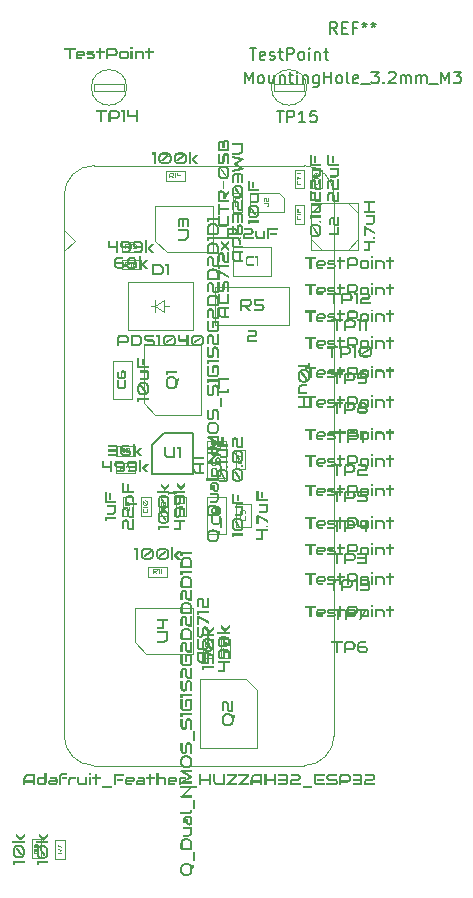
<source format=gbr>
%TF.GenerationSoftware,KiCad,Pcbnew,8.0.0*%
%TF.CreationDate,2024-05-28T22:42:53-04:00*%
%TF.ProjectId,MPPT Charge Controller,4d505054-2043-4686-9172-676520436f6e,0.2*%
%TF.SameCoordinates,Original*%
%TF.FileFunction,AssemblyDrawing,Top*%
%FSLAX46Y46*%
G04 Gerber Fmt 4.6, Leading zero omitted, Abs format (unit mm)*
G04 Created by KiCad (PCBNEW 8.0.0) date 2024-05-28 22:42:53*
%MOMM*%
%LPD*%
G01*
G04 APERTURE LIST*
%ADD10C,0.150000*%
%ADD11C,0.060000*%
%ADD12C,0.120000*%
%ADD13C,0.080000*%
%ADD14C,0.100000*%
G04 APERTURE END LIST*
D10*
G36*
X96044452Y-126116807D02*
G01*
X96073517Y-126136102D01*
X96092812Y-126164923D01*
X96099651Y-126199849D01*
X96099651Y-127095000D01*
X95921109Y-127095000D01*
X95921109Y-126853199D01*
X95293161Y-126853199D01*
X95293161Y-127095000D01*
X95114619Y-127095000D01*
X95114619Y-126674658D01*
X95293161Y-126674658D01*
X95921109Y-126674658D01*
X95921109Y-126288510D01*
X95607013Y-126288510D01*
X95572330Y-126290952D01*
X95523984Y-126299758D01*
X95511270Y-126303164D01*
X95464066Y-126320189D01*
X95437997Y-126332718D01*
X95396789Y-126359843D01*
X95367411Y-126387672D01*
X95337979Y-126426995D01*
X95315489Y-126471846D01*
X95314166Y-126475111D01*
X95299807Y-126525314D01*
X95293899Y-126575116D01*
X95293161Y-126602362D01*
X95293161Y-126674658D01*
X95114619Y-126674658D01*
X95114619Y-126602362D01*
X95116940Y-126549575D01*
X95123900Y-126498925D01*
X95135502Y-126450412D01*
X95151744Y-126404036D01*
X95174907Y-126354957D01*
X95202629Y-126309935D01*
X95234910Y-126268970D01*
X95254815Y-126247965D01*
X95293802Y-126213563D01*
X95336577Y-126183720D01*
X95383138Y-126158436D01*
X95410642Y-126146360D01*
X95462514Y-126128768D01*
X95510828Y-126117964D01*
X95561218Y-126111710D01*
X95607013Y-126109968D01*
X96009525Y-126109968D01*
X96044452Y-126116807D01*
G37*
G36*
X97091521Y-126844162D02*
G01*
X97087811Y-126893158D01*
X97079797Y-126927205D01*
X97060098Y-126973424D01*
X97048778Y-126991685D01*
X97016630Y-127028779D01*
X97004326Y-127039068D01*
X96961437Y-127066144D01*
X96951081Y-127071064D01*
X96903573Y-127087151D01*
X96894661Y-127089138D01*
X96845474Y-127094948D01*
X96840683Y-127095000D01*
X96518527Y-127095000D01*
X96467358Y-127090866D01*
X96436217Y-127083276D01*
X96390219Y-127063462D01*
X96371981Y-127052013D01*
X96334750Y-127019406D01*
X96324354Y-127007072D01*
X96297278Y-126964183D01*
X96292358Y-126953827D01*
X96276271Y-126906493D01*
X96274284Y-126897651D01*
X96268474Y-126848865D01*
X96268422Y-126844162D01*
X96268422Y-126602362D01*
X96272574Y-126550065D01*
X96286332Y-126501498D01*
X96293579Y-126486102D01*
X96321790Y-126442749D01*
X96356106Y-126408433D01*
X96397672Y-126381529D01*
X96437439Y-126365690D01*
X96487234Y-126354678D01*
X96518527Y-126352501D01*
X96840683Y-126352501D01*
X96840683Y-126531043D01*
X96519993Y-126531043D01*
X96471989Y-126544084D01*
X96465771Y-126549361D01*
X96447371Y-126595961D01*
X96447208Y-126602362D01*
X96447208Y-126842941D01*
X96460075Y-126891659D01*
X96465282Y-126897896D01*
X96512124Y-126916295D01*
X96518527Y-126916458D01*
X96840683Y-126916458D01*
X96888880Y-126903243D01*
X96894905Y-126897896D01*
X96912820Y-126850611D01*
X96912979Y-126844162D01*
X96912979Y-126038405D01*
X97091521Y-126038405D01*
X97091521Y-126844162D01*
G37*
G36*
X98023307Y-126849047D02*
G01*
X98018155Y-126897743D01*
X98010118Y-126929159D01*
X97990377Y-126975509D01*
X97967864Y-127008782D01*
X97931882Y-127044399D01*
X97891660Y-127070331D01*
X97843189Y-127088037D01*
X97793887Y-127094614D01*
X97777355Y-127095000D01*
X97455198Y-127095000D01*
X97406503Y-127089943D01*
X97375087Y-127082055D01*
X97328856Y-127062194D01*
X97295464Y-127039801D01*
X97259846Y-127003697D01*
X97233914Y-126963597D01*
X97216208Y-126914950D01*
X97209631Y-126865583D01*
X97209246Y-126849047D01*
X97214303Y-126800256D01*
X97222191Y-126768691D01*
X97242052Y-126722143D01*
X97264445Y-126688824D01*
X97300549Y-126653085D01*
X97340649Y-126627274D01*
X97389296Y-126609393D01*
X97438662Y-126602751D01*
X97455198Y-126602362D01*
X97777355Y-126602362D01*
X97777355Y-126772843D01*
X97455198Y-126772843D01*
X97406864Y-126787677D01*
X97398778Y-126795314D01*
X97379478Y-126840471D01*
X97378995Y-126850512D01*
X97394151Y-126897110D01*
X97401954Y-126904979D01*
X97446956Y-126924041D01*
X97456664Y-126924518D01*
X97777355Y-126924518D01*
X97825528Y-126910007D01*
X97833531Y-126902536D01*
X97853070Y-126857617D01*
X97853559Y-126847581D01*
X97853559Y-126598454D01*
X97839208Y-126550975D01*
X97831821Y-126542766D01*
X97785419Y-126522330D01*
X97777355Y-126522006D01*
X97385101Y-126522006D01*
X97385101Y-126352501D01*
X97777355Y-126352501D01*
X97825955Y-126357653D01*
X97857222Y-126365690D01*
X97903573Y-126385431D01*
X97936845Y-126407944D01*
X97972584Y-126443927D01*
X97998395Y-126484148D01*
X98016276Y-126532620D01*
X98022918Y-126581922D01*
X98023307Y-126598454D01*
X98023307Y-126849047D01*
G37*
G36*
X98828576Y-126531043D02*
G01*
X98424598Y-126531043D01*
X98424598Y-126352501D01*
X98828576Y-126352501D01*
X98828576Y-126531043D01*
G37*
G36*
X98828576Y-126208886D02*
G01*
X98426064Y-126208886D01*
X98378697Y-126220979D01*
X98371109Y-126227205D01*
X98352710Y-126273805D01*
X98352547Y-126280205D01*
X98352547Y-127095000D01*
X98173761Y-127095000D01*
X98173761Y-126280205D01*
X98177894Y-126229036D01*
X98185485Y-126197896D01*
X98205299Y-126151897D01*
X98216748Y-126133660D01*
X98249354Y-126096565D01*
X98261688Y-126086277D01*
X98304578Y-126059201D01*
X98314933Y-126054281D01*
X98362093Y-126038129D01*
X98370865Y-126036207D01*
X98419810Y-126030396D01*
X98424598Y-126030345D01*
X98828576Y-126030345D01*
X98828576Y-126208886D01*
G37*
G36*
X99586950Y-126531043D02*
G01*
X99184926Y-126531043D01*
X99137559Y-126543136D01*
X99129972Y-126549361D01*
X99111814Y-126595961D01*
X99111653Y-126602362D01*
X99111653Y-127095000D01*
X98932868Y-127095000D01*
X98932868Y-126602362D01*
X98937001Y-126551193D01*
X98944591Y-126520052D01*
X98964406Y-126474053D01*
X98975854Y-126455816D01*
X99008461Y-126418722D01*
X99020795Y-126408433D01*
X99063685Y-126381357D01*
X99074040Y-126376437D01*
X99121548Y-126360286D01*
X99130460Y-126358363D01*
X99179045Y-126352553D01*
X99183705Y-126352501D01*
X99586950Y-126352501D01*
X99586950Y-126531043D01*
G37*
G36*
X100512142Y-127005118D02*
G01*
X100505059Y-127040778D01*
X100486252Y-127069354D01*
X100458164Y-127088161D01*
X100423482Y-127095000D01*
X100019504Y-127095000D01*
X99969708Y-127091088D01*
X99948918Y-127087428D01*
X99900292Y-127073493D01*
X99875157Y-127063004D01*
X99830620Y-127038503D01*
X99804815Y-127020505D01*
X99767513Y-126985973D01*
X99745464Y-126957979D01*
X99719978Y-126913011D01*
X99704431Y-126873227D01*
X99693386Y-126825381D01*
X99689179Y-126775787D01*
X99689044Y-126764539D01*
X99689044Y-126352501D01*
X99867585Y-126352501D01*
X99867585Y-126764539D01*
X99874317Y-126813174D01*
X99879553Y-126827554D01*
X99906073Y-126868737D01*
X99912282Y-126875181D01*
X99953849Y-126903124D01*
X99960642Y-126905956D01*
X100008951Y-126916089D01*
X100020970Y-126916458D01*
X100333356Y-126916458D01*
X100333356Y-126352501D01*
X100512142Y-126352501D01*
X100512142Y-127005118D01*
G37*
G36*
X100855547Y-126199849D02*
G01*
X100676762Y-126199849D01*
X100676762Y-126038405D01*
X100855547Y-126038405D01*
X100855547Y-126199849D01*
G37*
G36*
X100855547Y-127095000D02*
G01*
X100676762Y-127095000D01*
X100676762Y-126352501D01*
X100855547Y-126352501D01*
X100855547Y-127095000D01*
G37*
G36*
X101700139Y-126531043D02*
G01*
X101388241Y-126531043D01*
X101388241Y-127095000D01*
X101207501Y-127095000D01*
X101207501Y-126531043D01*
X100975471Y-126531043D01*
X100975471Y-126352501D01*
X101207501Y-126352501D01*
X101207501Y-126109968D01*
X101388241Y-126109968D01*
X101388241Y-126352501D01*
X101700139Y-126352501D01*
X101700139Y-126531043D01*
G37*
G36*
X102601151Y-127336800D02*
G01*
X101815910Y-127336800D01*
X101815910Y-127176821D01*
X102601151Y-127176821D01*
X102601151Y-127336800D01*
G37*
G36*
X103601325Y-126692487D02*
G01*
X103036636Y-126692487D01*
X103036636Y-126512480D01*
X103601325Y-126512480D01*
X103601325Y-126692487D01*
G37*
G36*
X103681193Y-126288510D02*
G01*
X102965317Y-126288510D01*
X102965317Y-127095000D01*
X102786776Y-127095000D01*
X102786776Y-126199849D01*
X102793614Y-126164923D01*
X102812421Y-126136102D01*
X102840753Y-126116807D01*
X102876657Y-126109968D01*
X103681193Y-126109968D01*
X103681193Y-126288510D01*
G37*
G36*
X104578785Y-126598454D02*
G01*
X104573105Y-126649489D01*
X104565596Y-126678321D01*
X104545855Y-126724749D01*
X104523342Y-126758189D01*
X104487360Y-126793737D01*
X104447138Y-126819494D01*
X104398667Y-126837200D01*
X104349365Y-126843777D01*
X104332833Y-126844162D01*
X104010676Y-126844162D01*
X104010676Y-126674658D01*
X104332833Y-126674658D01*
X104381006Y-126659985D01*
X104389009Y-126652431D01*
X104408548Y-126607036D01*
X104409037Y-126596988D01*
X104394364Y-126549994D01*
X104386810Y-126542034D01*
X104340622Y-126522319D01*
X104332833Y-126522006D01*
X104010676Y-126522006D01*
X103962342Y-126536840D01*
X103954256Y-126544476D01*
X103934956Y-126589633D01*
X103934473Y-126599675D01*
X103934473Y-126849047D01*
X103949145Y-126896674D01*
X103956699Y-126904734D01*
X104002094Y-126924035D01*
X104012142Y-126924518D01*
X104332833Y-126924518D01*
X104332833Y-127095000D01*
X104010676Y-127095000D01*
X103961981Y-127089943D01*
X103930565Y-127082055D01*
X103884334Y-127062194D01*
X103850942Y-127039801D01*
X103815324Y-127003697D01*
X103789392Y-126963597D01*
X103771686Y-126914950D01*
X103765109Y-126865583D01*
X103764724Y-126849047D01*
X103764724Y-126598454D01*
X103769781Y-126549758D01*
X103777669Y-126518342D01*
X103797530Y-126471991D01*
X103819923Y-126438719D01*
X103856096Y-126402980D01*
X103896371Y-126377170D01*
X103944964Y-126359463D01*
X103994198Y-126352887D01*
X104010676Y-126352501D01*
X104332833Y-126352501D01*
X104381529Y-126357653D01*
X104412944Y-126365690D01*
X104459295Y-126385431D01*
X104492568Y-126407944D01*
X104528307Y-126443927D01*
X104554117Y-126484148D01*
X104571823Y-126532620D01*
X104578400Y-126581922D01*
X104578785Y-126598454D01*
G37*
G36*
X105455129Y-126849047D02*
G01*
X105449977Y-126897743D01*
X105441940Y-126929159D01*
X105422199Y-126975509D01*
X105399686Y-127008782D01*
X105363703Y-127044399D01*
X105323482Y-127070331D01*
X105275010Y-127088037D01*
X105225708Y-127094614D01*
X105209176Y-127095000D01*
X104887020Y-127095000D01*
X104838324Y-127089943D01*
X104806908Y-127082055D01*
X104760678Y-127062194D01*
X104727285Y-127039801D01*
X104691668Y-127003697D01*
X104665736Y-126963597D01*
X104648029Y-126914950D01*
X104641453Y-126865583D01*
X104641067Y-126849047D01*
X104646124Y-126800256D01*
X104654012Y-126768691D01*
X104673873Y-126722143D01*
X104696266Y-126688824D01*
X104732370Y-126653085D01*
X104772470Y-126627274D01*
X104821117Y-126609393D01*
X104870484Y-126602751D01*
X104887020Y-126602362D01*
X105209176Y-126602362D01*
X105209176Y-126772843D01*
X104887020Y-126772843D01*
X104838685Y-126787677D01*
X104830600Y-126795314D01*
X104811299Y-126840471D01*
X104810816Y-126850512D01*
X104825972Y-126897110D01*
X104833775Y-126904979D01*
X104878778Y-126924041D01*
X104888485Y-126924518D01*
X105209176Y-126924518D01*
X105257349Y-126910007D01*
X105265352Y-126902536D01*
X105284891Y-126857617D01*
X105285380Y-126847581D01*
X105285380Y-126598454D01*
X105271030Y-126550975D01*
X105263642Y-126542766D01*
X105217240Y-126522330D01*
X105209176Y-126522006D01*
X104816922Y-126522006D01*
X104816922Y-126352501D01*
X105209176Y-126352501D01*
X105257777Y-126357653D01*
X105289044Y-126365690D01*
X105335394Y-126385431D01*
X105368667Y-126407944D01*
X105404406Y-126443927D01*
X105430216Y-126484148D01*
X105448098Y-126532620D01*
X105454739Y-126581922D01*
X105455129Y-126598454D01*
X105455129Y-126849047D01*
G37*
G36*
X106275296Y-126531043D02*
G01*
X105963398Y-126531043D01*
X105963398Y-127095000D01*
X105782658Y-127095000D01*
X105782658Y-126531043D01*
X105550628Y-126531043D01*
X105550628Y-126352501D01*
X105782658Y-126352501D01*
X105782658Y-126109968D01*
X105963398Y-126109968D01*
X105963398Y-126352501D01*
X106275296Y-126352501D01*
X106275296Y-126531043D01*
G37*
G36*
X107214166Y-127095000D02*
G01*
X107035624Y-127095000D01*
X107035624Y-126602362D01*
X107021786Y-126554143D01*
X107017550Y-126549361D01*
X106970590Y-126531204D01*
X106964061Y-126531043D01*
X106641905Y-126531043D01*
X106641905Y-126352501D01*
X106964061Y-126352501D01*
X107014050Y-126357653D01*
X107017550Y-126358363D01*
X107065013Y-126372711D01*
X107073726Y-126376437D01*
X107117360Y-126401355D01*
X107126971Y-126408433D01*
X107162785Y-126444032D01*
X107171423Y-126455816D01*
X107195249Y-126500257D01*
X107202442Y-126520052D01*
X107212517Y-126569263D01*
X107214166Y-126602362D01*
X107214166Y-127095000D01*
G37*
G36*
X106569853Y-127095000D02*
G01*
X106391067Y-127095000D01*
X106391067Y-126038405D01*
X106569853Y-126038405D01*
X106569853Y-127095000D01*
G37*
G36*
X108171109Y-126598454D02*
G01*
X108165429Y-126649489D01*
X108157920Y-126678321D01*
X108138179Y-126724749D01*
X108115666Y-126758189D01*
X108079684Y-126793737D01*
X108039462Y-126819494D01*
X107990991Y-126837200D01*
X107941689Y-126843777D01*
X107925157Y-126844162D01*
X107603000Y-126844162D01*
X107603000Y-126674658D01*
X107925157Y-126674658D01*
X107973330Y-126659985D01*
X107981332Y-126652431D01*
X108000871Y-126607036D01*
X108001360Y-126596988D01*
X107986688Y-126549994D01*
X107979134Y-126542034D01*
X107932946Y-126522319D01*
X107925157Y-126522006D01*
X107603000Y-126522006D01*
X107554666Y-126536840D01*
X107546580Y-126544476D01*
X107527280Y-126589633D01*
X107526797Y-126599675D01*
X107526797Y-126849047D01*
X107541469Y-126896674D01*
X107549023Y-126904734D01*
X107594418Y-126924035D01*
X107604466Y-126924518D01*
X107925157Y-126924518D01*
X107925157Y-127095000D01*
X107603000Y-127095000D01*
X107554304Y-127089943D01*
X107522889Y-127082055D01*
X107476658Y-127062194D01*
X107443265Y-127039801D01*
X107407648Y-127003697D01*
X107381716Y-126963597D01*
X107364010Y-126914950D01*
X107357433Y-126865583D01*
X107357048Y-126849047D01*
X107357048Y-126598454D01*
X107362104Y-126549758D01*
X107369993Y-126518342D01*
X107389854Y-126471991D01*
X107412247Y-126438719D01*
X107448420Y-126402980D01*
X107488695Y-126377170D01*
X107537288Y-126359463D01*
X107586522Y-126352887D01*
X107603000Y-126352501D01*
X107925157Y-126352501D01*
X107973853Y-126357653D01*
X108005268Y-126365690D01*
X108051619Y-126385431D01*
X108084891Y-126407944D01*
X108120631Y-126443927D01*
X108146441Y-126484148D01*
X108164147Y-126532620D01*
X108170724Y-126581922D01*
X108171109Y-126598454D01*
G37*
G36*
X108936566Y-126531043D02*
G01*
X108534542Y-126531043D01*
X108487176Y-126543136D01*
X108479588Y-126549361D01*
X108461431Y-126595961D01*
X108461270Y-126602362D01*
X108461270Y-127095000D01*
X108282484Y-127095000D01*
X108282484Y-126602362D01*
X108286617Y-126551193D01*
X108294208Y-126520052D01*
X108314022Y-126474053D01*
X108325471Y-126455816D01*
X108358077Y-126418722D01*
X108370411Y-126408433D01*
X108413301Y-126381357D01*
X108423656Y-126376437D01*
X108471164Y-126360286D01*
X108480076Y-126358363D01*
X108528662Y-126352553D01*
X108533321Y-126352501D01*
X108936566Y-126352501D01*
X108936566Y-126531043D01*
G37*
G36*
X109837578Y-127336800D02*
G01*
X109052337Y-127336800D01*
X109052337Y-127176821D01*
X109837578Y-127176821D01*
X109837578Y-127336800D01*
G37*
G36*
X110203210Y-126512480D02*
G01*
X110830181Y-126512480D01*
X110830181Y-126109968D01*
X111008967Y-126109968D01*
X111008967Y-127095000D01*
X110830181Y-127095000D01*
X110830181Y-126692487D01*
X110203210Y-126692487D01*
X110203210Y-127095000D01*
X110024424Y-127095000D01*
X110024424Y-126109968D01*
X110203210Y-126109968D01*
X110203210Y-126512480D01*
G37*
G36*
X112176203Y-127005118D02*
G01*
X112169365Y-127040778D01*
X112150069Y-127069354D01*
X112121249Y-127088161D01*
X112086322Y-127095000D01*
X111683810Y-127095000D01*
X111633567Y-127092662D01*
X111582857Y-127085650D01*
X111568283Y-127082787D01*
X111517907Y-127069364D01*
X111468933Y-127050891D01*
X111455198Y-127044685D01*
X111411993Y-127021352D01*
X111370883Y-126993424D01*
X111352616Y-126978984D01*
X111315498Y-126944178D01*
X111282329Y-126904455D01*
X111268353Y-126884462D01*
X111243554Y-126841231D01*
X111223015Y-126793604D01*
X111211688Y-126759410D01*
X111200008Y-126709116D01*
X111193596Y-126660039D01*
X111191192Y-126607765D01*
X111191172Y-126602362D01*
X111191172Y-126109968D01*
X111369713Y-126109968D01*
X111369713Y-126602362D01*
X111372195Y-126651645D01*
X111381529Y-126702745D01*
X111390718Y-126730345D01*
X111412879Y-126775414D01*
X111441959Y-126815325D01*
X111443963Y-126817540D01*
X111482165Y-126852118D01*
X111514549Y-126872494D01*
X111561261Y-126893312D01*
X111587822Y-126902048D01*
X111636945Y-126912608D01*
X111648883Y-126914016D01*
X111683810Y-126916458D01*
X111997662Y-126916458D01*
X111997662Y-126109968D01*
X112176203Y-126109968D01*
X112176203Y-127005118D01*
G37*
G36*
X113220586Y-126163457D02*
G01*
X113226937Y-126212369D01*
X113226692Y-126214016D01*
X113204710Y-126258956D01*
X112615352Y-126916458D01*
X113219120Y-126916458D01*
X113219120Y-127095000D01*
X112414096Y-127095000D01*
X112366900Y-127081247D01*
X112365492Y-127080345D01*
X112332972Y-127042997D01*
X112332275Y-127041510D01*
X112324688Y-126992828D01*
X112324947Y-126991196D01*
X112346685Y-126946011D01*
X112937508Y-126288510D01*
X112332275Y-126288510D01*
X112332275Y-126109968D01*
X113138764Y-126109968D01*
X113185732Y-126123950D01*
X113187124Y-126124867D01*
X113219888Y-126161970D01*
X113220586Y-126163457D01*
G37*
G36*
X114219051Y-126163457D02*
G01*
X114225402Y-126212369D01*
X114225157Y-126214016D01*
X114203175Y-126258956D01*
X113613817Y-126916458D01*
X114217585Y-126916458D01*
X114217585Y-127095000D01*
X113412561Y-127095000D01*
X113365364Y-127081247D01*
X113363956Y-127080345D01*
X113331437Y-127042997D01*
X113330739Y-127041510D01*
X113323153Y-126992828D01*
X113323412Y-126991196D01*
X113345150Y-126946011D01*
X113935973Y-126288510D01*
X113330739Y-126288510D01*
X113330739Y-126109968D01*
X114137229Y-126109968D01*
X114184196Y-126123950D01*
X114185589Y-126124867D01*
X114218352Y-126161970D01*
X114219051Y-126163457D01*
G37*
G36*
X115285903Y-126116807D02*
G01*
X115314968Y-126136102D01*
X115334263Y-126164923D01*
X115341102Y-126199849D01*
X115341102Y-127095000D01*
X115162561Y-127095000D01*
X115162561Y-126853199D01*
X114534612Y-126853199D01*
X114534612Y-127095000D01*
X114356071Y-127095000D01*
X114356071Y-126674658D01*
X114534612Y-126674658D01*
X115162561Y-126674658D01*
X115162561Y-126288510D01*
X114848464Y-126288510D01*
X114813782Y-126290952D01*
X114765435Y-126299758D01*
X114752721Y-126303164D01*
X114705517Y-126320189D01*
X114679448Y-126332718D01*
X114638241Y-126359843D01*
X114608862Y-126387672D01*
X114579431Y-126426995D01*
X114556941Y-126471846D01*
X114555617Y-126475111D01*
X114541258Y-126525314D01*
X114535351Y-126575116D01*
X114534612Y-126602362D01*
X114534612Y-126674658D01*
X114356071Y-126674658D01*
X114356071Y-126602362D01*
X114358391Y-126549575D01*
X114365352Y-126498925D01*
X114376954Y-126450412D01*
X114393196Y-126404036D01*
X114416358Y-126354957D01*
X114444080Y-126309935D01*
X114476362Y-126268970D01*
X114496266Y-126247965D01*
X114535254Y-126213563D01*
X114578028Y-126183720D01*
X114624590Y-126158436D01*
X114652093Y-126146360D01*
X114703965Y-126128768D01*
X114752279Y-126117964D01*
X114802670Y-126111710D01*
X114848464Y-126109968D01*
X115250977Y-126109968D01*
X115285903Y-126116807D01*
G37*
G36*
X115722121Y-126512480D02*
G01*
X116349092Y-126512480D01*
X116349092Y-126109968D01*
X116527878Y-126109968D01*
X116527878Y-127095000D01*
X116349092Y-127095000D01*
X116349092Y-126692487D01*
X115722121Y-126692487D01*
X115722121Y-127095000D01*
X115543335Y-127095000D01*
X115543335Y-126109968D01*
X115722121Y-126109968D01*
X115722121Y-126512480D01*
G37*
G36*
X117541974Y-126844162D02*
G01*
X117538437Y-126893163D01*
X117525367Y-126942691D01*
X117516817Y-126961399D01*
X117488730Y-127004630D01*
X117454291Y-127039068D01*
X117412725Y-127066041D01*
X117372958Y-127082055D01*
X117322990Y-127092863D01*
X117291381Y-127095000D01*
X116718388Y-127095000D01*
X116718388Y-126916458D01*
X117291381Y-126916458D01*
X117339230Y-126903243D01*
X117345115Y-126897896D01*
X117362546Y-126850611D01*
X117362700Y-126844162D01*
X117362700Y-126692487D01*
X116718388Y-126692487D01*
X116718388Y-126512480D01*
X117362700Y-126512480D01*
X117362700Y-126362027D01*
X117350930Y-126314427D01*
X117308097Y-126289658D01*
X117291381Y-126288510D01*
X116718388Y-126288510D01*
X116718388Y-126109968D01*
X117291381Y-126109968D01*
X117342550Y-126114101D01*
X117373691Y-126121692D01*
X117419690Y-126141401D01*
X117437927Y-126152955D01*
X117475159Y-126185561D01*
X117485554Y-126197896D01*
X117512078Y-126239076D01*
X117517794Y-126251140D01*
X117534120Y-126298648D01*
X117536113Y-126307561D01*
X117541952Y-126357463D01*
X117541974Y-126360561D01*
X117541974Y-126844162D01*
G37*
G36*
X118610048Y-127095000D02*
G01*
X117705373Y-127095000D01*
X117705373Y-126764539D01*
X117710525Y-126714336D01*
X117711235Y-126710806D01*
X117725647Y-126662931D01*
X117729309Y-126654141D01*
X117754226Y-126610036D01*
X117761305Y-126600408D01*
X117796987Y-126564296D01*
X117808688Y-126555467D01*
X117853129Y-126531417D01*
X117872924Y-126524204D01*
X117922230Y-126514129D01*
X117955478Y-126512480D01*
X118357990Y-126512480D01*
X118406013Y-126499613D01*
X118411967Y-126494406D01*
X118429398Y-126447364D01*
X118429553Y-126440917D01*
X118429553Y-126362027D01*
X118416686Y-126313308D01*
X118411479Y-126307072D01*
X118365723Y-126288673D01*
X118359455Y-126288510D01*
X117785729Y-126288510D01*
X117785729Y-126109968D01*
X118359455Y-126109968D01*
X118410013Y-126114101D01*
X118441032Y-126121692D01*
X118487031Y-126141401D01*
X118505268Y-126152955D01*
X118542500Y-126185561D01*
X118552896Y-126197896D01*
X118579717Y-126239076D01*
X118585624Y-126251140D01*
X118602188Y-126298648D01*
X118604187Y-126307561D01*
X118610026Y-126357463D01*
X118610048Y-126360561D01*
X118610048Y-126440917D01*
X118606511Y-126490033D01*
X118593441Y-126539521D01*
X118584891Y-126558154D01*
X118556742Y-126601385D01*
X118522121Y-126635823D01*
X118480433Y-126662864D01*
X118440788Y-126679054D01*
X118391024Y-126690270D01*
X118359455Y-126692487D01*
X117955478Y-126692487D01*
X117920307Y-126698593D01*
X117900034Y-126715202D01*
X117889532Y-126738649D01*
X117883914Y-126764539D01*
X117883914Y-126916458D01*
X118610048Y-126916458D01*
X118610048Y-127095000D01*
G37*
G36*
X119557466Y-127336800D02*
G01*
X118772226Y-127336800D01*
X118772226Y-127176821D01*
X119557466Y-127176821D01*
X119557466Y-127336800D01*
G37*
G36*
X120553000Y-126692487D02*
G01*
X119989044Y-126692487D01*
X119989044Y-126512480D01*
X120553000Y-126512480D01*
X120553000Y-126692487D01*
G37*
G36*
X120633356Y-127095000D02*
G01*
X119989044Y-127095000D01*
X119939966Y-127089943D01*
X119907955Y-127082055D01*
X119860505Y-127061962D01*
X119826378Y-127039068D01*
X119790120Y-127002185D01*
X119763852Y-126961399D01*
X119746821Y-126915397D01*
X119739547Y-126865314D01*
X119738939Y-126844162D01*
X119738939Y-126199849D01*
X119745778Y-126164923D01*
X119764584Y-126136102D01*
X119793161Y-126116807D01*
X119828820Y-126109968D01*
X120633356Y-126109968D01*
X120633356Y-126288510D01*
X119917480Y-126288510D01*
X119917480Y-126844162D01*
X119930695Y-126891689D01*
X119936043Y-126897896D01*
X119981617Y-126916168D01*
X119990265Y-126916458D01*
X120633356Y-126916458D01*
X120633356Y-127095000D01*
G37*
G36*
X121743684Y-126805083D02*
G01*
X121740326Y-126855397D01*
X121730251Y-126900338D01*
X121711489Y-126946984D01*
X121695080Y-126974832D01*
X121662968Y-127013045D01*
X121643545Y-127029787D01*
X121601870Y-127057094D01*
X121582240Y-127066912D01*
X121536317Y-127083715D01*
X121518004Y-127088161D01*
X121469483Y-127094672D01*
X121456699Y-127095000D01*
X120767690Y-127095000D01*
X120767690Y-126916458D01*
X121456699Y-126916458D01*
X121504906Y-126907910D01*
X121536566Y-126886172D01*
X121560426Y-126842974D01*
X121565143Y-126805083D01*
X121557571Y-126759898D01*
X121535833Y-126723995D01*
X121501639Y-126700792D01*
X121456699Y-126692487D01*
X121045882Y-126692487D01*
X120995006Y-126687619D01*
X120952337Y-126677100D01*
X120906953Y-126658367D01*
X120864682Y-126631476D01*
X120859281Y-126627274D01*
X120822147Y-126590320D01*
X120793202Y-126547403D01*
X120787718Y-126537149D01*
X120769374Y-126487832D01*
X120760741Y-126435081D01*
X120759385Y-126401106D01*
X120762733Y-126348834D01*
X120774022Y-126298590D01*
X120787718Y-126265551D01*
X120813314Y-126223930D01*
X120846199Y-126186770D01*
X120859281Y-126175425D01*
X120901137Y-126147150D01*
X120946106Y-126127354D01*
X120952337Y-126125355D01*
X121000881Y-126113815D01*
X121045882Y-126109968D01*
X121653803Y-126109968D01*
X121653803Y-126288510D01*
X121045882Y-126288510D01*
X120995762Y-126298324D01*
X120966503Y-126319528D01*
X120942643Y-126363134D01*
X120937927Y-126401106D01*
X120945992Y-126449796D01*
X120966503Y-126482683D01*
X121010906Y-126508290D01*
X121045882Y-126512480D01*
X121456699Y-126512480D01*
X121457920Y-126512480D01*
X121507011Y-126518024D01*
X121518981Y-126520540D01*
X121567295Y-126535699D01*
X121583217Y-126542766D01*
X121625710Y-126567282D01*
X121644033Y-126580868D01*
X121679236Y-126614999D01*
X121695324Y-126636067D01*
X121719481Y-126680184D01*
X121730495Y-126710317D01*
X121741160Y-126760978D01*
X121743684Y-126805083D01*
G37*
G36*
X122868178Y-126522006D02*
G01*
X122865280Y-126573123D01*
X122855741Y-126622289D01*
X122853035Y-126631427D01*
X122833913Y-126679188D01*
X122812002Y-126716179D01*
X122780601Y-126754072D01*
X122752651Y-126778949D01*
X122711593Y-126806625D01*
X122682309Y-126821692D01*
X122636132Y-126838712D01*
X122608060Y-126845628D01*
X122558755Y-126852460D01*
X122537718Y-126853199D01*
X122133740Y-126853199D01*
X122133740Y-126674658D01*
X122537718Y-126674658D01*
X122587353Y-126665009D01*
X122599755Y-126660491D01*
X122642498Y-126634659D01*
X122647627Y-126629961D01*
X122676506Y-126588570D01*
X122678646Y-126583555D01*
X122689250Y-126534663D01*
X122689637Y-126522006D01*
X122689637Y-126440917D01*
X122679440Y-126391914D01*
X122674982Y-126379368D01*
X122649764Y-126336332D01*
X122645185Y-126331252D01*
X122604478Y-126302173D01*
X122599511Y-126299989D01*
X122550532Y-126288913D01*
X122537718Y-126288510D01*
X122135205Y-126288510D01*
X122087202Y-126301724D01*
X122080984Y-126307072D01*
X122062584Y-126354156D01*
X122062421Y-126360561D01*
X122062421Y-127095000D01*
X121883635Y-127095000D01*
X121883635Y-126360561D01*
X121887787Y-126308184D01*
X121901545Y-126259350D01*
X121908792Y-126243813D01*
X121937002Y-126200399D01*
X121971318Y-126166388D01*
X122012884Y-126139537D01*
X122052651Y-126123401D01*
X122102447Y-126112185D01*
X122133740Y-126109968D01*
X122537718Y-126109968D01*
X122588167Y-126112913D01*
X122637032Y-126122606D01*
X122646161Y-126125355D01*
X122694045Y-126144668D01*
X122730914Y-126166632D01*
X122768850Y-126198034D01*
X122793440Y-126225983D01*
X122820998Y-126267128D01*
X122836182Y-126296570D01*
X122853623Y-126342651D01*
X122860607Y-126370575D01*
X122867439Y-126419880D01*
X122868178Y-126440917D01*
X122868178Y-126522006D01*
G37*
G36*
X123826831Y-126844162D02*
G01*
X123823294Y-126893163D01*
X123810224Y-126942691D01*
X123801674Y-126961399D01*
X123773586Y-127004630D01*
X123739148Y-127039068D01*
X123697582Y-127066041D01*
X123657815Y-127082055D01*
X123607847Y-127092863D01*
X123576238Y-127095000D01*
X123003245Y-127095000D01*
X123003245Y-126916458D01*
X123576238Y-126916458D01*
X123624087Y-126903243D01*
X123629972Y-126897896D01*
X123647403Y-126850611D01*
X123647557Y-126844162D01*
X123647557Y-126692487D01*
X123003245Y-126692487D01*
X123003245Y-126512480D01*
X123647557Y-126512480D01*
X123647557Y-126362027D01*
X123635787Y-126314427D01*
X123592954Y-126289658D01*
X123576238Y-126288510D01*
X123003245Y-126288510D01*
X123003245Y-126109968D01*
X123576238Y-126109968D01*
X123627407Y-126114101D01*
X123658548Y-126121692D01*
X123704547Y-126141401D01*
X123722784Y-126152955D01*
X123760016Y-126185561D01*
X123770411Y-126197896D01*
X123796935Y-126239076D01*
X123802651Y-126251140D01*
X123818977Y-126298648D01*
X123820970Y-126307561D01*
X123826808Y-126357463D01*
X123826831Y-126360561D01*
X123826831Y-126844162D01*
G37*
G36*
X124894905Y-127095000D02*
G01*
X123990230Y-127095000D01*
X123990230Y-126764539D01*
X123995382Y-126714336D01*
X123996092Y-126710806D01*
X124010504Y-126662931D01*
X124014166Y-126654141D01*
X124039083Y-126610036D01*
X124046161Y-126600408D01*
X124081844Y-126564296D01*
X124093545Y-126555467D01*
X124137986Y-126531417D01*
X124157780Y-126524204D01*
X124207087Y-126514129D01*
X124240335Y-126512480D01*
X124642847Y-126512480D01*
X124690870Y-126499613D01*
X124696824Y-126494406D01*
X124714255Y-126447364D01*
X124714410Y-126440917D01*
X124714410Y-126362027D01*
X124701543Y-126313308D01*
X124696336Y-126307072D01*
X124650580Y-126288673D01*
X124644312Y-126288510D01*
X124070586Y-126288510D01*
X124070586Y-126109968D01*
X124644312Y-126109968D01*
X124694870Y-126114101D01*
X124725889Y-126121692D01*
X124771888Y-126141401D01*
X124790125Y-126152955D01*
X124827357Y-126185561D01*
X124837753Y-126197896D01*
X124864574Y-126239076D01*
X124870481Y-126251140D01*
X124887045Y-126298648D01*
X124889044Y-126307561D01*
X124894882Y-126357463D01*
X124894905Y-126360561D01*
X124894905Y-126440917D01*
X124891368Y-126490033D01*
X124878298Y-126539521D01*
X124869748Y-126558154D01*
X124841599Y-126601385D01*
X124806978Y-126635823D01*
X124765290Y-126662864D01*
X124725645Y-126679054D01*
X124675881Y-126690270D01*
X124644312Y-126692487D01*
X124240335Y-126692487D01*
X124205164Y-126698593D01*
X124184891Y-126715202D01*
X124174389Y-126738649D01*
X124168771Y-126764539D01*
X124168771Y-126916458D01*
X124894905Y-126916458D01*
X124894905Y-127095000D01*
G37*
G36*
X110415000Y-99950160D02*
G01*
X110173199Y-99950160D01*
X110173199Y-100578108D01*
X110415000Y-100578108D01*
X110415000Y-100756650D01*
X109922362Y-100756650D01*
X109869575Y-100754329D01*
X109818925Y-100747369D01*
X109770412Y-100735767D01*
X109724036Y-100719525D01*
X109674957Y-100696362D01*
X109629935Y-100668640D01*
X109588970Y-100636359D01*
X109567965Y-100616454D01*
X109533563Y-100577467D01*
X109503720Y-100534692D01*
X109478436Y-100488131D01*
X109466360Y-100460627D01*
X109448768Y-100408755D01*
X109437964Y-100360441D01*
X109431710Y-100310051D01*
X109429968Y-100264256D01*
X109429968Y-99950160D01*
X109608510Y-99950160D01*
X109608510Y-100264256D01*
X109610952Y-100298939D01*
X109619758Y-100347285D01*
X109623164Y-100359999D01*
X109640189Y-100407203D01*
X109652718Y-100433272D01*
X109679843Y-100474480D01*
X109707672Y-100503858D01*
X109746995Y-100533290D01*
X109791846Y-100555780D01*
X109795111Y-100557103D01*
X109845314Y-100571462D01*
X109895116Y-100577370D01*
X109922362Y-100578108D01*
X109994658Y-100578108D01*
X109994658Y-99950160D01*
X109608510Y-99950160D01*
X109429968Y-99950160D01*
X109429968Y-99861744D01*
X109436807Y-99826817D01*
X109456102Y-99797752D01*
X109484923Y-99778457D01*
X109519849Y-99771618D01*
X110415000Y-99771618D01*
X110415000Y-99950160D01*
G37*
G36*
X110415000Y-99284842D02*
G01*
X110415000Y-99464117D01*
X109608510Y-99464117D01*
X109608510Y-99625561D01*
X109429968Y-99625561D01*
X109429968Y-99284842D01*
X110415000Y-99284842D01*
G37*
X113880952Y-67654819D02*
X113880952Y-66654819D01*
X113880952Y-66654819D02*
X114214285Y-67369104D01*
X114214285Y-67369104D02*
X114547618Y-66654819D01*
X114547618Y-66654819D02*
X114547618Y-67654819D01*
X115166666Y-67654819D02*
X115071428Y-67607200D01*
X115071428Y-67607200D02*
X115023809Y-67559580D01*
X115023809Y-67559580D02*
X114976190Y-67464342D01*
X114976190Y-67464342D02*
X114976190Y-67178628D01*
X114976190Y-67178628D02*
X115023809Y-67083390D01*
X115023809Y-67083390D02*
X115071428Y-67035771D01*
X115071428Y-67035771D02*
X115166666Y-66988152D01*
X115166666Y-66988152D02*
X115309523Y-66988152D01*
X115309523Y-66988152D02*
X115404761Y-67035771D01*
X115404761Y-67035771D02*
X115452380Y-67083390D01*
X115452380Y-67083390D02*
X115499999Y-67178628D01*
X115499999Y-67178628D02*
X115499999Y-67464342D01*
X115499999Y-67464342D02*
X115452380Y-67559580D01*
X115452380Y-67559580D02*
X115404761Y-67607200D01*
X115404761Y-67607200D02*
X115309523Y-67654819D01*
X115309523Y-67654819D02*
X115166666Y-67654819D01*
X116357142Y-66988152D02*
X116357142Y-67654819D01*
X115928571Y-66988152D02*
X115928571Y-67511961D01*
X115928571Y-67511961D02*
X115976190Y-67607200D01*
X115976190Y-67607200D02*
X116071428Y-67654819D01*
X116071428Y-67654819D02*
X116214285Y-67654819D01*
X116214285Y-67654819D02*
X116309523Y-67607200D01*
X116309523Y-67607200D02*
X116357142Y-67559580D01*
X116833333Y-66988152D02*
X116833333Y-67654819D01*
X116833333Y-67083390D02*
X116880952Y-67035771D01*
X116880952Y-67035771D02*
X116976190Y-66988152D01*
X116976190Y-66988152D02*
X117119047Y-66988152D01*
X117119047Y-66988152D02*
X117214285Y-67035771D01*
X117214285Y-67035771D02*
X117261904Y-67131009D01*
X117261904Y-67131009D02*
X117261904Y-67654819D01*
X117595238Y-66988152D02*
X117976190Y-66988152D01*
X117738095Y-66654819D02*
X117738095Y-67511961D01*
X117738095Y-67511961D02*
X117785714Y-67607200D01*
X117785714Y-67607200D02*
X117880952Y-67654819D01*
X117880952Y-67654819D02*
X117976190Y-67654819D01*
X118309524Y-67654819D02*
X118309524Y-66988152D01*
X118309524Y-66654819D02*
X118261905Y-66702438D01*
X118261905Y-66702438D02*
X118309524Y-66750057D01*
X118309524Y-66750057D02*
X118357143Y-66702438D01*
X118357143Y-66702438D02*
X118309524Y-66654819D01*
X118309524Y-66654819D02*
X118309524Y-66750057D01*
X118785714Y-66988152D02*
X118785714Y-67654819D01*
X118785714Y-67083390D02*
X118833333Y-67035771D01*
X118833333Y-67035771D02*
X118928571Y-66988152D01*
X118928571Y-66988152D02*
X119071428Y-66988152D01*
X119071428Y-66988152D02*
X119166666Y-67035771D01*
X119166666Y-67035771D02*
X119214285Y-67131009D01*
X119214285Y-67131009D02*
X119214285Y-67654819D01*
X120119047Y-66988152D02*
X120119047Y-67797676D01*
X120119047Y-67797676D02*
X120071428Y-67892914D01*
X120071428Y-67892914D02*
X120023809Y-67940533D01*
X120023809Y-67940533D02*
X119928571Y-67988152D01*
X119928571Y-67988152D02*
X119785714Y-67988152D01*
X119785714Y-67988152D02*
X119690476Y-67940533D01*
X120119047Y-67607200D02*
X120023809Y-67654819D01*
X120023809Y-67654819D02*
X119833333Y-67654819D01*
X119833333Y-67654819D02*
X119738095Y-67607200D01*
X119738095Y-67607200D02*
X119690476Y-67559580D01*
X119690476Y-67559580D02*
X119642857Y-67464342D01*
X119642857Y-67464342D02*
X119642857Y-67178628D01*
X119642857Y-67178628D02*
X119690476Y-67083390D01*
X119690476Y-67083390D02*
X119738095Y-67035771D01*
X119738095Y-67035771D02*
X119833333Y-66988152D01*
X119833333Y-66988152D02*
X120023809Y-66988152D01*
X120023809Y-66988152D02*
X120119047Y-67035771D01*
X120595238Y-67654819D02*
X120595238Y-66654819D01*
X120595238Y-67131009D02*
X121166666Y-67131009D01*
X121166666Y-67654819D02*
X121166666Y-66654819D01*
X121785714Y-67654819D02*
X121690476Y-67607200D01*
X121690476Y-67607200D02*
X121642857Y-67559580D01*
X121642857Y-67559580D02*
X121595238Y-67464342D01*
X121595238Y-67464342D02*
X121595238Y-67178628D01*
X121595238Y-67178628D02*
X121642857Y-67083390D01*
X121642857Y-67083390D02*
X121690476Y-67035771D01*
X121690476Y-67035771D02*
X121785714Y-66988152D01*
X121785714Y-66988152D02*
X121928571Y-66988152D01*
X121928571Y-66988152D02*
X122023809Y-67035771D01*
X122023809Y-67035771D02*
X122071428Y-67083390D01*
X122071428Y-67083390D02*
X122119047Y-67178628D01*
X122119047Y-67178628D02*
X122119047Y-67464342D01*
X122119047Y-67464342D02*
X122071428Y-67559580D01*
X122071428Y-67559580D02*
X122023809Y-67607200D01*
X122023809Y-67607200D02*
X121928571Y-67654819D01*
X121928571Y-67654819D02*
X121785714Y-67654819D01*
X122690476Y-67654819D02*
X122595238Y-67607200D01*
X122595238Y-67607200D02*
X122547619Y-67511961D01*
X122547619Y-67511961D02*
X122547619Y-66654819D01*
X123452381Y-67607200D02*
X123357143Y-67654819D01*
X123357143Y-67654819D02*
X123166667Y-67654819D01*
X123166667Y-67654819D02*
X123071429Y-67607200D01*
X123071429Y-67607200D02*
X123023810Y-67511961D01*
X123023810Y-67511961D02*
X123023810Y-67131009D01*
X123023810Y-67131009D02*
X123071429Y-67035771D01*
X123071429Y-67035771D02*
X123166667Y-66988152D01*
X123166667Y-66988152D02*
X123357143Y-66988152D01*
X123357143Y-66988152D02*
X123452381Y-67035771D01*
X123452381Y-67035771D02*
X123500000Y-67131009D01*
X123500000Y-67131009D02*
X123500000Y-67226247D01*
X123500000Y-67226247D02*
X123023810Y-67321485D01*
X123690477Y-67750057D02*
X124452381Y-67750057D01*
X124595239Y-66654819D02*
X125214286Y-66654819D01*
X125214286Y-66654819D02*
X124880953Y-67035771D01*
X124880953Y-67035771D02*
X125023810Y-67035771D01*
X125023810Y-67035771D02*
X125119048Y-67083390D01*
X125119048Y-67083390D02*
X125166667Y-67131009D01*
X125166667Y-67131009D02*
X125214286Y-67226247D01*
X125214286Y-67226247D02*
X125214286Y-67464342D01*
X125214286Y-67464342D02*
X125166667Y-67559580D01*
X125166667Y-67559580D02*
X125119048Y-67607200D01*
X125119048Y-67607200D02*
X125023810Y-67654819D01*
X125023810Y-67654819D02*
X124738096Y-67654819D01*
X124738096Y-67654819D02*
X124642858Y-67607200D01*
X124642858Y-67607200D02*
X124595239Y-67559580D01*
X125642858Y-67559580D02*
X125690477Y-67607200D01*
X125690477Y-67607200D02*
X125642858Y-67654819D01*
X125642858Y-67654819D02*
X125595239Y-67607200D01*
X125595239Y-67607200D02*
X125642858Y-67559580D01*
X125642858Y-67559580D02*
X125642858Y-67654819D01*
X126071429Y-66750057D02*
X126119048Y-66702438D01*
X126119048Y-66702438D02*
X126214286Y-66654819D01*
X126214286Y-66654819D02*
X126452381Y-66654819D01*
X126452381Y-66654819D02*
X126547619Y-66702438D01*
X126547619Y-66702438D02*
X126595238Y-66750057D01*
X126595238Y-66750057D02*
X126642857Y-66845295D01*
X126642857Y-66845295D02*
X126642857Y-66940533D01*
X126642857Y-66940533D02*
X126595238Y-67083390D01*
X126595238Y-67083390D02*
X126023810Y-67654819D01*
X126023810Y-67654819D02*
X126642857Y-67654819D01*
X127071429Y-67654819D02*
X127071429Y-66988152D01*
X127071429Y-67083390D02*
X127119048Y-67035771D01*
X127119048Y-67035771D02*
X127214286Y-66988152D01*
X127214286Y-66988152D02*
X127357143Y-66988152D01*
X127357143Y-66988152D02*
X127452381Y-67035771D01*
X127452381Y-67035771D02*
X127500000Y-67131009D01*
X127500000Y-67131009D02*
X127500000Y-67654819D01*
X127500000Y-67131009D02*
X127547619Y-67035771D01*
X127547619Y-67035771D02*
X127642857Y-66988152D01*
X127642857Y-66988152D02*
X127785714Y-66988152D01*
X127785714Y-66988152D02*
X127880953Y-67035771D01*
X127880953Y-67035771D02*
X127928572Y-67131009D01*
X127928572Y-67131009D02*
X127928572Y-67654819D01*
X128404762Y-67654819D02*
X128404762Y-66988152D01*
X128404762Y-67083390D02*
X128452381Y-67035771D01*
X128452381Y-67035771D02*
X128547619Y-66988152D01*
X128547619Y-66988152D02*
X128690476Y-66988152D01*
X128690476Y-66988152D02*
X128785714Y-67035771D01*
X128785714Y-67035771D02*
X128833333Y-67131009D01*
X128833333Y-67131009D02*
X128833333Y-67654819D01*
X128833333Y-67131009D02*
X128880952Y-67035771D01*
X128880952Y-67035771D02*
X128976190Y-66988152D01*
X128976190Y-66988152D02*
X129119047Y-66988152D01*
X129119047Y-66988152D02*
X129214286Y-67035771D01*
X129214286Y-67035771D02*
X129261905Y-67131009D01*
X129261905Y-67131009D02*
X129261905Y-67654819D01*
X129500000Y-67750057D02*
X130261904Y-67750057D01*
X130500000Y-67654819D02*
X130500000Y-66654819D01*
X130500000Y-66654819D02*
X130833333Y-67369104D01*
X130833333Y-67369104D02*
X131166666Y-66654819D01*
X131166666Y-66654819D02*
X131166666Y-67654819D01*
X131547619Y-66654819D02*
X132166666Y-66654819D01*
X132166666Y-66654819D02*
X131833333Y-67035771D01*
X131833333Y-67035771D02*
X131976190Y-67035771D01*
X131976190Y-67035771D02*
X132071428Y-67083390D01*
X132071428Y-67083390D02*
X132119047Y-67131009D01*
X132119047Y-67131009D02*
X132166666Y-67226247D01*
X132166666Y-67226247D02*
X132166666Y-67464342D01*
X132166666Y-67464342D02*
X132119047Y-67559580D01*
X132119047Y-67559580D02*
X132071428Y-67607200D01*
X132071428Y-67607200D02*
X131976190Y-67654819D01*
X131976190Y-67654819D02*
X131690476Y-67654819D01*
X131690476Y-67654819D02*
X131595238Y-67607200D01*
X131595238Y-67607200D02*
X131547619Y-67559580D01*
X121666666Y-63454819D02*
X121333333Y-62978628D01*
X121095238Y-63454819D02*
X121095238Y-62454819D01*
X121095238Y-62454819D02*
X121476190Y-62454819D01*
X121476190Y-62454819D02*
X121571428Y-62502438D01*
X121571428Y-62502438D02*
X121619047Y-62550057D01*
X121619047Y-62550057D02*
X121666666Y-62645295D01*
X121666666Y-62645295D02*
X121666666Y-62788152D01*
X121666666Y-62788152D02*
X121619047Y-62883390D01*
X121619047Y-62883390D02*
X121571428Y-62931009D01*
X121571428Y-62931009D02*
X121476190Y-62978628D01*
X121476190Y-62978628D02*
X121095238Y-62978628D01*
X122095238Y-62931009D02*
X122428571Y-62931009D01*
X122571428Y-63454819D02*
X122095238Y-63454819D01*
X122095238Y-63454819D02*
X122095238Y-62454819D01*
X122095238Y-62454819D02*
X122571428Y-62454819D01*
X123333333Y-62931009D02*
X123000000Y-62931009D01*
X123000000Y-63454819D02*
X123000000Y-62454819D01*
X123000000Y-62454819D02*
X123476190Y-62454819D01*
X124000000Y-62454819D02*
X124000000Y-62692914D01*
X123761905Y-62597676D02*
X124000000Y-62692914D01*
X124000000Y-62692914D02*
X124238095Y-62597676D01*
X123857143Y-62883390D02*
X124000000Y-62692914D01*
X124000000Y-62692914D02*
X124142857Y-62883390D01*
X124761905Y-62454819D02*
X124761905Y-62692914D01*
X124523810Y-62597676D02*
X124761905Y-62692914D01*
X124761905Y-62692914D02*
X125000000Y-62597676D01*
X124619048Y-62883390D02*
X124761905Y-62692914D01*
X124761905Y-62692914D02*
X124904762Y-62883390D01*
X114286666Y-64654819D02*
X114858094Y-64654819D01*
X114572380Y-65654819D02*
X114572380Y-64654819D01*
X115572380Y-65607200D02*
X115477142Y-65654819D01*
X115477142Y-65654819D02*
X115286666Y-65654819D01*
X115286666Y-65654819D02*
X115191428Y-65607200D01*
X115191428Y-65607200D02*
X115143809Y-65511961D01*
X115143809Y-65511961D02*
X115143809Y-65131009D01*
X115143809Y-65131009D02*
X115191428Y-65035771D01*
X115191428Y-65035771D02*
X115286666Y-64988152D01*
X115286666Y-64988152D02*
X115477142Y-64988152D01*
X115477142Y-64988152D02*
X115572380Y-65035771D01*
X115572380Y-65035771D02*
X115619999Y-65131009D01*
X115619999Y-65131009D02*
X115619999Y-65226247D01*
X115619999Y-65226247D02*
X115143809Y-65321485D01*
X116000952Y-65607200D02*
X116096190Y-65654819D01*
X116096190Y-65654819D02*
X116286666Y-65654819D01*
X116286666Y-65654819D02*
X116381904Y-65607200D01*
X116381904Y-65607200D02*
X116429523Y-65511961D01*
X116429523Y-65511961D02*
X116429523Y-65464342D01*
X116429523Y-65464342D02*
X116381904Y-65369104D01*
X116381904Y-65369104D02*
X116286666Y-65321485D01*
X116286666Y-65321485D02*
X116143809Y-65321485D01*
X116143809Y-65321485D02*
X116048571Y-65273866D01*
X116048571Y-65273866D02*
X116000952Y-65178628D01*
X116000952Y-65178628D02*
X116000952Y-65131009D01*
X116000952Y-65131009D02*
X116048571Y-65035771D01*
X116048571Y-65035771D02*
X116143809Y-64988152D01*
X116143809Y-64988152D02*
X116286666Y-64988152D01*
X116286666Y-64988152D02*
X116381904Y-65035771D01*
X116715238Y-64988152D02*
X117096190Y-64988152D01*
X116858095Y-64654819D02*
X116858095Y-65511961D01*
X116858095Y-65511961D02*
X116905714Y-65607200D01*
X116905714Y-65607200D02*
X117000952Y-65654819D01*
X117000952Y-65654819D02*
X117096190Y-65654819D01*
X117429524Y-65654819D02*
X117429524Y-64654819D01*
X117429524Y-64654819D02*
X117810476Y-64654819D01*
X117810476Y-64654819D02*
X117905714Y-64702438D01*
X117905714Y-64702438D02*
X117953333Y-64750057D01*
X117953333Y-64750057D02*
X118000952Y-64845295D01*
X118000952Y-64845295D02*
X118000952Y-64988152D01*
X118000952Y-64988152D02*
X117953333Y-65083390D01*
X117953333Y-65083390D02*
X117905714Y-65131009D01*
X117905714Y-65131009D02*
X117810476Y-65178628D01*
X117810476Y-65178628D02*
X117429524Y-65178628D01*
X118572381Y-65654819D02*
X118477143Y-65607200D01*
X118477143Y-65607200D02*
X118429524Y-65559580D01*
X118429524Y-65559580D02*
X118381905Y-65464342D01*
X118381905Y-65464342D02*
X118381905Y-65178628D01*
X118381905Y-65178628D02*
X118429524Y-65083390D01*
X118429524Y-65083390D02*
X118477143Y-65035771D01*
X118477143Y-65035771D02*
X118572381Y-64988152D01*
X118572381Y-64988152D02*
X118715238Y-64988152D01*
X118715238Y-64988152D02*
X118810476Y-65035771D01*
X118810476Y-65035771D02*
X118858095Y-65083390D01*
X118858095Y-65083390D02*
X118905714Y-65178628D01*
X118905714Y-65178628D02*
X118905714Y-65464342D01*
X118905714Y-65464342D02*
X118858095Y-65559580D01*
X118858095Y-65559580D02*
X118810476Y-65607200D01*
X118810476Y-65607200D02*
X118715238Y-65654819D01*
X118715238Y-65654819D02*
X118572381Y-65654819D01*
X119334286Y-65654819D02*
X119334286Y-64988152D01*
X119334286Y-64654819D02*
X119286667Y-64702438D01*
X119286667Y-64702438D02*
X119334286Y-64750057D01*
X119334286Y-64750057D02*
X119381905Y-64702438D01*
X119381905Y-64702438D02*
X119334286Y-64654819D01*
X119334286Y-64654819D02*
X119334286Y-64750057D01*
X119810476Y-64988152D02*
X119810476Y-65654819D01*
X119810476Y-65083390D02*
X119858095Y-65035771D01*
X119858095Y-65035771D02*
X119953333Y-64988152D01*
X119953333Y-64988152D02*
X120096190Y-64988152D01*
X120096190Y-64988152D02*
X120191428Y-65035771D01*
X120191428Y-65035771D02*
X120239047Y-65131009D01*
X120239047Y-65131009D02*
X120239047Y-65654819D01*
X120572381Y-64988152D02*
X120953333Y-64988152D01*
X120715238Y-64654819D02*
X120715238Y-65511961D01*
X120715238Y-65511961D02*
X120762857Y-65607200D01*
X120762857Y-65607200D02*
X120858095Y-65654819D01*
X120858095Y-65654819D02*
X120953333Y-65654819D01*
X116581905Y-69954819D02*
X117153333Y-69954819D01*
X116867619Y-70954819D02*
X116867619Y-69954819D01*
X117486667Y-70954819D02*
X117486667Y-69954819D01*
X117486667Y-69954819D02*
X117867619Y-69954819D01*
X117867619Y-69954819D02*
X117962857Y-70002438D01*
X117962857Y-70002438D02*
X118010476Y-70050057D01*
X118010476Y-70050057D02*
X118058095Y-70145295D01*
X118058095Y-70145295D02*
X118058095Y-70288152D01*
X118058095Y-70288152D02*
X118010476Y-70383390D01*
X118010476Y-70383390D02*
X117962857Y-70431009D01*
X117962857Y-70431009D02*
X117867619Y-70478628D01*
X117867619Y-70478628D02*
X117486667Y-70478628D01*
X119010476Y-70954819D02*
X118439048Y-70954819D01*
X118724762Y-70954819D02*
X118724762Y-69954819D01*
X118724762Y-69954819D02*
X118629524Y-70097676D01*
X118629524Y-70097676D02*
X118534286Y-70192914D01*
X118534286Y-70192914D02*
X118439048Y-70240533D01*
X119915238Y-69954819D02*
X119439048Y-69954819D01*
X119439048Y-69954819D02*
X119391429Y-70431009D01*
X119391429Y-70431009D02*
X119439048Y-70383390D01*
X119439048Y-70383390D02*
X119534286Y-70335771D01*
X119534286Y-70335771D02*
X119772381Y-70335771D01*
X119772381Y-70335771D02*
X119867619Y-70383390D01*
X119867619Y-70383390D02*
X119915238Y-70431009D01*
X119915238Y-70431009D02*
X119962857Y-70526247D01*
X119962857Y-70526247D02*
X119962857Y-70764342D01*
X119962857Y-70764342D02*
X119915238Y-70859580D01*
X119915238Y-70859580D02*
X119867619Y-70907200D01*
X119867619Y-70907200D02*
X119772381Y-70954819D01*
X119772381Y-70954819D02*
X119534286Y-70954819D01*
X119534286Y-70954819D02*
X119439048Y-70907200D01*
X119439048Y-70907200D02*
X119391429Y-70859580D01*
G36*
X99553133Y-64808510D02*
G01*
X99159413Y-64808510D01*
X99159413Y-65615000D01*
X98980872Y-65615000D01*
X98980872Y-64808510D01*
X98586664Y-64808510D01*
X98586664Y-64629968D01*
X99553133Y-64629968D01*
X99553133Y-64808510D01*
G37*
G36*
X100379651Y-65118454D02*
G01*
X100373971Y-65169489D01*
X100366462Y-65198321D01*
X100346721Y-65244749D01*
X100324208Y-65278189D01*
X100288225Y-65313737D01*
X100248004Y-65339494D01*
X100199532Y-65357200D01*
X100150230Y-65363777D01*
X100133698Y-65364162D01*
X99811542Y-65364162D01*
X99811542Y-65194658D01*
X100133698Y-65194658D01*
X100181871Y-65179985D01*
X100189874Y-65172431D01*
X100209413Y-65127036D01*
X100209902Y-65116988D01*
X100195229Y-65069994D01*
X100187676Y-65062034D01*
X100141487Y-65042319D01*
X100133698Y-65042006D01*
X99811542Y-65042006D01*
X99763207Y-65056840D01*
X99755122Y-65064476D01*
X99735821Y-65109633D01*
X99735338Y-65119675D01*
X99735338Y-65369047D01*
X99750011Y-65416674D01*
X99757564Y-65424734D01*
X99802960Y-65444035D01*
X99813007Y-65444518D01*
X100133698Y-65444518D01*
X100133698Y-65615000D01*
X99811542Y-65615000D01*
X99762846Y-65609943D01*
X99731430Y-65602055D01*
X99685200Y-65582194D01*
X99651807Y-65559801D01*
X99616190Y-65523697D01*
X99590258Y-65483597D01*
X99572551Y-65434950D01*
X99565975Y-65385583D01*
X99565589Y-65369047D01*
X99565589Y-65118454D01*
X99570646Y-65069758D01*
X99578534Y-65038342D01*
X99598395Y-64991991D01*
X99620788Y-64958719D01*
X99656961Y-64922980D01*
X99697236Y-64897170D01*
X99745830Y-64879463D01*
X99795063Y-64872887D01*
X99811542Y-64872501D01*
X100133698Y-64872501D01*
X100182394Y-64877653D01*
X100213810Y-64885690D01*
X100260161Y-64905431D01*
X100293433Y-64927944D01*
X100329172Y-64963927D01*
X100354982Y-65004148D01*
X100372689Y-65052620D01*
X100379265Y-65101922D01*
X100379651Y-65118454D01*
G37*
G36*
X101213007Y-65364162D02*
G01*
X101209298Y-65413158D01*
X101201284Y-65447205D01*
X101181805Y-65493424D01*
X101170509Y-65511685D01*
X101138132Y-65548779D01*
X101125813Y-65559068D01*
X101082923Y-65586144D01*
X101072568Y-65591064D01*
X101025060Y-65607151D01*
X101016148Y-65609138D01*
X100967203Y-65614948D01*
X100962414Y-65615000D01*
X100478813Y-65615000D01*
X100478813Y-65436458D01*
X100960949Y-65436458D01*
X101008316Y-65424204D01*
X101015903Y-65417896D01*
X101034303Y-65370611D01*
X101034466Y-65364162D01*
X101018992Y-65315409D01*
X100974710Y-65293470D01*
X100962414Y-65292843D01*
X100685443Y-65292843D01*
X100633948Y-65288335D01*
X100585059Y-65272327D01*
X100543688Y-65245803D01*
X100518136Y-65220792D01*
X100490577Y-65178081D01*
X100481011Y-65154113D01*
X100470665Y-65105250D01*
X100469776Y-65087435D01*
X100473844Y-65038722D01*
X100488452Y-64991980D01*
X100491025Y-64986807D01*
X100518408Y-64945788D01*
X100544515Y-64920617D01*
X100587124Y-64894189D01*
X100614612Y-64883736D01*
X100664358Y-64873598D01*
X100685443Y-64872501D01*
X101124347Y-64872501D01*
X101124347Y-65051043D01*
X100686908Y-65051043D01*
X100665171Y-65054218D01*
X100653447Y-65062278D01*
X100649051Y-65073269D01*
X100648318Y-65084748D01*
X100652470Y-65101845D01*
X100661018Y-65110882D01*
X100672742Y-65114057D01*
X100685443Y-65114302D01*
X100962414Y-65114302D01*
X101014792Y-65118373D01*
X101063625Y-65131864D01*
X101079162Y-65138970D01*
X101122637Y-65166875D01*
X101156831Y-65201252D01*
X101183613Y-65242818D01*
X101199574Y-65282585D01*
X101210790Y-65332553D01*
X101213007Y-65364162D01*
G37*
G36*
X101997027Y-65051043D02*
G01*
X101685129Y-65051043D01*
X101685129Y-65615000D01*
X101504389Y-65615000D01*
X101504389Y-65051043D01*
X101272358Y-65051043D01*
X101272358Y-64872501D01*
X101504389Y-64872501D01*
X101504389Y-64629968D01*
X101685129Y-64629968D01*
X101685129Y-64872501D01*
X101997027Y-64872501D01*
X101997027Y-65051043D01*
G37*
G36*
X103111751Y-65042006D02*
G01*
X103108853Y-65093123D01*
X103099314Y-65142289D01*
X103096608Y-65151427D01*
X103077486Y-65199188D01*
X103055575Y-65236179D01*
X103024174Y-65274072D01*
X102996224Y-65298949D01*
X102955166Y-65326625D01*
X102925882Y-65341692D01*
X102879705Y-65358712D01*
X102851633Y-65365628D01*
X102802328Y-65372460D01*
X102781291Y-65373199D01*
X102377313Y-65373199D01*
X102377313Y-65194658D01*
X102781291Y-65194658D01*
X102830926Y-65185009D01*
X102843328Y-65180491D01*
X102886071Y-65154659D01*
X102891200Y-65149961D01*
X102920078Y-65108570D01*
X102922219Y-65103555D01*
X102932823Y-65054663D01*
X102933210Y-65042006D01*
X102933210Y-64960917D01*
X102923013Y-64911914D01*
X102918555Y-64899368D01*
X102893337Y-64856332D01*
X102888757Y-64851252D01*
X102848051Y-64822173D01*
X102843084Y-64819989D01*
X102794105Y-64808913D01*
X102781291Y-64808510D01*
X102378778Y-64808510D01*
X102330775Y-64821724D01*
X102324556Y-64827072D01*
X102306157Y-64874156D01*
X102305994Y-64880561D01*
X102305994Y-65615000D01*
X102127208Y-65615000D01*
X102127208Y-64880561D01*
X102131360Y-64828184D01*
X102145118Y-64779350D01*
X102152365Y-64763813D01*
X102180575Y-64720399D01*
X102214891Y-64686388D01*
X102256457Y-64659537D01*
X102296224Y-64643401D01*
X102346020Y-64632185D01*
X102377313Y-64629968D01*
X102781291Y-64629968D01*
X102831740Y-64632913D01*
X102880605Y-64642606D01*
X102889734Y-64645355D01*
X102937618Y-64664668D01*
X102974487Y-64686632D01*
X103012423Y-64718034D01*
X103037013Y-64745983D01*
X103064571Y-64787128D01*
X103079755Y-64816570D01*
X103097196Y-64862651D01*
X103104180Y-64890575D01*
X103111012Y-64939880D01*
X103111751Y-64960917D01*
X103111751Y-65042006D01*
G37*
G36*
X103848009Y-64876573D02*
G01*
X103896842Y-64890063D01*
X103912379Y-64897170D01*
X103955854Y-64925075D01*
X103990048Y-64959452D01*
X104016899Y-65001018D01*
X104033035Y-65040785D01*
X104044252Y-65090753D01*
X104046469Y-65122362D01*
X104046469Y-65364162D01*
X104042759Y-65413158D01*
X104034745Y-65447205D01*
X104015046Y-65493424D01*
X104003726Y-65511685D01*
X103971440Y-65548779D01*
X103959030Y-65559068D01*
X103916140Y-65586144D01*
X103905785Y-65591064D01*
X103858515Y-65607151D01*
X103849609Y-65609138D01*
X103800422Y-65614948D01*
X103795631Y-65615000D01*
X103473475Y-65615000D01*
X103424397Y-65609943D01*
X103392386Y-65602055D01*
X103345014Y-65581962D01*
X103311053Y-65559068D01*
X103274795Y-65522185D01*
X103248527Y-65481399D01*
X103231330Y-65435397D01*
X103223984Y-65385314D01*
X103223370Y-65364162D01*
X103402156Y-65364162D01*
X103415197Y-65411689D01*
X103420474Y-65417896D01*
X103466235Y-65436168D01*
X103474940Y-65436458D01*
X103795631Y-65436458D01*
X103843828Y-65423243D01*
X103849853Y-65417896D01*
X103867526Y-65370611D01*
X103867683Y-65364162D01*
X103867683Y-65123827D01*
X103855429Y-65076237D01*
X103849120Y-65068872D01*
X103802078Y-65051199D01*
X103795631Y-65051043D01*
X103474940Y-65051043D01*
X103426698Y-65064084D01*
X103420474Y-65069361D01*
X103402317Y-65115961D01*
X103402156Y-65122362D01*
X103402156Y-65364162D01*
X103223370Y-65364162D01*
X103223370Y-65122362D01*
X103227522Y-65070065D01*
X103241280Y-65021498D01*
X103248527Y-65006102D01*
X103276737Y-64962749D01*
X103311053Y-64928433D01*
X103352619Y-64901529D01*
X103392386Y-64885690D01*
X103442182Y-64874678D01*
X103473475Y-64872501D01*
X103795631Y-64872501D01*
X103848009Y-64876573D01*
G37*
G36*
X104374487Y-64719849D02*
G01*
X104195701Y-64719849D01*
X104195701Y-64558405D01*
X104374487Y-64558405D01*
X104374487Y-64719849D01*
G37*
G36*
X104374487Y-65615000D02*
G01*
X104195701Y-65615000D01*
X104195701Y-64872501D01*
X104374487Y-64872501D01*
X104374487Y-65615000D01*
G37*
G36*
X105366845Y-65615000D02*
G01*
X105188060Y-65615000D01*
X105188060Y-65202718D01*
X105181328Y-65154312D01*
X105176092Y-65139947D01*
X105149636Y-65098699D01*
X105143363Y-65092320D01*
X105101850Y-65064564D01*
X105095003Y-65061789D01*
X105046855Y-65051421D01*
X105034919Y-65051043D01*
X104722289Y-65051043D01*
X104722289Y-65615000D01*
X104543747Y-65615000D01*
X104543747Y-64960917D01*
X104550586Y-64926479D01*
X104569881Y-64898147D01*
X104598702Y-64879340D01*
X104633873Y-64872501D01*
X105036385Y-64872501D01*
X105086729Y-64876413D01*
X105107459Y-64880073D01*
X105156191Y-64894007D01*
X105181465Y-64904497D01*
X105226135Y-64928883D01*
X105251563Y-64946995D01*
X105288543Y-64981410D01*
X105310670Y-65009521D01*
X105336395Y-65054370D01*
X105351702Y-65094274D01*
X105362572Y-65142066D01*
X105366712Y-65191513D01*
X105366845Y-65202718D01*
X105366845Y-65615000D01*
G37*
G36*
X106171626Y-65051043D02*
G01*
X105859727Y-65051043D01*
X105859727Y-65615000D01*
X105678988Y-65615000D01*
X105678988Y-65051043D01*
X105446957Y-65051043D01*
X105446957Y-64872501D01*
X105678988Y-64872501D01*
X105678988Y-64629968D01*
X105859727Y-64629968D01*
X105859727Y-64872501D01*
X106171626Y-64872501D01*
X106171626Y-65051043D01*
G37*
G36*
X102213915Y-70108510D02*
G01*
X101820195Y-70108510D01*
X101820195Y-70915000D01*
X101641654Y-70915000D01*
X101641654Y-70108510D01*
X101247446Y-70108510D01*
X101247446Y-69929968D01*
X102213915Y-69929968D01*
X102213915Y-70108510D01*
G37*
G36*
X103318381Y-70342006D02*
G01*
X103315483Y-70393123D01*
X103305944Y-70442289D01*
X103303238Y-70451427D01*
X103284115Y-70499188D01*
X103262205Y-70536179D01*
X103230804Y-70574072D01*
X103202854Y-70598949D01*
X103161796Y-70626625D01*
X103132512Y-70641692D01*
X103086335Y-70658712D01*
X103058262Y-70665628D01*
X103008958Y-70672460D01*
X102987920Y-70673199D01*
X102583943Y-70673199D01*
X102583943Y-70494658D01*
X102987920Y-70494658D01*
X103037556Y-70485009D01*
X103049958Y-70480491D01*
X103092701Y-70454659D01*
X103097830Y-70449961D01*
X103126708Y-70408570D01*
X103128849Y-70403555D01*
X103139453Y-70354663D01*
X103139840Y-70342006D01*
X103139840Y-70260917D01*
X103129643Y-70211914D01*
X103125185Y-70199368D01*
X103099967Y-70156332D01*
X103095387Y-70151252D01*
X103054681Y-70122173D01*
X103049714Y-70119989D01*
X103000735Y-70108913D01*
X102987920Y-70108510D01*
X102585408Y-70108510D01*
X102537405Y-70121724D01*
X102531186Y-70127072D01*
X102512787Y-70174156D01*
X102512624Y-70180561D01*
X102512624Y-70915000D01*
X102333838Y-70915000D01*
X102333838Y-70180561D01*
X102337990Y-70128184D01*
X102351748Y-70079350D01*
X102358995Y-70063813D01*
X102387205Y-70020399D01*
X102421521Y-69986388D01*
X102463087Y-69959537D01*
X102502854Y-69943401D01*
X102552650Y-69932185D01*
X102583943Y-69929968D01*
X102987920Y-69929968D01*
X103038370Y-69932913D01*
X103087235Y-69942606D01*
X103096364Y-69945355D01*
X103144248Y-69964668D01*
X103181117Y-69986632D01*
X103219052Y-70018034D01*
X103243643Y-70045983D01*
X103271201Y-70087128D01*
X103286385Y-70116570D01*
X103303826Y-70162651D01*
X103310810Y-70190575D01*
X103317642Y-70239880D01*
X103318381Y-70260917D01*
X103318381Y-70342006D01*
G37*
G36*
X103750935Y-70915000D02*
G01*
X103571661Y-70915000D01*
X103571661Y-70108510D01*
X103410216Y-70108510D01*
X103410216Y-69929968D01*
X103750935Y-69929968D01*
X103750935Y-70915000D01*
G37*
G36*
X104836595Y-70915000D02*
G01*
X104656588Y-70915000D01*
X104656588Y-70512487D01*
X104021800Y-70512487D01*
X103985897Y-70505404D01*
X103957565Y-70486109D01*
X103938758Y-70457533D01*
X103931919Y-70422362D01*
X103931919Y-69929968D01*
X104110461Y-69929968D01*
X104110461Y-70332480D01*
X104656588Y-70332480D01*
X104656588Y-69929968D01*
X104836595Y-69929968D01*
X104836595Y-70915000D01*
G37*
G36*
X104485000Y-104575645D02*
G01*
X104485000Y-105480320D01*
X104154539Y-105480320D01*
X104104336Y-105475168D01*
X104100806Y-105474458D01*
X104052931Y-105460046D01*
X104044141Y-105456384D01*
X104000036Y-105431467D01*
X103990408Y-105424389D01*
X103954296Y-105388706D01*
X103945467Y-105377005D01*
X103921417Y-105332564D01*
X103914204Y-105312770D01*
X103904129Y-105263463D01*
X103902480Y-105230215D01*
X103902480Y-104827703D01*
X103889613Y-104779680D01*
X103884406Y-104773726D01*
X103837364Y-104756295D01*
X103830917Y-104756140D01*
X103752027Y-104756140D01*
X103703308Y-104769007D01*
X103697072Y-104774214D01*
X103678673Y-104819970D01*
X103678510Y-104826238D01*
X103678510Y-105399964D01*
X103499968Y-105399964D01*
X103499968Y-104826238D01*
X103504101Y-104775680D01*
X103511692Y-104744661D01*
X103531401Y-104698662D01*
X103542955Y-104680425D01*
X103575561Y-104643193D01*
X103587896Y-104632797D01*
X103629076Y-104605976D01*
X103641140Y-104600069D01*
X103688648Y-104583505D01*
X103697561Y-104581506D01*
X103747463Y-104575668D01*
X103750561Y-104575645D01*
X103830917Y-104575645D01*
X103880033Y-104579182D01*
X103929521Y-104592252D01*
X103948154Y-104600802D01*
X103991385Y-104628951D01*
X104025823Y-104663572D01*
X104052864Y-104705260D01*
X104069054Y-104744905D01*
X104080270Y-104794669D01*
X104082487Y-104826238D01*
X104082487Y-105230215D01*
X104088593Y-105265386D01*
X104105202Y-105285659D01*
X104128649Y-105296161D01*
X104154539Y-105301779D01*
X104306458Y-105301779D01*
X104306458Y-104575645D01*
X104485000Y-104575645D01*
G37*
G36*
X104485000Y-103522469D02*
G01*
X104485000Y-104427145D01*
X104154539Y-104427145D01*
X104104336Y-104421993D01*
X104100806Y-104421283D01*
X104052931Y-104406870D01*
X104044141Y-104403209D01*
X104000036Y-104378292D01*
X103990408Y-104371213D01*
X103954296Y-104335531D01*
X103945467Y-104323830D01*
X103921417Y-104279389D01*
X103914204Y-104259594D01*
X103904129Y-104210288D01*
X103902480Y-104177040D01*
X103902480Y-103774528D01*
X103889613Y-103726505D01*
X103884406Y-103720550D01*
X103837364Y-103703119D01*
X103830917Y-103702965D01*
X103752027Y-103702965D01*
X103703308Y-103715832D01*
X103697072Y-103721039D01*
X103678673Y-103766795D01*
X103678510Y-103773063D01*
X103678510Y-104346789D01*
X103499968Y-104346789D01*
X103499968Y-103773063D01*
X103504101Y-103722505D01*
X103511692Y-103691486D01*
X103531401Y-103645487D01*
X103542955Y-103627250D01*
X103575561Y-103590018D01*
X103587896Y-103579622D01*
X103629076Y-103552801D01*
X103641140Y-103546894D01*
X103688648Y-103530330D01*
X103697561Y-103528331D01*
X103747463Y-103522492D01*
X103750561Y-103522469D01*
X103830917Y-103522469D01*
X103880033Y-103526007D01*
X103929521Y-103539077D01*
X103948154Y-103547626D01*
X103991385Y-103575775D01*
X104025823Y-103610397D01*
X104052864Y-103652084D01*
X104069054Y-103691730D01*
X104080270Y-103741494D01*
X104082487Y-103773063D01*
X104082487Y-104177040D01*
X104088593Y-104212211D01*
X104105202Y-104232483D01*
X104128649Y-104242986D01*
X104154539Y-104248603D01*
X104306458Y-104248603D01*
X104306458Y-103522469D01*
X104485000Y-103522469D01*
G37*
G36*
X104234162Y-102544033D02*
G01*
X104283158Y-102547742D01*
X104317205Y-102555756D01*
X104363424Y-102575455D01*
X104381685Y-102586775D01*
X104418779Y-102619061D01*
X104429068Y-102631472D01*
X104456144Y-102674361D01*
X104461064Y-102684717D01*
X104477151Y-102731812D01*
X104479138Y-102740648D01*
X104484948Y-102789351D01*
X104485000Y-102794137D01*
X104485000Y-103116294D01*
X104306458Y-103116294D01*
X104306458Y-102794137D01*
X104293243Y-102746655D01*
X104287896Y-102740648D01*
X104240611Y-102722975D01*
X104234162Y-102722818D01*
X103993827Y-102722818D01*
X103946237Y-102734911D01*
X103938872Y-102741137D01*
X103921199Y-102787737D01*
X103921043Y-102794137D01*
X103921043Y-103115072D01*
X103933136Y-103162439D01*
X103939361Y-103170027D01*
X103985961Y-103188184D01*
X103992362Y-103188345D01*
X104717274Y-103188345D01*
X104717274Y-103367131D01*
X103992362Y-103367131D01*
X103941193Y-103362998D01*
X103910052Y-103355407D01*
X103864053Y-103335593D01*
X103845816Y-103324144D01*
X103808722Y-103291538D01*
X103798433Y-103279204D01*
X103771357Y-103236314D01*
X103766437Y-103225959D01*
X103750286Y-103178451D01*
X103748363Y-103169539D01*
X103742553Y-103120953D01*
X103742501Y-103116294D01*
X103742501Y-102794137D01*
X103746634Y-102742968D01*
X103754225Y-102711827D01*
X103773703Y-102665829D01*
X103785000Y-102647592D01*
X103817377Y-102610497D01*
X103829696Y-102600208D01*
X103870876Y-102573918D01*
X103882941Y-102568213D01*
X103930101Y-102551887D01*
X103938872Y-102549894D01*
X103987575Y-102544084D01*
X103992362Y-102544033D01*
X104234162Y-102544033D01*
G37*
G36*
X104082487Y-101562176D02*
G01*
X104082487Y-102126866D01*
X103902480Y-102126866D01*
X103902480Y-101562176D01*
X104082487Y-101562176D01*
G37*
G36*
X103678510Y-101482309D02*
G01*
X103678510Y-102198185D01*
X104485000Y-102198185D01*
X104485000Y-102376726D01*
X103589849Y-102376726D01*
X103554923Y-102369887D01*
X103526102Y-102351081D01*
X103506807Y-102322749D01*
X103499968Y-102286845D01*
X103499968Y-101482309D01*
X103678510Y-101482309D01*
G37*
D11*
G36*
X105666000Y-103673118D02*
G01*
X105666000Y-103930843D01*
X105663939Y-103950718D01*
X105663655Y-103952141D01*
X105657890Y-103971221D01*
X105656425Y-103974709D01*
X105646458Y-103992162D01*
X105643627Y-103996007D01*
X105629387Y-104010452D01*
X105624674Y-104013983D01*
X105606847Y-104023603D01*
X105598882Y-104026488D01*
X105578991Y-104030518D01*
X105565665Y-104031178D01*
X105372224Y-104031178D01*
X105352435Y-104029117D01*
X105351024Y-104028833D01*
X105331944Y-104023068D01*
X105328456Y-104021604D01*
X105311002Y-104011572D01*
X105307158Y-104008708D01*
X105293236Y-103994932D01*
X105289182Y-103989559D01*
X105279522Y-103971782D01*
X105276676Y-103963865D01*
X105272646Y-103944142D01*
X105271987Y-103930843D01*
X105271987Y-103673118D01*
X105343404Y-103673118D01*
X105343404Y-103930843D01*
X105348689Y-103949854D01*
X105350829Y-103952336D01*
X105369283Y-103959549D01*
X105372810Y-103959664D01*
X105565665Y-103959664D01*
X105584529Y-103954308D01*
X105587060Y-103952141D01*
X105594517Y-103933371D01*
X105594583Y-103930843D01*
X105594583Y-103673118D01*
X105666000Y-103673118D01*
G37*
G36*
X105666000Y-103493453D02*
G01*
X105666000Y-103565163D01*
X105343404Y-103565163D01*
X105343404Y-103629740D01*
X105271987Y-103629740D01*
X105271987Y-103493453D01*
X105666000Y-103493453D01*
G37*
G36*
X105424101Y-103063781D02*
G01*
X105434066Y-103074039D01*
X105562929Y-103266893D01*
X105567912Y-103276565D01*
X105569279Y-103286726D01*
X105565176Y-103303530D01*
X105553355Y-103316426D01*
X105540361Y-103321897D01*
X105526586Y-103322092D01*
X105513983Y-103317012D01*
X105503920Y-103306754D01*
X105375057Y-103113313D01*
X105369489Y-103100320D01*
X105369489Y-103086544D01*
X105374764Y-103073941D01*
X105384632Y-103063878D01*
X105397723Y-103058407D01*
X105411401Y-103058407D01*
X105424101Y-103063781D01*
G37*
G36*
X105521782Y-102962005D02*
G01*
X105541468Y-102965595D01*
X105546907Y-102967061D01*
X105566440Y-102973947D01*
X105584556Y-102983066D01*
X105586865Y-102984451D01*
X105603268Y-102995907D01*
X105618040Y-103009209D01*
X105619886Y-103011122D01*
X105632589Y-103026167D01*
X105643402Y-103042543D01*
X105644702Y-103044828D01*
X105653288Y-103062470D01*
X105659814Y-103081143D01*
X105660528Y-103083711D01*
X105664455Y-103103160D01*
X105665978Y-103123038D01*
X105666000Y-103125721D01*
X105666000Y-103254583D01*
X105664797Y-103274680D01*
X105661191Y-103294305D01*
X105660528Y-103296886D01*
X105654277Y-103315697D01*
X105645965Y-103333477D01*
X105644702Y-103335770D01*
X105634140Y-103352275D01*
X105621689Y-103367535D01*
X105619886Y-103369475D01*
X105605332Y-103382932D01*
X105589146Y-103394542D01*
X105586865Y-103395951D01*
X105568937Y-103405298D01*
X105549593Y-103412455D01*
X105546907Y-103413243D01*
X105527510Y-103417451D01*
X105507103Y-103419302D01*
X105501087Y-103419398D01*
X105436802Y-103419398D01*
X105416893Y-103418324D01*
X105395896Y-103414611D01*
X105376082Y-103408245D01*
X105370368Y-103405818D01*
X105352269Y-103396434D01*
X105335830Y-103385256D01*
X105321052Y-103372285D01*
X105318295Y-103369475D01*
X105305562Y-103354510D01*
X105294718Y-103338189D01*
X105285763Y-103320514D01*
X105284199Y-103316816D01*
X105277759Y-103297935D01*
X105273704Y-103278539D01*
X105272035Y-103258627D01*
X105271987Y-103254583D01*
X105343404Y-103254583D01*
X105345207Y-103274388D01*
X105349558Y-103289363D01*
X105358667Y-103307172D01*
X105368316Y-103319357D01*
X105383724Y-103332336D01*
X105398016Y-103340166D01*
X105417624Y-103346264D01*
X105436802Y-103347982D01*
X105501087Y-103347982D01*
X105521530Y-103346077D01*
X105539872Y-103340361D01*
X105557750Y-103330040D01*
X105569475Y-103319747D01*
X105581451Y-103303893D01*
X105588330Y-103289852D01*
X105593530Y-103270374D01*
X105594583Y-103254583D01*
X105594583Y-103125721D01*
X105592824Y-103105546D01*
X105587549Y-103087424D01*
X105577966Y-103069687D01*
X105568205Y-103058114D01*
X105551817Y-103045692D01*
X105538700Y-103039454D01*
X105519521Y-103034271D01*
X105501087Y-103032811D01*
X105436802Y-103032811D01*
X105416652Y-103034740D01*
X105398407Y-103040529D01*
X105381364Y-103050163D01*
X105368707Y-103061045D01*
X105356603Y-103076632D01*
X105349754Y-103090550D01*
X105344475Y-103109901D01*
X105343404Y-103125721D01*
X105343404Y-103254583D01*
X105271987Y-103254583D01*
X105271987Y-103125721D01*
X105273189Y-103105785D01*
X105276795Y-103086279D01*
X105277458Y-103083711D01*
X105283660Y-103064900D01*
X105292010Y-103047120D01*
X105293285Y-103044828D01*
X105303847Y-103028274D01*
X105316297Y-103013051D01*
X105318100Y-103011122D01*
X105332606Y-102997574D01*
X105348829Y-102985872D01*
X105351122Y-102984451D01*
X105369049Y-102975034D01*
X105388393Y-102967850D01*
X105391080Y-102967061D01*
X105410458Y-102962786D01*
X105430809Y-102960906D01*
X105436802Y-102960808D01*
X105501087Y-102960808D01*
X105521782Y-102962005D01*
G37*
D10*
G36*
X114950872Y-89535000D02*
G01*
X114046197Y-89535000D01*
X114046197Y-89204539D01*
X114051349Y-89154336D01*
X114052059Y-89150806D01*
X114066471Y-89102931D01*
X114070133Y-89094141D01*
X114095050Y-89050036D01*
X114102128Y-89040408D01*
X114137811Y-89004296D01*
X114149512Y-88995467D01*
X114193953Y-88971417D01*
X114213747Y-88964204D01*
X114263054Y-88954129D01*
X114296302Y-88952480D01*
X114698814Y-88952480D01*
X114746837Y-88939613D01*
X114752791Y-88934406D01*
X114770222Y-88887364D01*
X114770377Y-88880917D01*
X114770377Y-88802027D01*
X114757510Y-88753308D01*
X114752303Y-88747072D01*
X114706547Y-88728673D01*
X114700279Y-88728510D01*
X114126553Y-88728510D01*
X114126553Y-88549968D01*
X114700279Y-88549968D01*
X114750837Y-88554101D01*
X114781856Y-88561692D01*
X114827855Y-88581401D01*
X114846092Y-88592955D01*
X114883324Y-88625561D01*
X114893720Y-88637896D01*
X114920541Y-88679076D01*
X114926448Y-88691140D01*
X114943012Y-88738648D01*
X114945011Y-88747561D01*
X114950849Y-88797463D01*
X114950872Y-88800561D01*
X114950872Y-88880917D01*
X114947335Y-88930033D01*
X114934265Y-88979521D01*
X114925715Y-88998154D01*
X114897566Y-89041385D01*
X114862945Y-89075823D01*
X114821257Y-89102864D01*
X114781612Y-89119054D01*
X114731848Y-89130270D01*
X114700279Y-89132487D01*
X114296302Y-89132487D01*
X114261131Y-89138593D01*
X114240858Y-89155202D01*
X114230356Y-89178649D01*
X114224738Y-89204539D01*
X114224738Y-89356458D01*
X114950872Y-89356458D01*
X114950872Y-89535000D01*
G37*
G36*
X114484124Y-86260917D02*
G01*
X114481226Y-86312035D01*
X114471688Y-86361200D01*
X114468981Y-86370338D01*
X114449859Y-86418221D01*
X114427949Y-86455090D01*
X114396547Y-86492983D01*
X114368598Y-86517861D01*
X114327657Y-86545623D01*
X114298256Y-86560847D01*
X114252078Y-86578288D01*
X114224006Y-86585272D01*
X114174701Y-86592104D01*
X114153664Y-86592843D01*
X114526623Y-86915000D01*
X114250628Y-86915000D01*
X113878158Y-86592843D01*
X113749686Y-86592843D01*
X113749686Y-86414302D01*
X114153664Y-86414302D01*
X114202751Y-86404654D01*
X114215213Y-86400136D01*
X114258143Y-86374303D01*
X114263329Y-86369605D01*
X114292450Y-86328214D01*
X114294592Y-86323199D01*
X114305196Y-86273823D01*
X114305583Y-86260917D01*
X114305583Y-86148321D01*
X114301675Y-86125362D01*
X114292150Y-86113883D01*
X114279693Y-86109242D01*
X114267725Y-86108510D01*
X113678367Y-86108510D01*
X113678367Y-86915000D01*
X113499826Y-86915000D01*
X113499826Y-86019849D01*
X113506665Y-85984923D01*
X113525471Y-85956102D01*
X113553803Y-85936807D01*
X113589707Y-85929968D01*
X114267725Y-85929968D01*
X114316485Y-85934129D01*
X114363395Y-85949073D01*
X114368598Y-85951706D01*
X114410088Y-85979441D01*
X114435520Y-86005928D01*
X114462158Y-86048632D01*
X114472645Y-86076270D01*
X114483003Y-86126015D01*
X114484124Y-86147100D01*
X114484124Y-86260917D01*
G37*
G36*
X115546337Y-86664162D02*
G01*
X115541185Y-86714365D01*
X115540475Y-86717896D01*
X115525714Y-86765120D01*
X115521912Y-86773827D01*
X115496759Y-86817461D01*
X115489672Y-86827072D01*
X115454073Y-86863184D01*
X115442289Y-86872013D01*
X115397848Y-86896063D01*
X115378053Y-86903276D01*
X115329033Y-86913351D01*
X115296232Y-86915000D01*
X114641661Y-86915000D01*
X114641661Y-86736458D01*
X115296232Y-86736458D01*
X115343249Y-86720750D01*
X115348011Y-86715942D01*
X115366169Y-86669888D01*
X115366330Y-86664162D01*
X115366330Y-86584539D01*
X115353636Y-86537250D01*
X115348500Y-86531050D01*
X115301540Y-86512650D01*
X115295011Y-86512487D01*
X114892498Y-86512487D01*
X114843497Y-86508984D01*
X114793969Y-86496041D01*
X114775262Y-86487575D01*
X114732153Y-86459242D01*
X114698081Y-86424560D01*
X114671230Y-86382613D01*
X114655094Y-86342739D01*
X114643878Y-86292684D01*
X114641661Y-86260917D01*
X114641661Y-85929968D01*
X115464515Y-85929968D01*
X115464515Y-86108510D01*
X114820203Y-86108510D01*
X114820203Y-86260917D01*
X114833417Y-86308638D01*
X114838765Y-86314651D01*
X114886050Y-86332324D01*
X114892498Y-86332480D01*
X115296232Y-86332480D01*
X115345309Y-86337728D01*
X115377320Y-86345914D01*
X115424693Y-86366204D01*
X115458653Y-86389145D01*
X115495033Y-86425975D01*
X115521180Y-86467058D01*
X115538377Y-86513227D01*
X115545722Y-86563381D01*
X115546337Y-86584539D01*
X115546337Y-86664162D01*
G37*
G36*
X112565000Y-86731088D02*
G01*
X112323199Y-86731088D01*
X112323199Y-87359036D01*
X112565000Y-87359036D01*
X112565000Y-87537578D01*
X112072362Y-87537578D01*
X112019575Y-87535257D01*
X111968925Y-87528297D01*
X111920412Y-87516695D01*
X111874036Y-87500453D01*
X111824957Y-87477290D01*
X111779935Y-87449568D01*
X111738970Y-87417287D01*
X111717965Y-87397382D01*
X111683563Y-87358395D01*
X111653720Y-87315620D01*
X111628436Y-87269059D01*
X111616360Y-87241555D01*
X111598768Y-87189683D01*
X111587964Y-87141369D01*
X111581710Y-87090979D01*
X111579968Y-87045184D01*
X111579968Y-86731088D01*
X111758510Y-86731088D01*
X111758510Y-87045184D01*
X111760952Y-87079867D01*
X111769758Y-87128213D01*
X111773164Y-87140927D01*
X111790189Y-87188131D01*
X111802718Y-87214200D01*
X111829843Y-87255408D01*
X111857672Y-87284786D01*
X111896995Y-87314218D01*
X111941846Y-87336708D01*
X111945111Y-87338031D01*
X111995314Y-87352390D01*
X112045116Y-87358298D01*
X112072362Y-87359036D01*
X112144658Y-87359036D01*
X112144658Y-86731088D01*
X111758510Y-86731088D01*
X111579968Y-86731088D01*
X111579968Y-86642672D01*
X111586807Y-86607745D01*
X111606102Y-86578680D01*
X111634923Y-86559385D01*
X111669849Y-86552546D01*
X112565000Y-86552546D01*
X112565000Y-86731088D01*
G37*
G36*
X112565000Y-85469574D02*
G01*
X112565000Y-86113886D01*
X112559848Y-86163574D01*
X112559138Y-86167131D01*
X112544725Y-86214832D01*
X112541064Y-86223551D01*
X112516146Y-86267185D01*
X112509068Y-86276796D01*
X112473469Y-86312908D01*
X112461685Y-86321737D01*
X112417117Y-86345787D01*
X112397205Y-86353000D01*
X112347478Y-86363075D01*
X112314162Y-86364724D01*
X111830561Y-86364724D01*
X111781088Y-86359572D01*
X111777561Y-86358862D01*
X111729860Y-86344449D01*
X111721140Y-86340788D01*
X111677507Y-86315709D01*
X111667896Y-86308548D01*
X111633091Y-86274109D01*
X111622955Y-86260676D01*
X111598806Y-86216235D01*
X111591692Y-86196440D01*
X111581617Y-86147134D01*
X111579968Y-86113886D01*
X111579968Y-85469574D01*
X111758510Y-85469574D01*
X111758510Y-86113886D01*
X111771724Y-86161413D01*
X111777072Y-86167620D01*
X111823207Y-86185652D01*
X111832027Y-86185938D01*
X112314162Y-86185938D01*
X112361322Y-86172549D01*
X112367651Y-86167131D01*
X112386293Y-86120206D01*
X112386458Y-86113886D01*
X112386458Y-85469574D01*
X112565000Y-85469574D01*
G37*
G36*
X112275083Y-84362665D02*
G01*
X112325397Y-84366023D01*
X112370338Y-84376098D01*
X112416984Y-84394860D01*
X112444832Y-84411269D01*
X112483045Y-84443381D01*
X112499787Y-84462805D01*
X112527094Y-84504479D01*
X112536912Y-84524109D01*
X112553715Y-84570032D01*
X112558161Y-84588345D01*
X112564672Y-84636866D01*
X112565000Y-84649650D01*
X112565000Y-85338659D01*
X112386458Y-85338659D01*
X112386458Y-84649650D01*
X112377910Y-84601443D01*
X112356172Y-84569783D01*
X112312974Y-84545923D01*
X112275083Y-84541206D01*
X112229898Y-84548778D01*
X112193995Y-84570516D01*
X112170792Y-84604710D01*
X112162487Y-84649650D01*
X112162487Y-85060467D01*
X112157619Y-85111343D01*
X112147100Y-85154012D01*
X112128367Y-85199396D01*
X112101476Y-85241667D01*
X112097274Y-85247068D01*
X112060320Y-85284202D01*
X112017403Y-85313147D01*
X112007149Y-85318631D01*
X111957832Y-85336975D01*
X111905081Y-85345608D01*
X111871106Y-85346964D01*
X111818834Y-85343616D01*
X111768590Y-85332327D01*
X111735551Y-85318631D01*
X111693930Y-85293035D01*
X111656770Y-85260150D01*
X111645425Y-85247068D01*
X111617150Y-85205212D01*
X111597354Y-85160243D01*
X111595355Y-85154012D01*
X111583815Y-85105469D01*
X111579968Y-85060467D01*
X111579968Y-84452546D01*
X111758510Y-84452546D01*
X111758510Y-85060467D01*
X111768324Y-85110587D01*
X111789528Y-85139846D01*
X111833134Y-85163706D01*
X111871106Y-85168422D01*
X111919796Y-85160357D01*
X111952683Y-85139846D01*
X111978290Y-85095443D01*
X111982480Y-85060467D01*
X111982480Y-84649650D01*
X111982480Y-84648429D01*
X111988024Y-84599338D01*
X111990540Y-84587368D01*
X112005699Y-84539054D01*
X112012766Y-84523133D01*
X112037282Y-84480639D01*
X112050868Y-84462316D01*
X112084999Y-84427114D01*
X112106067Y-84411025D01*
X112150184Y-84386868D01*
X112180317Y-84375854D01*
X112230978Y-84365189D01*
X112275083Y-84362665D01*
G37*
G36*
X111625153Y-83465561D02*
G01*
X111670338Y-83453837D01*
X111715279Y-83465561D01*
X112565000Y-83960885D01*
X112565000Y-84167759D01*
X111758510Y-83699057D01*
X111758510Y-84277668D01*
X111579968Y-84277668D01*
X111579968Y-83543230D01*
X111591936Y-83498290D01*
X111625153Y-83465561D01*
G37*
G36*
X112565000Y-83037159D02*
G01*
X112565000Y-83216433D01*
X111758510Y-83216433D01*
X111758510Y-83377878D01*
X111579968Y-83377878D01*
X111579968Y-83037159D01*
X112565000Y-83037159D01*
G37*
G36*
X112565000Y-81952965D02*
G01*
X112565000Y-82857641D01*
X112234539Y-82857641D01*
X112184336Y-82852489D01*
X112180806Y-82851779D01*
X112132931Y-82837366D01*
X112124141Y-82833705D01*
X112080036Y-82808787D01*
X112070408Y-82801709D01*
X112034296Y-82766027D01*
X112025467Y-82754326D01*
X112001417Y-82709884D01*
X111994204Y-82690090D01*
X111984129Y-82640783D01*
X111982480Y-82607536D01*
X111982480Y-82205024D01*
X111969613Y-82157001D01*
X111964406Y-82151046D01*
X111917364Y-82133615D01*
X111910917Y-82133461D01*
X111832027Y-82133461D01*
X111783308Y-82146328D01*
X111777072Y-82151534D01*
X111758673Y-82197291D01*
X111758510Y-82203558D01*
X111758510Y-82777285D01*
X111579968Y-82777285D01*
X111579968Y-82203558D01*
X111584101Y-82153001D01*
X111591692Y-82121981D01*
X111611401Y-82075982D01*
X111622955Y-82057745D01*
X111655561Y-82020513D01*
X111667896Y-82010118D01*
X111709076Y-81983296D01*
X111721140Y-81977389D01*
X111768648Y-81960826D01*
X111777561Y-81958827D01*
X111827463Y-81952988D01*
X111830561Y-81952965D01*
X111910917Y-81952965D01*
X111960033Y-81956503D01*
X112009521Y-81969573D01*
X112028154Y-81978122D01*
X112071385Y-82006271D01*
X112105823Y-82040892D01*
X112132864Y-82082580D01*
X112149054Y-82122225D01*
X112160270Y-82171990D01*
X112162487Y-82203558D01*
X112162487Y-82607536D01*
X112168593Y-82642707D01*
X112185202Y-82662979D01*
X112208649Y-82673481D01*
X112234539Y-82679099D01*
X112386458Y-82679099D01*
X112386458Y-81952965D01*
X112565000Y-81952965D01*
G37*
G36*
X111822501Y-80944975D02*
G01*
X112172745Y-81265910D01*
X112565000Y-80904431D01*
X112565000Y-81150383D01*
X112306102Y-81388031D01*
X112565000Y-81625924D01*
X112565000Y-81872365D01*
X112171280Y-81511862D01*
X111822501Y-81831332D01*
X111822501Y-81586601D01*
X112037435Y-81389497D01*
X111822501Y-81190927D01*
X111822501Y-80944975D01*
G37*
G36*
X112565000Y-79895708D02*
G01*
X112565000Y-80710502D01*
X112558161Y-80746405D01*
X112539354Y-80774738D01*
X112510778Y-80793544D01*
X112475118Y-80800383D01*
X111579968Y-80800383D01*
X111579968Y-80621842D01*
X112386458Y-80621842D01*
X112386458Y-79895708D01*
X112565000Y-79895708D01*
G37*
G36*
X112565000Y-78887717D02*
G01*
X112565000Y-79532030D01*
X112559848Y-79581718D01*
X112559138Y-79585275D01*
X112544725Y-79632976D01*
X112541064Y-79641695D01*
X112516146Y-79685329D01*
X112509068Y-79694940D01*
X112473469Y-79731052D01*
X112461685Y-79739881D01*
X112417117Y-79763931D01*
X112397205Y-79771144D01*
X112347478Y-79781219D01*
X112314162Y-79782867D01*
X111830561Y-79782867D01*
X111781088Y-79777715D01*
X111777561Y-79777006D01*
X111729860Y-79762593D01*
X111721140Y-79758932D01*
X111677507Y-79733853D01*
X111667896Y-79726691D01*
X111633091Y-79692253D01*
X111622955Y-79678820D01*
X111598806Y-79634378D01*
X111591692Y-79614584D01*
X111581617Y-79565278D01*
X111579968Y-79532030D01*
X111579968Y-78887717D01*
X111758510Y-78887717D01*
X111758510Y-79532030D01*
X111771724Y-79579557D01*
X111777072Y-79585763D01*
X111823207Y-79603795D01*
X111832027Y-79604082D01*
X112314162Y-79604082D01*
X112361322Y-79590693D01*
X112367651Y-79585275D01*
X112386293Y-79538350D01*
X112386458Y-79532030D01*
X112386458Y-78887717D01*
X112565000Y-78887717D01*
G37*
G36*
X111758510Y-77834054D02*
G01*
X111758510Y-78227773D01*
X112565000Y-78227773D01*
X112565000Y-78406315D01*
X111758510Y-78406315D01*
X111758510Y-78800523D01*
X111579968Y-78800523D01*
X111579968Y-77834054D01*
X111758510Y-77834054D01*
G37*
G36*
X111910917Y-76723970D02*
G01*
X111962035Y-76726868D01*
X112011200Y-76736407D01*
X112020338Y-76739113D01*
X112068221Y-76758235D01*
X112105090Y-76780146D01*
X112142983Y-76811547D01*
X112167861Y-76839497D01*
X112195623Y-76880438D01*
X112210847Y-76909839D01*
X112228288Y-76956016D01*
X112235272Y-76984089D01*
X112242104Y-77033393D01*
X112242843Y-77054431D01*
X112565000Y-76681472D01*
X112565000Y-76957466D01*
X112242843Y-77329936D01*
X112242843Y-77458408D01*
X112064302Y-77458408D01*
X112064302Y-77054431D01*
X112054654Y-77005343D01*
X112050136Y-76992881D01*
X112024303Y-76949952D01*
X112019605Y-76944765D01*
X111978214Y-76915645D01*
X111973199Y-76913502D01*
X111923823Y-76902898D01*
X111910917Y-76902511D01*
X111798321Y-76902511D01*
X111775362Y-76906419D01*
X111763883Y-76915945D01*
X111759242Y-76928401D01*
X111758510Y-76940369D01*
X111758510Y-77529727D01*
X112565000Y-77529727D01*
X112565000Y-77708269D01*
X111669849Y-77708269D01*
X111634923Y-77701430D01*
X111606102Y-77682623D01*
X111586807Y-77654291D01*
X111579968Y-77618387D01*
X111579968Y-76940369D01*
X111584129Y-76891609D01*
X111599073Y-76844699D01*
X111601706Y-76839497D01*
X111629441Y-76798006D01*
X111655928Y-76772574D01*
X111698632Y-76745937D01*
X111726270Y-76735449D01*
X111776015Y-76725091D01*
X111797100Y-76723970D01*
X111910917Y-76723970D01*
G37*
G36*
X112152718Y-75930425D02*
G01*
X112152718Y-76574738D01*
X111992006Y-76574738D01*
X111992006Y-75930425D01*
X112152718Y-75930425D01*
G37*
G36*
X111960254Y-74887752D02*
G01*
X111985167Y-74913398D01*
X112307323Y-75395533D01*
X112319780Y-75419713D01*
X112323199Y-75445114D01*
X112312941Y-75487124D01*
X112283387Y-75519364D01*
X112250903Y-75533042D01*
X112216465Y-75533530D01*
X112184958Y-75520830D01*
X112159801Y-75495184D01*
X111837644Y-75011583D01*
X111823722Y-74979099D01*
X111823722Y-74944661D01*
X111836912Y-74913153D01*
X111861580Y-74887996D01*
X111894309Y-74874319D01*
X111928503Y-74874319D01*
X111960254Y-74887752D01*
G37*
G36*
X112204456Y-74633312D02*
G01*
X112253670Y-74642288D01*
X112267267Y-74645952D01*
X112316101Y-74663168D01*
X112361392Y-74685966D01*
X112367163Y-74689427D01*
X112408171Y-74718067D01*
X112445101Y-74751323D01*
X112449717Y-74756105D01*
X112481473Y-74793718D01*
X112508507Y-74834659D01*
X112511755Y-74840369D01*
X112533221Y-74884476D01*
X112549536Y-74931159D01*
X112551322Y-74937578D01*
X112561139Y-74986200D01*
X112564946Y-75035895D01*
X112565000Y-75042602D01*
X112565000Y-75364758D01*
X112561994Y-75415001D01*
X112552978Y-75464063D01*
X112551322Y-75470516D01*
X112535694Y-75517542D01*
X112514914Y-75561992D01*
X112511755Y-75567724D01*
X112485351Y-75608987D01*
X112454224Y-75647137D01*
X112449717Y-75651988D01*
X112413331Y-75685630D01*
X112372866Y-75714656D01*
X112367163Y-75718178D01*
X112322344Y-75741544D01*
X112273983Y-75759437D01*
X112267267Y-75761409D01*
X112218775Y-75771928D01*
X112167758Y-75776556D01*
X112152718Y-75776796D01*
X111992006Y-75776796D01*
X111942233Y-75774111D01*
X111889740Y-75764828D01*
X111840205Y-75748914D01*
X111825921Y-75742846D01*
X111780674Y-75719386D01*
X111739577Y-75691441D01*
X111702630Y-75659012D01*
X111695739Y-75651988D01*
X111663907Y-75614574D01*
X111636797Y-75573773D01*
X111614409Y-75529585D01*
X111610498Y-75520341D01*
X111594398Y-75473138D01*
X111584261Y-75424648D01*
X111580087Y-75374869D01*
X111579968Y-75364758D01*
X111758510Y-75364758D01*
X111763018Y-75414269D01*
X111773897Y-75451709D01*
X111796669Y-75496231D01*
X111820792Y-75526691D01*
X111859311Y-75559140D01*
X111895041Y-75578715D01*
X111944060Y-75593961D01*
X111992006Y-75598255D01*
X112152718Y-75598255D01*
X112203825Y-75593492D01*
X112249682Y-75579204D01*
X112294376Y-75553401D01*
X112323688Y-75527668D01*
X112353629Y-75488032D01*
X112370826Y-75452930D01*
X112383827Y-75404235D01*
X112386458Y-75364758D01*
X112386458Y-75042602D01*
X112382062Y-74992166D01*
X112368872Y-74946859D01*
X112344916Y-74902517D01*
X112320512Y-74873586D01*
X112279544Y-74842529D01*
X112246751Y-74826936D01*
X112198803Y-74813977D01*
X112152718Y-74810327D01*
X111992006Y-74810327D01*
X111941631Y-74815151D01*
X111896018Y-74829622D01*
X111853410Y-74853708D01*
X111821769Y-74880913D01*
X111791509Y-74919880D01*
X111774385Y-74954675D01*
X111761188Y-75003052D01*
X111758510Y-75042602D01*
X111758510Y-75364758D01*
X111579968Y-75364758D01*
X111579968Y-75042602D01*
X111582973Y-74992764D01*
X111591989Y-74943999D01*
X111593646Y-74937578D01*
X111609152Y-74890551D01*
X111630025Y-74846101D01*
X111633213Y-74840369D01*
X111659617Y-74798985D01*
X111690744Y-74760928D01*
X111695251Y-74756105D01*
X111731515Y-74722235D01*
X111772073Y-74692979D01*
X111777805Y-74689427D01*
X111822624Y-74665885D01*
X111870984Y-74647925D01*
X111877700Y-74645952D01*
X111926146Y-74635266D01*
X111977023Y-74630564D01*
X111992006Y-74630320D01*
X112152718Y-74630320D01*
X112204456Y-74633312D01*
G37*
G36*
X112314162Y-73567131D02*
G01*
X112364365Y-73572283D01*
X112367896Y-73572993D01*
X112415120Y-73587753D01*
X112423827Y-73591555D01*
X112467461Y-73616709D01*
X112477072Y-73623795D01*
X112513184Y-73659394D01*
X112522013Y-73671179D01*
X112546063Y-73715620D01*
X112553276Y-73735414D01*
X112563351Y-73784435D01*
X112565000Y-73817236D01*
X112565000Y-74471807D01*
X112386458Y-74471807D01*
X112386458Y-73817236D01*
X112370750Y-73770219D01*
X112365942Y-73765456D01*
X112319888Y-73747299D01*
X112314162Y-73747138D01*
X112234539Y-73747138D01*
X112187250Y-73759831D01*
X112181050Y-73764968D01*
X112162650Y-73811928D01*
X112162487Y-73818457D01*
X112162487Y-74220969D01*
X112158984Y-74269970D01*
X112146041Y-74319498D01*
X112137575Y-74338206D01*
X112109242Y-74381315D01*
X112074560Y-74415387D01*
X112032613Y-74442238D01*
X111992739Y-74458373D01*
X111942684Y-74469590D01*
X111910917Y-74471807D01*
X111579968Y-74471807D01*
X111579968Y-73648952D01*
X111758510Y-73648952D01*
X111758510Y-74293265D01*
X111910917Y-74293265D01*
X111958638Y-74280050D01*
X111964651Y-74274703D01*
X111982324Y-74227418D01*
X111982480Y-74220969D01*
X111982480Y-73817236D01*
X111987728Y-73768158D01*
X111995914Y-73736147D01*
X112016204Y-73688775D01*
X112039145Y-73654814D01*
X112075975Y-73618435D01*
X112117058Y-73592288D01*
X112163227Y-73575091D01*
X112213381Y-73567745D01*
X112234539Y-73567131D01*
X112314162Y-73567131D01*
G37*
G36*
X112398522Y-72428657D02*
G01*
X112419431Y-72434089D01*
X112464444Y-72453857D01*
X112489528Y-72471213D01*
X112524111Y-72507178D01*
X112543506Y-72538136D01*
X112560277Y-72587232D01*
X112565000Y-72639253D01*
X112565000Y-73317026D01*
X112558161Y-73352930D01*
X112539354Y-73381507D01*
X112510778Y-73400313D01*
X112475118Y-73407152D01*
X111669849Y-73407152D01*
X111634923Y-73400313D01*
X111606102Y-73381507D01*
X111586807Y-73352930D01*
X111579968Y-73317026D01*
X111579968Y-73228611D01*
X111758510Y-73228611D01*
X112386458Y-73228611D01*
X112386458Y-72639253D01*
X112385725Y-72627529D01*
X112381573Y-72615317D01*
X112369849Y-72605547D01*
X112347135Y-72601395D01*
X112314162Y-72601395D01*
X112263912Y-72608103D01*
X112251392Y-72612386D01*
X112208836Y-72638539D01*
X112203764Y-72643405D01*
X112176008Y-72684571D01*
X112173234Y-72691521D01*
X112163002Y-72739582D01*
X112162487Y-72754535D01*
X112162487Y-73157047D01*
X111982480Y-73157047D01*
X111982480Y-72834891D01*
X111976573Y-72786348D01*
X111971978Y-72771876D01*
X111946252Y-72728840D01*
X111941448Y-72723761D01*
X111900415Y-72696005D01*
X111893576Y-72693230D01*
X111845598Y-72682998D01*
X111830561Y-72682484D01*
X111797100Y-72682484D01*
X111758849Y-72712974D01*
X111758510Y-72719608D01*
X111758510Y-73228611D01*
X111579968Y-73228611D01*
X111579968Y-72719608D01*
X111586025Y-72669687D01*
X111591692Y-72648778D01*
X111611670Y-72603555D01*
X111629061Y-72578436D01*
X111665026Y-72543532D01*
X111695983Y-72524214D01*
X111745079Y-72507253D01*
X111797100Y-72502477D01*
X111830561Y-72502477D01*
X111879776Y-72506446D01*
X111929243Y-72517376D01*
X111932655Y-72518352D01*
X111979358Y-72535770D01*
X112023723Y-72560667D01*
X112035969Y-72569155D01*
X112065072Y-72529359D01*
X112080666Y-72512491D01*
X112118543Y-72480494D01*
X112141238Y-72466084D01*
X112187606Y-72444389D01*
X112218907Y-72434577D01*
X112267322Y-72425429D01*
X112314162Y-72422853D01*
X112348600Y-72422853D01*
X112398522Y-72428657D01*
G37*
G36*
X109068616Y-80017233D02*
G01*
X109103562Y-80023935D01*
X109131567Y-80042844D01*
X109149997Y-80071088D01*
X109156700Y-80105317D01*
X109156700Y-80499779D01*
X109154409Y-80549016D01*
X109147537Y-80598712D01*
X109144732Y-80612995D01*
X109131576Y-80662363D01*
X109113473Y-80710358D01*
X109107392Y-80723818D01*
X109084525Y-80766159D01*
X109057156Y-80806447D01*
X109043004Y-80824348D01*
X109008895Y-80860725D01*
X108969966Y-80893230D01*
X108950373Y-80906927D01*
X108908007Y-80931229D01*
X108861332Y-80951357D01*
X108827822Y-80962458D01*
X108778534Y-80973905D01*
X108730438Y-80980188D01*
X108679210Y-80982544D01*
X108673914Y-80982564D01*
X108191369Y-80982564D01*
X108191369Y-80807593D01*
X108673914Y-80807593D01*
X108722212Y-80805161D01*
X108772291Y-80796014D01*
X108799338Y-80787008D01*
X108843506Y-80765291D01*
X108882618Y-80736792D01*
X108884789Y-80734828D01*
X108918676Y-80697390D01*
X108938644Y-80665654D01*
X108959046Y-80619877D01*
X108967607Y-80593846D01*
X108977956Y-80545706D01*
X108979335Y-80534007D01*
X108981729Y-80499779D01*
X108981729Y-80192204D01*
X108191369Y-80192204D01*
X108191369Y-80017233D01*
X109068616Y-80017233D01*
G37*
G36*
X108910879Y-79024137D02*
G01*
X108958900Y-79027604D01*
X109007437Y-79040412D01*
X109025771Y-79048791D01*
X109068137Y-79076317D01*
X109101887Y-79110066D01*
X109128320Y-79150801D01*
X109144014Y-79189772D01*
X109154606Y-79238741D01*
X109156700Y-79269718D01*
X109156700Y-79831252D01*
X108981729Y-79831252D01*
X108981729Y-79269718D01*
X108968778Y-79222826D01*
X108963538Y-79217059D01*
X108917198Y-79199977D01*
X108910879Y-79199825D01*
X108762238Y-79199825D01*
X108762238Y-79831252D01*
X108585831Y-79831252D01*
X108585831Y-79199825D01*
X108438386Y-79199825D01*
X108391739Y-79211360D01*
X108367465Y-79253337D01*
X108366339Y-79269718D01*
X108366339Y-79831252D01*
X108191369Y-79831252D01*
X108191369Y-79269718D01*
X108195419Y-79219572D01*
X108202858Y-79189054D01*
X108222173Y-79143976D01*
X108233496Y-79126103D01*
X108265450Y-79089616D01*
X108277538Y-79079428D01*
X108317894Y-79053436D01*
X108329718Y-79047833D01*
X108376275Y-79031834D01*
X108385009Y-79029881D01*
X108433914Y-79024159D01*
X108436950Y-79024137D01*
X108910879Y-79024137D01*
G37*
G36*
X97235000Y-133489915D02*
G01*
X97235000Y-133669189D01*
X96428510Y-133669189D01*
X96428510Y-133830634D01*
X96249968Y-133830634D01*
X96249968Y-133489915D01*
X97235000Y-133489915D01*
G37*
G36*
X96630254Y-132415735D02*
G01*
X96655167Y-132441381D01*
X96977323Y-132923516D01*
X96989780Y-132947696D01*
X96993199Y-132973097D01*
X96982941Y-133015107D01*
X96953387Y-133047347D01*
X96920903Y-133061025D01*
X96886465Y-133061513D01*
X96854958Y-133048813D01*
X96829801Y-133023167D01*
X96507644Y-132539566D01*
X96493722Y-132507082D01*
X96493722Y-132472644D01*
X96506912Y-132441136D01*
X96531580Y-132415979D01*
X96564309Y-132402302D01*
X96598503Y-132402302D01*
X96630254Y-132415735D01*
G37*
G36*
X96874456Y-132161295D02*
G01*
X96923670Y-132170271D01*
X96937267Y-132173935D01*
X96986101Y-132191151D01*
X97031392Y-132213949D01*
X97037163Y-132217410D01*
X97078171Y-132246050D01*
X97115101Y-132279305D01*
X97119717Y-132284088D01*
X97151473Y-132321701D01*
X97178507Y-132362642D01*
X97181755Y-132368352D01*
X97203221Y-132412459D01*
X97219536Y-132459142D01*
X97221322Y-132465561D01*
X97231139Y-132514183D01*
X97234946Y-132563878D01*
X97235000Y-132570585D01*
X97235000Y-132892741D01*
X97231994Y-132942984D01*
X97222978Y-132992046D01*
X97221322Y-132998499D01*
X97205694Y-133045525D01*
X97184914Y-133089975D01*
X97181755Y-133095707D01*
X97155351Y-133136970D01*
X97124224Y-133175120D01*
X97119717Y-133179971D01*
X97083331Y-133213613D01*
X97042866Y-133242639D01*
X97037163Y-133246161D01*
X96992344Y-133269527D01*
X96943983Y-133287420D01*
X96937267Y-133289392D01*
X96888775Y-133299910D01*
X96837758Y-133304539D01*
X96822718Y-133304779D01*
X96662006Y-133304779D01*
X96612233Y-133302094D01*
X96559740Y-133292810D01*
X96510205Y-133276897D01*
X96495921Y-133270829D01*
X96450674Y-133247369D01*
X96409577Y-133219424D01*
X96372630Y-133186995D01*
X96365739Y-133179971D01*
X96333907Y-133142557D01*
X96306797Y-133101756D01*
X96284409Y-133057568D01*
X96280498Y-133048324D01*
X96264398Y-133001121D01*
X96254261Y-132952631D01*
X96250087Y-132902852D01*
X96249968Y-132892741D01*
X96428510Y-132892741D01*
X96433018Y-132942252D01*
X96443897Y-132979692D01*
X96466669Y-133024214D01*
X96490792Y-133054674D01*
X96529311Y-133087123D01*
X96565041Y-133106698D01*
X96614060Y-133121944D01*
X96662006Y-133126238D01*
X96822718Y-133126238D01*
X96873825Y-133121475D01*
X96919682Y-133107187D01*
X96964376Y-133081384D01*
X96993688Y-133055651D01*
X97023629Y-133016015D01*
X97040826Y-132980913D01*
X97053827Y-132932218D01*
X97056458Y-132892741D01*
X97056458Y-132570585D01*
X97052062Y-132520149D01*
X97038872Y-132474842D01*
X97014916Y-132430500D01*
X96990512Y-132401569D01*
X96949544Y-132370512D01*
X96916751Y-132354919D01*
X96868803Y-132341959D01*
X96822718Y-132338310D01*
X96662006Y-132338310D01*
X96611631Y-132343134D01*
X96566018Y-132357605D01*
X96523410Y-132381691D01*
X96491769Y-132408896D01*
X96461509Y-132447863D01*
X96444385Y-132482658D01*
X96431188Y-132531035D01*
X96428510Y-132570585D01*
X96428510Y-132892741D01*
X96249968Y-132892741D01*
X96249968Y-132570585D01*
X96252973Y-132520747D01*
X96261989Y-132471982D01*
X96263646Y-132465561D01*
X96279152Y-132418534D01*
X96300025Y-132374084D01*
X96303213Y-132368352D01*
X96329617Y-132326968D01*
X96360744Y-132288911D01*
X96365251Y-132284088D01*
X96401515Y-132250217D01*
X96442073Y-132220962D01*
X96447805Y-132217410D01*
X96492624Y-132193868D01*
X96540984Y-132175908D01*
X96547700Y-132173935D01*
X96596146Y-132163249D01*
X96647023Y-132158547D01*
X96662006Y-132158303D01*
X96822718Y-132158303D01*
X96874456Y-132161295D01*
G37*
G36*
X97235000Y-131131506D02*
G01*
X97235000Y-131389182D01*
X96887442Y-131748952D01*
X96845432Y-131774818D01*
X96818810Y-131777284D01*
X96782662Y-131767270D01*
X96754085Y-131743579D01*
X96491036Y-131417270D01*
X96491036Y-131131506D01*
X96829801Y-131551848D01*
X97235000Y-131131506D01*
G37*
G36*
X97235000Y-131822469D02*
G01*
X97235000Y-132001255D01*
X96178405Y-132001255D01*
X96178405Y-131822469D01*
X97235000Y-131822469D01*
G37*
D11*
G36*
X98154367Y-132475673D02*
G01*
X98174814Y-132476832D01*
X98194480Y-132480647D01*
X98198135Y-132481730D01*
X98217288Y-132489379D01*
X98232036Y-132498143D01*
X98247193Y-132510704D01*
X98257144Y-132521883D01*
X98268249Y-132538260D01*
X98274339Y-132550020D01*
X98281315Y-132568491D01*
X98284108Y-132579720D01*
X98286841Y-132599442D01*
X98287137Y-132607857D01*
X98416000Y-132458673D01*
X98416000Y-132569071D01*
X98287137Y-132718059D01*
X98287137Y-132769448D01*
X98215720Y-132769448D01*
X98215720Y-132607857D01*
X98211861Y-132588222D01*
X98210054Y-132583237D01*
X98199721Y-132566065D01*
X98197842Y-132563991D01*
X98181285Y-132552343D01*
X98179279Y-132551486D01*
X98159529Y-132547244D01*
X98154367Y-132547089D01*
X98109328Y-132547089D01*
X98100145Y-132548653D01*
X98095553Y-132552463D01*
X98093697Y-132557445D01*
X98093404Y-132562232D01*
X98093404Y-132797976D01*
X98416000Y-132797976D01*
X98416000Y-132869392D01*
X98057939Y-132869392D01*
X98043969Y-132866657D01*
X98032441Y-132859134D01*
X98024722Y-132847801D01*
X98021987Y-132833440D01*
X98021987Y-132562232D01*
X98023651Y-132542728D01*
X98029629Y-132523965D01*
X98030682Y-132521883D01*
X98041776Y-132505287D01*
X98052371Y-132495114D01*
X98069452Y-132484459D01*
X98080508Y-132480265D01*
X98100406Y-132476121D01*
X98108840Y-132475673D01*
X98154367Y-132475673D01*
G37*
G36*
X98040061Y-132104619D02*
G01*
X98058135Y-132099930D01*
X98076111Y-132104619D01*
X98416000Y-132302749D01*
X98416000Y-132385498D01*
X98093404Y-132198017D01*
X98093404Y-132429462D01*
X98021987Y-132429462D01*
X98021987Y-132135687D01*
X98026774Y-132117710D01*
X98040061Y-132104619D01*
G37*
D10*
G36*
X95235000Y-133452415D02*
G01*
X95235000Y-133631689D01*
X94428510Y-133631689D01*
X94428510Y-133793134D01*
X94249968Y-133793134D01*
X94249968Y-133452415D01*
X95235000Y-133452415D01*
G37*
G36*
X94630254Y-132378235D02*
G01*
X94655167Y-132403881D01*
X94977323Y-132886016D01*
X94989780Y-132910196D01*
X94993199Y-132935597D01*
X94982941Y-132977607D01*
X94953387Y-133009847D01*
X94920903Y-133023525D01*
X94886465Y-133024013D01*
X94854958Y-133011313D01*
X94829801Y-132985667D01*
X94507644Y-132502066D01*
X94493722Y-132469582D01*
X94493722Y-132435144D01*
X94506912Y-132403636D01*
X94531580Y-132378479D01*
X94564309Y-132364802D01*
X94598503Y-132364802D01*
X94630254Y-132378235D01*
G37*
G36*
X94874456Y-132123795D02*
G01*
X94923670Y-132132771D01*
X94937267Y-132136435D01*
X94986101Y-132153651D01*
X95031392Y-132176449D01*
X95037163Y-132179910D01*
X95078171Y-132208550D01*
X95115101Y-132241805D01*
X95119717Y-132246588D01*
X95151473Y-132284201D01*
X95178507Y-132325142D01*
X95181755Y-132330852D01*
X95203221Y-132374959D01*
X95219536Y-132421642D01*
X95221322Y-132428061D01*
X95231139Y-132476683D01*
X95234946Y-132526378D01*
X95235000Y-132533085D01*
X95235000Y-132855241D01*
X95231994Y-132905484D01*
X95222978Y-132954546D01*
X95221322Y-132960999D01*
X95205694Y-133008025D01*
X95184914Y-133052475D01*
X95181755Y-133058207D01*
X95155351Y-133099470D01*
X95124224Y-133137620D01*
X95119717Y-133142471D01*
X95083331Y-133176113D01*
X95042866Y-133205139D01*
X95037163Y-133208661D01*
X94992344Y-133232027D01*
X94943983Y-133249920D01*
X94937267Y-133251892D01*
X94888775Y-133262410D01*
X94837758Y-133267039D01*
X94822718Y-133267279D01*
X94662006Y-133267279D01*
X94612233Y-133264594D01*
X94559740Y-133255310D01*
X94510205Y-133239397D01*
X94495921Y-133233329D01*
X94450674Y-133209869D01*
X94409577Y-133181924D01*
X94372630Y-133149495D01*
X94365739Y-133142471D01*
X94333907Y-133105057D01*
X94306797Y-133064256D01*
X94284409Y-133020068D01*
X94280498Y-133010824D01*
X94264398Y-132963621D01*
X94254261Y-132915131D01*
X94250087Y-132865352D01*
X94249968Y-132855241D01*
X94428510Y-132855241D01*
X94433018Y-132904752D01*
X94443897Y-132942192D01*
X94466669Y-132986714D01*
X94490792Y-133017174D01*
X94529311Y-133049623D01*
X94565041Y-133069198D01*
X94614060Y-133084444D01*
X94662006Y-133088738D01*
X94822718Y-133088738D01*
X94873825Y-133083975D01*
X94919682Y-133069687D01*
X94964376Y-133043884D01*
X94993688Y-133018151D01*
X95023629Y-132978515D01*
X95040826Y-132943413D01*
X95053827Y-132894718D01*
X95056458Y-132855241D01*
X95056458Y-132533085D01*
X95052062Y-132482649D01*
X95038872Y-132437342D01*
X95014916Y-132393000D01*
X94990512Y-132364069D01*
X94949544Y-132333012D01*
X94916751Y-132317419D01*
X94868803Y-132304459D01*
X94822718Y-132300810D01*
X94662006Y-132300810D01*
X94611631Y-132305634D01*
X94566018Y-132320105D01*
X94523410Y-132344191D01*
X94491769Y-132371396D01*
X94461509Y-132410363D01*
X94444385Y-132445158D01*
X94431188Y-132493535D01*
X94428510Y-132533085D01*
X94428510Y-132855241D01*
X94249968Y-132855241D01*
X94249968Y-132533085D01*
X94252973Y-132483247D01*
X94261989Y-132434482D01*
X94263646Y-132428061D01*
X94279152Y-132381034D01*
X94300025Y-132336584D01*
X94303213Y-132330852D01*
X94329617Y-132289468D01*
X94360744Y-132251411D01*
X94365251Y-132246588D01*
X94401515Y-132212717D01*
X94442073Y-132183462D01*
X94447805Y-132179910D01*
X94492624Y-132156368D01*
X94540984Y-132138408D01*
X94547700Y-132136435D01*
X94596146Y-132125749D01*
X94647023Y-132121047D01*
X94662006Y-132120803D01*
X94822718Y-132120803D01*
X94874456Y-132123795D01*
G37*
G36*
X95235000Y-131094006D02*
G01*
X95235000Y-131351682D01*
X94887442Y-131711452D01*
X94845432Y-131737318D01*
X94818810Y-131739784D01*
X94782662Y-131729770D01*
X94754085Y-131706079D01*
X94491036Y-131379770D01*
X94491036Y-131094006D01*
X94829801Y-131514348D01*
X95235000Y-131094006D01*
G37*
G36*
X95235000Y-131784969D02*
G01*
X95235000Y-131963755D01*
X94178405Y-131963755D01*
X94178405Y-131784969D01*
X95235000Y-131784969D01*
G37*
D11*
G36*
X96154367Y-132466114D02*
G01*
X96174814Y-132467273D01*
X96194480Y-132471088D01*
X96198135Y-132472171D01*
X96217288Y-132479820D01*
X96232036Y-132488584D01*
X96247193Y-132501145D01*
X96257144Y-132512324D01*
X96268249Y-132528701D01*
X96274339Y-132540461D01*
X96281315Y-132558932D01*
X96284108Y-132570161D01*
X96286841Y-132589883D01*
X96287137Y-132598298D01*
X96416000Y-132449114D01*
X96416000Y-132559512D01*
X96287137Y-132708500D01*
X96287137Y-132759889D01*
X96215720Y-132759889D01*
X96215720Y-132598298D01*
X96211861Y-132578663D01*
X96210054Y-132573678D01*
X96199721Y-132556506D01*
X96197842Y-132554432D01*
X96181285Y-132542784D01*
X96179279Y-132541927D01*
X96159529Y-132537685D01*
X96154367Y-132537530D01*
X96109328Y-132537530D01*
X96100145Y-132539094D01*
X96095553Y-132542904D01*
X96093697Y-132547886D01*
X96093404Y-132552673D01*
X96093404Y-132788417D01*
X96416000Y-132788417D01*
X96416000Y-132859833D01*
X96057939Y-132859833D01*
X96043969Y-132857098D01*
X96032441Y-132849575D01*
X96024722Y-132838242D01*
X96021987Y-132823881D01*
X96021987Y-132552673D01*
X96023651Y-132533169D01*
X96029629Y-132514406D01*
X96030682Y-132512324D01*
X96041776Y-132495728D01*
X96052371Y-132485555D01*
X96069452Y-132474900D01*
X96080508Y-132470706D01*
X96100406Y-132466562D01*
X96108840Y-132466114D01*
X96154367Y-132466114D01*
G37*
G36*
X96335746Y-132052473D02*
G01*
X96337158Y-132052757D01*
X96356048Y-132058661D01*
X96359531Y-132060182D01*
X96376984Y-132070372D01*
X96380829Y-132073274D01*
X96395273Y-132087606D01*
X96398805Y-132092324D01*
X96408425Y-132110101D01*
X96411310Y-132118019D01*
X96415340Y-132137589D01*
X96416000Y-132150650D01*
X96416000Y-132312241D01*
X96413977Y-132331872D01*
X96410822Y-132344676D01*
X96402784Y-132363656D01*
X96393627Y-132377307D01*
X96378874Y-132391810D01*
X96362559Y-132402318D01*
X96344159Y-132409130D01*
X96324125Y-132412039D01*
X96315665Y-132412283D01*
X96283815Y-132412283D01*
X96263986Y-132410357D01*
X96261833Y-132409938D01*
X96242588Y-132404034D01*
X96239070Y-132402513D01*
X96222078Y-132392846D01*
X96217577Y-132389519D01*
X96203370Y-132375034D01*
X96199991Y-132370273D01*
X96181064Y-132376663D01*
X96176642Y-132377698D01*
X96157001Y-132380102D01*
X96154367Y-132380140D01*
X96122224Y-132380140D01*
X96101273Y-132378480D01*
X96081740Y-132372976D01*
X96075525Y-132370077D01*
X96058159Y-132358793D01*
X96044555Y-132345067D01*
X96033815Y-132328441D01*
X96027360Y-132312534D01*
X96027294Y-132312241D01*
X96254995Y-132312241D01*
X96261353Y-132331133D01*
X96263299Y-132333148D01*
X96281543Y-132340798D01*
X96283815Y-132340866D01*
X96315665Y-132340866D01*
X96334706Y-132334658D01*
X96336767Y-132332757D01*
X96344514Y-132314529D01*
X96344583Y-132312241D01*
X96344583Y-132150650D01*
X96338300Y-132131725D01*
X96336376Y-132129840D01*
X96317955Y-132122674D01*
X96315665Y-132122611D01*
X96283815Y-132122611D01*
X96264592Y-132128445D01*
X96262615Y-132130231D01*
X96255062Y-132148279D01*
X96254995Y-132150650D01*
X96254995Y-132312241D01*
X96027294Y-132312241D01*
X96022874Y-132292615D01*
X96021987Y-132280098D01*
X96021987Y-132279512D01*
X96093404Y-132279512D01*
X96098689Y-132298721D01*
X96100829Y-132301103D01*
X96119662Y-132308076D01*
X96122224Y-132308137D01*
X96154367Y-132308137D01*
X96173455Y-132302991D01*
X96175860Y-132300908D01*
X96182929Y-132282572D01*
X96182992Y-132280098D01*
X96182992Y-132183378D01*
X96177845Y-132164099D01*
X96175762Y-132161689D01*
X96156945Y-132154620D01*
X96154367Y-132154558D01*
X96122810Y-132154558D01*
X96103864Y-132159459D01*
X96100829Y-132161983D01*
X96093469Y-132180816D01*
X96093404Y-132183378D01*
X96093404Y-132279512D01*
X96021987Y-132279512D01*
X96021987Y-132183378D01*
X96023471Y-132163890D01*
X96026676Y-132150357D01*
X96034560Y-132131781D01*
X96039182Y-132124467D01*
X96052224Y-132109629D01*
X96057158Y-132105514D01*
X96074314Y-132094683D01*
X96078456Y-132092715D01*
X96097459Y-132086185D01*
X96101024Y-132085388D01*
X96120985Y-132083052D01*
X96122224Y-132083043D01*
X96154367Y-132083043D01*
X96175098Y-132084640D01*
X96194792Y-132089929D01*
X96201163Y-132092715D01*
X96213774Y-132077173D01*
X96214743Y-132076204D01*
X96230216Y-132064194D01*
X96232720Y-132062722D01*
X96250972Y-132055032D01*
X96255678Y-132053734D01*
X96275388Y-132050675D01*
X96283815Y-132050412D01*
X96315665Y-132050412D01*
X96335746Y-132052473D01*
G37*
D10*
G36*
X119923133Y-91808510D02*
G01*
X119529413Y-91808510D01*
X119529413Y-92615000D01*
X119350872Y-92615000D01*
X119350872Y-91808510D01*
X118956664Y-91808510D01*
X118956664Y-91629968D01*
X119923133Y-91629968D01*
X119923133Y-91808510D01*
G37*
G36*
X120749651Y-92118454D02*
G01*
X120743971Y-92169489D01*
X120736462Y-92198321D01*
X120716721Y-92244749D01*
X120694208Y-92278189D01*
X120658225Y-92313737D01*
X120618004Y-92339494D01*
X120569532Y-92357200D01*
X120520230Y-92363777D01*
X120503698Y-92364162D01*
X120181542Y-92364162D01*
X120181542Y-92194658D01*
X120503698Y-92194658D01*
X120551871Y-92179985D01*
X120559874Y-92172431D01*
X120579413Y-92127036D01*
X120579902Y-92116988D01*
X120565229Y-92069994D01*
X120557676Y-92062034D01*
X120511487Y-92042319D01*
X120503698Y-92042006D01*
X120181542Y-92042006D01*
X120133207Y-92056840D01*
X120125122Y-92064476D01*
X120105821Y-92109633D01*
X120105338Y-92119675D01*
X120105338Y-92369047D01*
X120120011Y-92416674D01*
X120127564Y-92424734D01*
X120172960Y-92444035D01*
X120183007Y-92444518D01*
X120503698Y-92444518D01*
X120503698Y-92615000D01*
X120181542Y-92615000D01*
X120132846Y-92609943D01*
X120101430Y-92602055D01*
X120055200Y-92582194D01*
X120021807Y-92559801D01*
X119986190Y-92523697D01*
X119960258Y-92483597D01*
X119942551Y-92434950D01*
X119935975Y-92385583D01*
X119935589Y-92369047D01*
X119935589Y-92118454D01*
X119940646Y-92069758D01*
X119948534Y-92038342D01*
X119968395Y-91991991D01*
X119990788Y-91958719D01*
X120026961Y-91922980D01*
X120067236Y-91897170D01*
X120115830Y-91879463D01*
X120165063Y-91872887D01*
X120181542Y-91872501D01*
X120503698Y-91872501D01*
X120552394Y-91877653D01*
X120583810Y-91885690D01*
X120630161Y-91905431D01*
X120663433Y-91927944D01*
X120699172Y-91963927D01*
X120724982Y-92004148D01*
X120742689Y-92052620D01*
X120749265Y-92101922D01*
X120749651Y-92118454D01*
G37*
G36*
X121583007Y-92364162D02*
G01*
X121579298Y-92413158D01*
X121571284Y-92447205D01*
X121551805Y-92493424D01*
X121540509Y-92511685D01*
X121508132Y-92548779D01*
X121495813Y-92559068D01*
X121452923Y-92586144D01*
X121442568Y-92591064D01*
X121395060Y-92607151D01*
X121386148Y-92609138D01*
X121337203Y-92614948D01*
X121332414Y-92615000D01*
X120848813Y-92615000D01*
X120848813Y-92436458D01*
X121330949Y-92436458D01*
X121378316Y-92424204D01*
X121385903Y-92417896D01*
X121404303Y-92370611D01*
X121404466Y-92364162D01*
X121388992Y-92315409D01*
X121344710Y-92293470D01*
X121332414Y-92292843D01*
X121055443Y-92292843D01*
X121003948Y-92288335D01*
X120955059Y-92272327D01*
X120913688Y-92245803D01*
X120888136Y-92220792D01*
X120860577Y-92178081D01*
X120851011Y-92154113D01*
X120840665Y-92105250D01*
X120839776Y-92087435D01*
X120843844Y-92038722D01*
X120858452Y-91991980D01*
X120861025Y-91986807D01*
X120888408Y-91945788D01*
X120914515Y-91920617D01*
X120957124Y-91894189D01*
X120984612Y-91883736D01*
X121034358Y-91873598D01*
X121055443Y-91872501D01*
X121494347Y-91872501D01*
X121494347Y-92051043D01*
X121056908Y-92051043D01*
X121035171Y-92054218D01*
X121023447Y-92062278D01*
X121019051Y-92073269D01*
X121018318Y-92084748D01*
X121022470Y-92101845D01*
X121031018Y-92110882D01*
X121042742Y-92114057D01*
X121055443Y-92114302D01*
X121332414Y-92114302D01*
X121384792Y-92118373D01*
X121433625Y-92131864D01*
X121449162Y-92138970D01*
X121492637Y-92166875D01*
X121526831Y-92201252D01*
X121553613Y-92242818D01*
X121569574Y-92282585D01*
X121580790Y-92332553D01*
X121583007Y-92364162D01*
G37*
G36*
X122367027Y-92051043D02*
G01*
X122055129Y-92051043D01*
X122055129Y-92615000D01*
X121874389Y-92615000D01*
X121874389Y-92051043D01*
X121642358Y-92051043D01*
X121642358Y-91872501D01*
X121874389Y-91872501D01*
X121874389Y-91629968D01*
X122055129Y-91629968D01*
X122055129Y-91872501D01*
X122367027Y-91872501D01*
X122367027Y-92051043D01*
G37*
G36*
X123481751Y-92042006D02*
G01*
X123478853Y-92093123D01*
X123469314Y-92142289D01*
X123466608Y-92151427D01*
X123447486Y-92199188D01*
X123425575Y-92236179D01*
X123394174Y-92274072D01*
X123366224Y-92298949D01*
X123325166Y-92326625D01*
X123295882Y-92341692D01*
X123249705Y-92358712D01*
X123221633Y-92365628D01*
X123172328Y-92372460D01*
X123151291Y-92373199D01*
X122747313Y-92373199D01*
X122747313Y-92194658D01*
X123151291Y-92194658D01*
X123200926Y-92185009D01*
X123213328Y-92180491D01*
X123256071Y-92154659D01*
X123261200Y-92149961D01*
X123290078Y-92108570D01*
X123292219Y-92103555D01*
X123302823Y-92054663D01*
X123303210Y-92042006D01*
X123303210Y-91960917D01*
X123293013Y-91911914D01*
X123288555Y-91899368D01*
X123263337Y-91856332D01*
X123258757Y-91851252D01*
X123218051Y-91822173D01*
X123213084Y-91819989D01*
X123164105Y-91808913D01*
X123151291Y-91808510D01*
X122748778Y-91808510D01*
X122700775Y-91821724D01*
X122694556Y-91827072D01*
X122676157Y-91874156D01*
X122675994Y-91880561D01*
X122675994Y-92615000D01*
X122497208Y-92615000D01*
X122497208Y-91880561D01*
X122501360Y-91828184D01*
X122515118Y-91779350D01*
X122522365Y-91763813D01*
X122550575Y-91720399D01*
X122584891Y-91686388D01*
X122626457Y-91659537D01*
X122666224Y-91643401D01*
X122716020Y-91632185D01*
X122747313Y-91629968D01*
X123151291Y-91629968D01*
X123201740Y-91632913D01*
X123250605Y-91642606D01*
X123259734Y-91645355D01*
X123307618Y-91664668D01*
X123344487Y-91686632D01*
X123382423Y-91718034D01*
X123407013Y-91745983D01*
X123434571Y-91787128D01*
X123449755Y-91816570D01*
X123467196Y-91862651D01*
X123474180Y-91890575D01*
X123481012Y-91939880D01*
X123481751Y-91960917D01*
X123481751Y-92042006D01*
G37*
G36*
X124218009Y-91876573D02*
G01*
X124266842Y-91890063D01*
X124282379Y-91897170D01*
X124325854Y-91925075D01*
X124360048Y-91959452D01*
X124386899Y-92001018D01*
X124403035Y-92040785D01*
X124414252Y-92090753D01*
X124416469Y-92122362D01*
X124416469Y-92364162D01*
X124412759Y-92413158D01*
X124404745Y-92447205D01*
X124385046Y-92493424D01*
X124373726Y-92511685D01*
X124341440Y-92548779D01*
X124329030Y-92559068D01*
X124286140Y-92586144D01*
X124275785Y-92591064D01*
X124228515Y-92607151D01*
X124219609Y-92609138D01*
X124170422Y-92614948D01*
X124165631Y-92615000D01*
X123843475Y-92615000D01*
X123794397Y-92609943D01*
X123762386Y-92602055D01*
X123715014Y-92581962D01*
X123681053Y-92559068D01*
X123644795Y-92522185D01*
X123618527Y-92481399D01*
X123601330Y-92435397D01*
X123593984Y-92385314D01*
X123593370Y-92364162D01*
X123772156Y-92364162D01*
X123785197Y-92411689D01*
X123790474Y-92417896D01*
X123836235Y-92436168D01*
X123844940Y-92436458D01*
X124165631Y-92436458D01*
X124213828Y-92423243D01*
X124219853Y-92417896D01*
X124237526Y-92370611D01*
X124237683Y-92364162D01*
X124237683Y-92123827D01*
X124225429Y-92076237D01*
X124219120Y-92068872D01*
X124172078Y-92051199D01*
X124165631Y-92051043D01*
X123844940Y-92051043D01*
X123796698Y-92064084D01*
X123790474Y-92069361D01*
X123772317Y-92115961D01*
X123772156Y-92122362D01*
X123772156Y-92364162D01*
X123593370Y-92364162D01*
X123593370Y-92122362D01*
X123597522Y-92070065D01*
X123611280Y-92021498D01*
X123618527Y-92006102D01*
X123646737Y-91962749D01*
X123681053Y-91928433D01*
X123722619Y-91901529D01*
X123762386Y-91885690D01*
X123812182Y-91874678D01*
X123843475Y-91872501D01*
X124165631Y-91872501D01*
X124218009Y-91876573D01*
G37*
G36*
X124744487Y-91719849D02*
G01*
X124565701Y-91719849D01*
X124565701Y-91558405D01*
X124744487Y-91558405D01*
X124744487Y-91719849D01*
G37*
G36*
X124744487Y-92615000D02*
G01*
X124565701Y-92615000D01*
X124565701Y-91872501D01*
X124744487Y-91872501D01*
X124744487Y-92615000D01*
G37*
G36*
X125736845Y-92615000D02*
G01*
X125558060Y-92615000D01*
X125558060Y-92202718D01*
X125551328Y-92154312D01*
X125546092Y-92139947D01*
X125519636Y-92098699D01*
X125513363Y-92092320D01*
X125471850Y-92064564D01*
X125465003Y-92061789D01*
X125416855Y-92051421D01*
X125404919Y-92051043D01*
X125092289Y-92051043D01*
X125092289Y-92615000D01*
X124913747Y-92615000D01*
X124913747Y-91960917D01*
X124920586Y-91926479D01*
X124939881Y-91898147D01*
X124968702Y-91879340D01*
X125003873Y-91872501D01*
X125406385Y-91872501D01*
X125456729Y-91876413D01*
X125477459Y-91880073D01*
X125526191Y-91894007D01*
X125551465Y-91904497D01*
X125596135Y-91928883D01*
X125621563Y-91946995D01*
X125658543Y-91981410D01*
X125680670Y-92009521D01*
X125706395Y-92054370D01*
X125721702Y-92094274D01*
X125732572Y-92142066D01*
X125736712Y-92191513D01*
X125736845Y-92202718D01*
X125736845Y-92615000D01*
G37*
G36*
X126541626Y-92051043D02*
G01*
X126229727Y-92051043D01*
X126229727Y-92615000D01*
X126048988Y-92615000D01*
X126048988Y-92051043D01*
X125816957Y-92051043D01*
X125816957Y-91872501D01*
X126048988Y-91872501D01*
X126048988Y-91629968D01*
X126229727Y-91629968D01*
X126229727Y-91872501D01*
X126541626Y-91872501D01*
X126541626Y-92051043D01*
G37*
G36*
X122151117Y-94808510D02*
G01*
X121757397Y-94808510D01*
X121757397Y-95615000D01*
X121578856Y-95615000D01*
X121578856Y-94808510D01*
X121184648Y-94808510D01*
X121184648Y-94629968D01*
X122151117Y-94629968D01*
X122151117Y-94808510D01*
G37*
G36*
X123255583Y-95042006D02*
G01*
X123252685Y-95093123D01*
X123243146Y-95142289D01*
X123240440Y-95151427D01*
X123221317Y-95199188D01*
X123199407Y-95236179D01*
X123168006Y-95274072D01*
X123140056Y-95298949D01*
X123098998Y-95326625D01*
X123069714Y-95341692D01*
X123023537Y-95358712D01*
X122995464Y-95365628D01*
X122946160Y-95372460D01*
X122925122Y-95373199D01*
X122521145Y-95373199D01*
X122521145Y-95194658D01*
X122925122Y-95194658D01*
X122974758Y-95185009D01*
X122987160Y-95180491D01*
X123029903Y-95154659D01*
X123035032Y-95149961D01*
X123063910Y-95108570D01*
X123066051Y-95103555D01*
X123076655Y-95054663D01*
X123077042Y-95042006D01*
X123077042Y-94960917D01*
X123066845Y-94911914D01*
X123062387Y-94899368D01*
X123037169Y-94856332D01*
X123032589Y-94851252D01*
X122991883Y-94822173D01*
X122986916Y-94819989D01*
X122937937Y-94808913D01*
X122925122Y-94808510D01*
X122522610Y-94808510D01*
X122474607Y-94821724D01*
X122468388Y-94827072D01*
X122449989Y-94874156D01*
X122449826Y-94880561D01*
X122449826Y-95615000D01*
X122271040Y-95615000D01*
X122271040Y-94880561D01*
X122275192Y-94828184D01*
X122288950Y-94779350D01*
X122296197Y-94763813D01*
X122324407Y-94720399D01*
X122358723Y-94686388D01*
X122400289Y-94659537D01*
X122440056Y-94643401D01*
X122489852Y-94632185D01*
X122521145Y-94629968D01*
X122925122Y-94629968D01*
X122975572Y-94632913D01*
X123024437Y-94642606D01*
X123033566Y-94645355D01*
X123081450Y-94664668D01*
X123118319Y-94686632D01*
X123156254Y-94718034D01*
X123180845Y-94745983D01*
X123208403Y-94787128D01*
X123223587Y-94816570D01*
X123241028Y-94862651D01*
X123248012Y-94890575D01*
X123254844Y-94939880D01*
X123255583Y-94960917D01*
X123255583Y-95042006D01*
G37*
G36*
X123992336Y-94633678D02*
G01*
X124026169Y-94641692D01*
X124072609Y-94661401D01*
X124090894Y-94672955D01*
X124127988Y-94705561D01*
X124138277Y-94717896D01*
X124165352Y-94760785D01*
X124170273Y-94771140D01*
X124186598Y-94818648D01*
X124188591Y-94827561D01*
X124194430Y-94877463D01*
X124194453Y-94880561D01*
X124194453Y-94960917D01*
X124190462Y-95012746D01*
X124177238Y-95061980D01*
X124170273Y-95077909D01*
X124209127Y-95109437D01*
X124211550Y-95111859D01*
X124241576Y-95150541D01*
X124245255Y-95156800D01*
X124264480Y-95202430D01*
X124267725Y-95214197D01*
X124275373Y-95263472D01*
X124276030Y-95284539D01*
X124276030Y-95364162D01*
X124270878Y-95414365D01*
X124270168Y-95417896D01*
X124255407Y-95465120D01*
X124251605Y-95473827D01*
X124226130Y-95517461D01*
X124218877Y-95527072D01*
X124183045Y-95563184D01*
X124171249Y-95572013D01*
X124126808Y-95596063D01*
X124107014Y-95603276D01*
X124058089Y-95613351D01*
X124025436Y-95615000D01*
X123621459Y-95615000D01*
X123572381Y-95609943D01*
X123540370Y-95602055D01*
X123492920Y-95581962D01*
X123458793Y-95559068D01*
X123422535Y-95522185D01*
X123396267Y-95481399D01*
X123379237Y-95435397D01*
X123371962Y-95385314D01*
X123371354Y-95364162D01*
X123549896Y-95364162D01*
X123565417Y-95411767D01*
X123570168Y-95416919D01*
X123615737Y-95436286D01*
X123621459Y-95436458D01*
X124025436Y-95436458D01*
X124072747Y-95420750D01*
X124077460Y-95415942D01*
X124095375Y-95369888D01*
X124095534Y-95364162D01*
X124095534Y-95284539D01*
X124080948Y-95236480D01*
X124076483Y-95231538D01*
X124031363Y-95212655D01*
X124025436Y-95212487D01*
X123621459Y-95212487D01*
X123574228Y-95228382D01*
X123569191Y-95233248D01*
X123550065Y-95278859D01*
X123549896Y-95284539D01*
X123549896Y-95364162D01*
X123371354Y-95364162D01*
X123371354Y-95284539D01*
X123376168Y-95234965D01*
X123377216Y-95229584D01*
X123391976Y-95181471D01*
X123395778Y-95172676D01*
X123419946Y-95130196D01*
X123428263Y-95118942D01*
X123464476Y-95083427D01*
X123476379Y-95074979D01*
X123460404Y-95027661D01*
X123457816Y-95016605D01*
X123451805Y-94967504D01*
X123451710Y-94960917D01*
X123631717Y-94960917D01*
X123644584Y-95008638D01*
X123649791Y-95014651D01*
X123695630Y-95032324D01*
X123701815Y-95032480D01*
X123943615Y-95032480D01*
X123991812Y-95019613D01*
X123997837Y-95014406D01*
X124015510Y-94967364D01*
X124015667Y-94960917D01*
X124015667Y-94882027D01*
X124003413Y-94834660D01*
X123997104Y-94827072D01*
X123950020Y-94808673D01*
X123943615Y-94808510D01*
X123703280Y-94808510D01*
X123655257Y-94821724D01*
X123649303Y-94827072D01*
X123631872Y-94874156D01*
X123631717Y-94880561D01*
X123631717Y-94960917D01*
X123451710Y-94960917D01*
X123451710Y-94880561D01*
X123455862Y-94828184D01*
X123469620Y-94779350D01*
X123476867Y-94763813D01*
X123505077Y-94720399D01*
X123539393Y-94686388D01*
X123580959Y-94659537D01*
X123620726Y-94643401D01*
X123670522Y-94632185D01*
X123701815Y-94629968D01*
X123943615Y-94629968D01*
X123992336Y-94633678D01*
G37*
G36*
X115095000Y-79260152D02*
G01*
X115095000Y-79439426D01*
X114288510Y-79439426D01*
X114288510Y-79600871D01*
X114109968Y-79600871D01*
X114109968Y-79260152D01*
X115095000Y-79260152D01*
G37*
G36*
X114490254Y-78185972D02*
G01*
X114515167Y-78211618D01*
X114837323Y-78693753D01*
X114849780Y-78717933D01*
X114853199Y-78743334D01*
X114842941Y-78785344D01*
X114813387Y-78817584D01*
X114780903Y-78831262D01*
X114746465Y-78831750D01*
X114714958Y-78819050D01*
X114689801Y-78793404D01*
X114367644Y-78309803D01*
X114353722Y-78277319D01*
X114353722Y-78242881D01*
X114366912Y-78211373D01*
X114391580Y-78186216D01*
X114424309Y-78172539D01*
X114458503Y-78172539D01*
X114490254Y-78185972D01*
G37*
G36*
X114734456Y-77931532D02*
G01*
X114783670Y-77940508D01*
X114797267Y-77944172D01*
X114846101Y-77961388D01*
X114891392Y-77984186D01*
X114897163Y-77987647D01*
X114938171Y-78016287D01*
X114975101Y-78049542D01*
X114979717Y-78054325D01*
X115011473Y-78091938D01*
X115038507Y-78132879D01*
X115041755Y-78138589D01*
X115063221Y-78182696D01*
X115079536Y-78229379D01*
X115081322Y-78235798D01*
X115091139Y-78284420D01*
X115094946Y-78334115D01*
X115095000Y-78340822D01*
X115095000Y-78662978D01*
X115091994Y-78713221D01*
X115082978Y-78762283D01*
X115081322Y-78768736D01*
X115065694Y-78815762D01*
X115044914Y-78860212D01*
X115041755Y-78865944D01*
X115015351Y-78907207D01*
X114984224Y-78945357D01*
X114979717Y-78950208D01*
X114943331Y-78983850D01*
X114902866Y-79012876D01*
X114897163Y-79016398D01*
X114852344Y-79039764D01*
X114803983Y-79057657D01*
X114797267Y-79059629D01*
X114748775Y-79070147D01*
X114697758Y-79074776D01*
X114682718Y-79075016D01*
X114522006Y-79075016D01*
X114472233Y-79072331D01*
X114419740Y-79063047D01*
X114370205Y-79047134D01*
X114355921Y-79041066D01*
X114310674Y-79017606D01*
X114269577Y-78989661D01*
X114232630Y-78957232D01*
X114225739Y-78950208D01*
X114193907Y-78912794D01*
X114166797Y-78871993D01*
X114144409Y-78827805D01*
X114140498Y-78818561D01*
X114124398Y-78771358D01*
X114114261Y-78722868D01*
X114110087Y-78673089D01*
X114109968Y-78662978D01*
X114288510Y-78662978D01*
X114293018Y-78712489D01*
X114303897Y-78749929D01*
X114326669Y-78794451D01*
X114350792Y-78824911D01*
X114389311Y-78857360D01*
X114425041Y-78876935D01*
X114474060Y-78892181D01*
X114522006Y-78896475D01*
X114682718Y-78896475D01*
X114733825Y-78891712D01*
X114779682Y-78877424D01*
X114824376Y-78851621D01*
X114853688Y-78825888D01*
X114883629Y-78786252D01*
X114900826Y-78751150D01*
X114913827Y-78702455D01*
X114916458Y-78662978D01*
X114916458Y-78340822D01*
X114912062Y-78290386D01*
X114898872Y-78245079D01*
X114874916Y-78200737D01*
X114850512Y-78171806D01*
X114809544Y-78140749D01*
X114776751Y-78125156D01*
X114728803Y-78112196D01*
X114682718Y-78108547D01*
X114522006Y-78108547D01*
X114471631Y-78113371D01*
X114426018Y-78127842D01*
X114383410Y-78151928D01*
X114351769Y-78179133D01*
X114321509Y-78218100D01*
X114304385Y-78252895D01*
X114291188Y-78301272D01*
X114288510Y-78340822D01*
X114288510Y-78662978D01*
X114109968Y-78662978D01*
X114109968Y-78340822D01*
X114112973Y-78290984D01*
X114121989Y-78242219D01*
X114123646Y-78235798D01*
X114139152Y-78188771D01*
X114160025Y-78144321D01*
X114163213Y-78138589D01*
X114189617Y-78097205D01*
X114220744Y-78059148D01*
X114225251Y-78054325D01*
X114261515Y-78020454D01*
X114302073Y-77991199D01*
X114307805Y-77987647D01*
X114352624Y-77964105D01*
X114400984Y-77946145D01*
X114407700Y-77944172D01*
X114456146Y-77933486D01*
X114507023Y-77928784D01*
X114522006Y-77928540D01*
X114682718Y-77928540D01*
X114734456Y-77931532D01*
G37*
G36*
X115005118Y-76962071D02*
G01*
X115040778Y-76969154D01*
X115069354Y-76987961D01*
X115088161Y-77016049D01*
X115095000Y-77050731D01*
X115095000Y-77454709D01*
X115091088Y-77504505D01*
X115087428Y-77525295D01*
X115073493Y-77573921D01*
X115063004Y-77599057D01*
X115038503Y-77643593D01*
X115020505Y-77669398D01*
X114985973Y-77706700D01*
X114957979Y-77728750D01*
X114913011Y-77754235D01*
X114873227Y-77769782D01*
X114825381Y-77780827D01*
X114775787Y-77785034D01*
X114764539Y-77785170D01*
X114352501Y-77785170D01*
X114352501Y-77606628D01*
X114764539Y-77606628D01*
X114813174Y-77599896D01*
X114827554Y-77594660D01*
X114868737Y-77568140D01*
X114875181Y-77561932D01*
X114903124Y-77520365D01*
X114905956Y-77513572D01*
X114916089Y-77465262D01*
X114916458Y-77453244D01*
X114916458Y-77140857D01*
X114352501Y-77140857D01*
X114352501Y-76962071D01*
X115005118Y-76962071D01*
G37*
G36*
X114692487Y-75965560D02*
G01*
X114692487Y-76530250D01*
X114512480Y-76530250D01*
X114512480Y-75965560D01*
X114692487Y-75965560D01*
G37*
G36*
X114288510Y-75885693D02*
G01*
X114288510Y-76601569D01*
X115095000Y-76601569D01*
X115095000Y-76780110D01*
X114199849Y-76780110D01*
X114164923Y-76773271D01*
X114136102Y-76754465D01*
X114116807Y-76726133D01*
X114109968Y-76690229D01*
X114109968Y-75885693D01*
X114288510Y-75885693D01*
G37*
D11*
G36*
X113416000Y-77763286D02*
G01*
X113416000Y-78021011D01*
X113413939Y-78040886D01*
X113413655Y-78042309D01*
X113407890Y-78061389D01*
X113406425Y-78064877D01*
X113396458Y-78082330D01*
X113393627Y-78086175D01*
X113379387Y-78100620D01*
X113374674Y-78104151D01*
X113356847Y-78113771D01*
X113348882Y-78116656D01*
X113328991Y-78120686D01*
X113315665Y-78121346D01*
X113122224Y-78121346D01*
X113102435Y-78119285D01*
X113101024Y-78119001D01*
X113081944Y-78113236D01*
X113078456Y-78111772D01*
X113061002Y-78101740D01*
X113057158Y-78098876D01*
X113043236Y-78085100D01*
X113039182Y-78079727D01*
X113029522Y-78061950D01*
X113026676Y-78054033D01*
X113022646Y-78034310D01*
X113021987Y-78021011D01*
X113021987Y-77763286D01*
X113093404Y-77763286D01*
X113093404Y-78021011D01*
X113098689Y-78040022D01*
X113100829Y-78042504D01*
X113119283Y-78049717D01*
X113122810Y-78049832D01*
X113315665Y-78049832D01*
X113334529Y-78044476D01*
X113337060Y-78042309D01*
X113344517Y-78023539D01*
X113344583Y-78021011D01*
X113344583Y-77763286D01*
X113416000Y-77763286D01*
G37*
G36*
X113416000Y-77583621D02*
G01*
X113416000Y-77655331D01*
X113093404Y-77655331D01*
X113093404Y-77719908D01*
X113021987Y-77719908D01*
X113021987Y-77583621D01*
X113416000Y-77583621D01*
G37*
G36*
X113416000Y-77385100D02*
G01*
X113416000Y-77456810D01*
X113093404Y-77456810D01*
X113093404Y-77521388D01*
X113021987Y-77521388D01*
X113021987Y-77385100D01*
X113416000Y-77385100D01*
G37*
D10*
G36*
X124915000Y-80978052D02*
G01*
X124915000Y-81158059D01*
X124512487Y-81158059D01*
X124512487Y-81792846D01*
X124505404Y-81828750D01*
X124486109Y-81857082D01*
X124457533Y-81875889D01*
X124422362Y-81882728D01*
X123929968Y-81882728D01*
X123929968Y-81704186D01*
X124332480Y-81704186D01*
X124332480Y-81158059D01*
X123929968Y-81158059D01*
X123929968Y-80978052D01*
X124915000Y-80978052D01*
G37*
G36*
X124825118Y-80641730D02*
G01*
X124859801Y-80649057D01*
X124887889Y-80668108D01*
X124906695Y-80696196D01*
X124913534Y-80730146D01*
X124906695Y-80764828D01*
X124887889Y-80793160D01*
X124859801Y-80811967D01*
X124825118Y-80818806D01*
X124790924Y-80811967D01*
X124762836Y-80793160D01*
X124743785Y-80764828D01*
X124736458Y-80730146D01*
X124743785Y-80696196D01*
X124762836Y-80668108D01*
X124790924Y-80649057D01*
X124825118Y-80641730D01*
G37*
G36*
X123975153Y-79743893D02*
G01*
X124020338Y-79732169D01*
X124065279Y-79743893D01*
X124915000Y-80239218D01*
X124915000Y-80446091D01*
X124108510Y-79977389D01*
X124108510Y-80556001D01*
X123929968Y-80556001D01*
X123929968Y-79821562D01*
X123941936Y-79776622D01*
X123975153Y-79743893D01*
G37*
G36*
X124825118Y-78809176D02*
G01*
X124860778Y-78816259D01*
X124889354Y-78835065D01*
X124908161Y-78863153D01*
X124915000Y-78897836D01*
X124915000Y-79301814D01*
X124911088Y-79351609D01*
X124907428Y-79372400D01*
X124893493Y-79421026D01*
X124883004Y-79446161D01*
X124858503Y-79490697D01*
X124840505Y-79516503D01*
X124805973Y-79553805D01*
X124777979Y-79575854D01*
X124733011Y-79601339D01*
X124693227Y-79616887D01*
X124645381Y-79627931D01*
X124595787Y-79632139D01*
X124584539Y-79632274D01*
X124172501Y-79632274D01*
X124172501Y-79453733D01*
X124584539Y-79453733D01*
X124633174Y-79447001D01*
X124647554Y-79441765D01*
X124688737Y-79415245D01*
X124695181Y-79409036D01*
X124723124Y-79367469D01*
X124725956Y-79360676D01*
X124736089Y-79312367D01*
X124736458Y-79300348D01*
X124736458Y-78987961D01*
X124172501Y-78987961D01*
X124172501Y-78809176D01*
X124825118Y-78809176D01*
G37*
G36*
X124332480Y-78447208D02*
G01*
X124332480Y-77820236D01*
X123929968Y-77820236D01*
X123929968Y-77641451D01*
X124915000Y-77641451D01*
X124915000Y-77820236D01*
X124512487Y-77820236D01*
X124512487Y-78447208D01*
X124915000Y-78447208D01*
X124915000Y-78625994D01*
X123929968Y-78625994D01*
X123929968Y-78447208D01*
X124332480Y-78447208D01*
G37*
D12*
G36*
X121832000Y-79776768D02*
G01*
X121832000Y-80428603D01*
X121826528Y-80457326D01*
X121811483Y-80479992D01*
X121788622Y-80495037D01*
X121760094Y-80500508D01*
X121043974Y-80500508D01*
X121043974Y-80357675D01*
X121689166Y-80357675D01*
X121689166Y-79776768D01*
X121832000Y-79776768D01*
G37*
G36*
X121832000Y-78977019D02*
G01*
X121832000Y-79700759D01*
X121567631Y-79700759D01*
X121527468Y-79696638D01*
X121524644Y-79696070D01*
X121486344Y-79684540D01*
X121479313Y-79681611D01*
X121444029Y-79661676D01*
X121436326Y-79656014D01*
X121407437Y-79627468D01*
X121400374Y-79618107D01*
X121381133Y-79582554D01*
X121375363Y-79566719D01*
X121367303Y-79527273D01*
X121365984Y-79500675D01*
X121365984Y-79178666D01*
X121355690Y-79140247D01*
X121351525Y-79135484D01*
X121313891Y-79121539D01*
X121308734Y-79121415D01*
X121245621Y-79121415D01*
X121206646Y-79131709D01*
X121201658Y-79135874D01*
X121186938Y-79172479D01*
X121186808Y-79177493D01*
X121186808Y-79636474D01*
X121043974Y-79636474D01*
X121043974Y-79177493D01*
X121047281Y-79137047D01*
X121053353Y-79112232D01*
X121069121Y-79075433D01*
X121078364Y-79060843D01*
X121104449Y-79031057D01*
X121114316Y-79022741D01*
X121147260Y-79001284D01*
X121156912Y-78996558D01*
X121194919Y-78983307D01*
X121202048Y-78981708D01*
X121241971Y-78977037D01*
X121244449Y-78977019D01*
X121308734Y-78977019D01*
X121348026Y-78979849D01*
X121387616Y-78990305D01*
X121402523Y-78997144D01*
X121437108Y-79019664D01*
X121464658Y-79047361D01*
X121486291Y-79080711D01*
X121499243Y-79112427D01*
X121508216Y-79152238D01*
X121509990Y-79177493D01*
X121509990Y-79500675D01*
X121514875Y-79528812D01*
X121528161Y-79545030D01*
X121546919Y-79553432D01*
X121567631Y-79557926D01*
X121689166Y-79557926D01*
X121689166Y-78977019D01*
X121832000Y-78977019D01*
G37*
D10*
G36*
X119923133Y-104558510D02*
G01*
X119529413Y-104558510D01*
X119529413Y-105365000D01*
X119350872Y-105365000D01*
X119350872Y-104558510D01*
X118956664Y-104558510D01*
X118956664Y-104379968D01*
X119923133Y-104379968D01*
X119923133Y-104558510D01*
G37*
G36*
X120749651Y-104868454D02*
G01*
X120743971Y-104919489D01*
X120736462Y-104948321D01*
X120716721Y-104994749D01*
X120694208Y-105028189D01*
X120658225Y-105063737D01*
X120618004Y-105089494D01*
X120569532Y-105107200D01*
X120520230Y-105113777D01*
X120503698Y-105114162D01*
X120181542Y-105114162D01*
X120181542Y-104944658D01*
X120503698Y-104944658D01*
X120551871Y-104929985D01*
X120559874Y-104922431D01*
X120579413Y-104877036D01*
X120579902Y-104866988D01*
X120565229Y-104819994D01*
X120557676Y-104812034D01*
X120511487Y-104792319D01*
X120503698Y-104792006D01*
X120181542Y-104792006D01*
X120133207Y-104806840D01*
X120125122Y-104814476D01*
X120105821Y-104859633D01*
X120105338Y-104869675D01*
X120105338Y-105119047D01*
X120120011Y-105166674D01*
X120127564Y-105174734D01*
X120172960Y-105194035D01*
X120183007Y-105194518D01*
X120503698Y-105194518D01*
X120503698Y-105365000D01*
X120181542Y-105365000D01*
X120132846Y-105359943D01*
X120101430Y-105352055D01*
X120055200Y-105332194D01*
X120021807Y-105309801D01*
X119986190Y-105273697D01*
X119960258Y-105233597D01*
X119942551Y-105184950D01*
X119935975Y-105135583D01*
X119935589Y-105119047D01*
X119935589Y-104868454D01*
X119940646Y-104819758D01*
X119948534Y-104788342D01*
X119968395Y-104741991D01*
X119990788Y-104708719D01*
X120026961Y-104672980D01*
X120067236Y-104647170D01*
X120115830Y-104629463D01*
X120165063Y-104622887D01*
X120181542Y-104622501D01*
X120503698Y-104622501D01*
X120552394Y-104627653D01*
X120583810Y-104635690D01*
X120630161Y-104655431D01*
X120663433Y-104677944D01*
X120699172Y-104713927D01*
X120724982Y-104754148D01*
X120742689Y-104802620D01*
X120749265Y-104851922D01*
X120749651Y-104868454D01*
G37*
G36*
X121583007Y-105114162D02*
G01*
X121579298Y-105163158D01*
X121571284Y-105197205D01*
X121551805Y-105243424D01*
X121540509Y-105261685D01*
X121508132Y-105298779D01*
X121495813Y-105309068D01*
X121452923Y-105336144D01*
X121442568Y-105341064D01*
X121395060Y-105357151D01*
X121386148Y-105359138D01*
X121337203Y-105364948D01*
X121332414Y-105365000D01*
X120848813Y-105365000D01*
X120848813Y-105186458D01*
X121330949Y-105186458D01*
X121378316Y-105174204D01*
X121385903Y-105167896D01*
X121404303Y-105120611D01*
X121404466Y-105114162D01*
X121388992Y-105065409D01*
X121344710Y-105043470D01*
X121332414Y-105042843D01*
X121055443Y-105042843D01*
X121003948Y-105038335D01*
X120955059Y-105022327D01*
X120913688Y-104995803D01*
X120888136Y-104970792D01*
X120860577Y-104928081D01*
X120851011Y-104904113D01*
X120840665Y-104855250D01*
X120839776Y-104837435D01*
X120843844Y-104788722D01*
X120858452Y-104741980D01*
X120861025Y-104736807D01*
X120888408Y-104695788D01*
X120914515Y-104670617D01*
X120957124Y-104644189D01*
X120984612Y-104633736D01*
X121034358Y-104623598D01*
X121055443Y-104622501D01*
X121494347Y-104622501D01*
X121494347Y-104801043D01*
X121056908Y-104801043D01*
X121035171Y-104804218D01*
X121023447Y-104812278D01*
X121019051Y-104823269D01*
X121018318Y-104834748D01*
X121022470Y-104851845D01*
X121031018Y-104860882D01*
X121042742Y-104864057D01*
X121055443Y-104864302D01*
X121332414Y-104864302D01*
X121384792Y-104868373D01*
X121433625Y-104881864D01*
X121449162Y-104888970D01*
X121492637Y-104916875D01*
X121526831Y-104951252D01*
X121553613Y-104992818D01*
X121569574Y-105032585D01*
X121580790Y-105082553D01*
X121583007Y-105114162D01*
G37*
G36*
X122367027Y-104801043D02*
G01*
X122055129Y-104801043D01*
X122055129Y-105365000D01*
X121874389Y-105365000D01*
X121874389Y-104801043D01*
X121642358Y-104801043D01*
X121642358Y-104622501D01*
X121874389Y-104622501D01*
X121874389Y-104379968D01*
X122055129Y-104379968D01*
X122055129Y-104622501D01*
X122367027Y-104622501D01*
X122367027Y-104801043D01*
G37*
G36*
X123481751Y-104792006D02*
G01*
X123478853Y-104843123D01*
X123469314Y-104892289D01*
X123466608Y-104901427D01*
X123447486Y-104949188D01*
X123425575Y-104986179D01*
X123394174Y-105024072D01*
X123366224Y-105048949D01*
X123325166Y-105076625D01*
X123295882Y-105091692D01*
X123249705Y-105108712D01*
X123221633Y-105115628D01*
X123172328Y-105122460D01*
X123151291Y-105123199D01*
X122747313Y-105123199D01*
X122747313Y-104944658D01*
X123151291Y-104944658D01*
X123200926Y-104935009D01*
X123213328Y-104930491D01*
X123256071Y-104904659D01*
X123261200Y-104899961D01*
X123290078Y-104858570D01*
X123292219Y-104853555D01*
X123302823Y-104804663D01*
X123303210Y-104792006D01*
X123303210Y-104710917D01*
X123293013Y-104661914D01*
X123288555Y-104649368D01*
X123263337Y-104606332D01*
X123258757Y-104601252D01*
X123218051Y-104572173D01*
X123213084Y-104569989D01*
X123164105Y-104558913D01*
X123151291Y-104558510D01*
X122748778Y-104558510D01*
X122700775Y-104571724D01*
X122694556Y-104577072D01*
X122676157Y-104624156D01*
X122675994Y-104630561D01*
X122675994Y-105365000D01*
X122497208Y-105365000D01*
X122497208Y-104630561D01*
X122501360Y-104578184D01*
X122515118Y-104529350D01*
X122522365Y-104513813D01*
X122550575Y-104470399D01*
X122584891Y-104436388D01*
X122626457Y-104409537D01*
X122666224Y-104393401D01*
X122716020Y-104382185D01*
X122747313Y-104379968D01*
X123151291Y-104379968D01*
X123201740Y-104382913D01*
X123250605Y-104392606D01*
X123259734Y-104395355D01*
X123307618Y-104414668D01*
X123344487Y-104436632D01*
X123382423Y-104468034D01*
X123407013Y-104495983D01*
X123434571Y-104537128D01*
X123449755Y-104566570D01*
X123467196Y-104612651D01*
X123474180Y-104640575D01*
X123481012Y-104689880D01*
X123481751Y-104710917D01*
X123481751Y-104792006D01*
G37*
G36*
X124218009Y-104626573D02*
G01*
X124266842Y-104640063D01*
X124282379Y-104647170D01*
X124325854Y-104675075D01*
X124360048Y-104709452D01*
X124386899Y-104751018D01*
X124403035Y-104790785D01*
X124414252Y-104840753D01*
X124416469Y-104872362D01*
X124416469Y-105114162D01*
X124412759Y-105163158D01*
X124404745Y-105197205D01*
X124385046Y-105243424D01*
X124373726Y-105261685D01*
X124341440Y-105298779D01*
X124329030Y-105309068D01*
X124286140Y-105336144D01*
X124275785Y-105341064D01*
X124228515Y-105357151D01*
X124219609Y-105359138D01*
X124170422Y-105364948D01*
X124165631Y-105365000D01*
X123843475Y-105365000D01*
X123794397Y-105359943D01*
X123762386Y-105352055D01*
X123715014Y-105331962D01*
X123681053Y-105309068D01*
X123644795Y-105272185D01*
X123618527Y-105231399D01*
X123601330Y-105185397D01*
X123593984Y-105135314D01*
X123593370Y-105114162D01*
X123772156Y-105114162D01*
X123785197Y-105161689D01*
X123790474Y-105167896D01*
X123836235Y-105186168D01*
X123844940Y-105186458D01*
X124165631Y-105186458D01*
X124213828Y-105173243D01*
X124219853Y-105167896D01*
X124237526Y-105120611D01*
X124237683Y-105114162D01*
X124237683Y-104873827D01*
X124225429Y-104826237D01*
X124219120Y-104818872D01*
X124172078Y-104801199D01*
X124165631Y-104801043D01*
X123844940Y-104801043D01*
X123796698Y-104814084D01*
X123790474Y-104819361D01*
X123772317Y-104865961D01*
X123772156Y-104872362D01*
X123772156Y-105114162D01*
X123593370Y-105114162D01*
X123593370Y-104872362D01*
X123597522Y-104820065D01*
X123611280Y-104771498D01*
X123618527Y-104756102D01*
X123646737Y-104712749D01*
X123681053Y-104678433D01*
X123722619Y-104651529D01*
X123762386Y-104635690D01*
X123812182Y-104624678D01*
X123843475Y-104622501D01*
X124165631Y-104622501D01*
X124218009Y-104626573D01*
G37*
G36*
X124744487Y-104469849D02*
G01*
X124565701Y-104469849D01*
X124565701Y-104308405D01*
X124744487Y-104308405D01*
X124744487Y-104469849D01*
G37*
G36*
X124744487Y-105365000D02*
G01*
X124565701Y-105365000D01*
X124565701Y-104622501D01*
X124744487Y-104622501D01*
X124744487Y-105365000D01*
G37*
G36*
X125736845Y-105365000D02*
G01*
X125558060Y-105365000D01*
X125558060Y-104952718D01*
X125551328Y-104904312D01*
X125546092Y-104889947D01*
X125519636Y-104848699D01*
X125513363Y-104842320D01*
X125471850Y-104814564D01*
X125465003Y-104811789D01*
X125416855Y-104801421D01*
X125404919Y-104801043D01*
X125092289Y-104801043D01*
X125092289Y-105365000D01*
X124913747Y-105365000D01*
X124913747Y-104710917D01*
X124920586Y-104676479D01*
X124939881Y-104648147D01*
X124968702Y-104629340D01*
X125003873Y-104622501D01*
X125406385Y-104622501D01*
X125456729Y-104626413D01*
X125477459Y-104630073D01*
X125526191Y-104644007D01*
X125551465Y-104654497D01*
X125596135Y-104678883D01*
X125621563Y-104696995D01*
X125658543Y-104731410D01*
X125680670Y-104759521D01*
X125706395Y-104804370D01*
X125721702Y-104844274D01*
X125732572Y-104892066D01*
X125736712Y-104941513D01*
X125736845Y-104952718D01*
X125736845Y-105365000D01*
G37*
G36*
X126541626Y-104801043D02*
G01*
X126229727Y-104801043D01*
X126229727Y-105365000D01*
X126048988Y-105365000D01*
X126048988Y-104801043D01*
X125816957Y-104801043D01*
X125816957Y-104622501D01*
X126048988Y-104622501D01*
X126048988Y-104379968D01*
X126229727Y-104379968D01*
X126229727Y-104622501D01*
X126541626Y-104622501D01*
X126541626Y-104801043D01*
G37*
G36*
X122170168Y-107558510D02*
G01*
X121776448Y-107558510D01*
X121776448Y-108365000D01*
X121597907Y-108365000D01*
X121597907Y-107558510D01*
X121203699Y-107558510D01*
X121203699Y-107379968D01*
X122170168Y-107379968D01*
X122170168Y-107558510D01*
G37*
G36*
X123274634Y-107792006D02*
G01*
X123271736Y-107843123D01*
X123262197Y-107892289D01*
X123259491Y-107901427D01*
X123240368Y-107949188D01*
X123218458Y-107986179D01*
X123187057Y-108024072D01*
X123159107Y-108048949D01*
X123118049Y-108076625D01*
X123088765Y-108091692D01*
X123042588Y-108108712D01*
X123014515Y-108115628D01*
X122965211Y-108122460D01*
X122944173Y-108123199D01*
X122540196Y-108123199D01*
X122540196Y-107944658D01*
X122944173Y-107944658D01*
X122993809Y-107935009D01*
X123006211Y-107930491D01*
X123048954Y-107904659D01*
X123054083Y-107899961D01*
X123082961Y-107858570D01*
X123085102Y-107853555D01*
X123095706Y-107804663D01*
X123096093Y-107792006D01*
X123096093Y-107710917D01*
X123085896Y-107661914D01*
X123081438Y-107649368D01*
X123056220Y-107606332D01*
X123051640Y-107601252D01*
X123010934Y-107572173D01*
X123005967Y-107569989D01*
X122956988Y-107558913D01*
X122944173Y-107558510D01*
X122541661Y-107558510D01*
X122493658Y-107571724D01*
X122487439Y-107577072D01*
X122469040Y-107624156D01*
X122468877Y-107630561D01*
X122468877Y-108365000D01*
X122290091Y-108365000D01*
X122290091Y-107630561D01*
X122294243Y-107578184D01*
X122308001Y-107529350D01*
X122315248Y-107513813D01*
X122343458Y-107470399D01*
X122377774Y-107436388D01*
X122419340Y-107409537D01*
X122459107Y-107393401D01*
X122508903Y-107382185D01*
X122540196Y-107379968D01*
X122944173Y-107379968D01*
X122994623Y-107382913D01*
X123043488Y-107392606D01*
X123052617Y-107395355D01*
X123100501Y-107414668D01*
X123137370Y-107436632D01*
X123175305Y-107468034D01*
X123199896Y-107495983D01*
X123227454Y-107537128D01*
X123242638Y-107566570D01*
X123260079Y-107612651D01*
X123267063Y-107640575D01*
X123273895Y-107689880D01*
X123274634Y-107710917D01*
X123274634Y-107792006D01*
G37*
G36*
X124233287Y-108114162D02*
G01*
X124229750Y-108163163D01*
X124216680Y-108212691D01*
X124208130Y-108231399D01*
X124180042Y-108274630D01*
X124145604Y-108309068D01*
X124104038Y-108336041D01*
X124064271Y-108352055D01*
X124014303Y-108362863D01*
X123982694Y-108365000D01*
X123409700Y-108365000D01*
X123409700Y-108186458D01*
X123982694Y-108186458D01*
X124030543Y-108173243D01*
X124036427Y-108167896D01*
X124053858Y-108120611D01*
X124054013Y-108114162D01*
X124054013Y-107962487D01*
X123409700Y-107962487D01*
X123409700Y-107782480D01*
X124054013Y-107782480D01*
X124054013Y-107632027D01*
X124042243Y-107584427D01*
X123999409Y-107559658D01*
X123982694Y-107558510D01*
X123409700Y-107558510D01*
X123409700Y-107379968D01*
X123982694Y-107379968D01*
X124033863Y-107384101D01*
X124065004Y-107391692D01*
X124111003Y-107411401D01*
X124129240Y-107422955D01*
X124166472Y-107455561D01*
X124176867Y-107467896D01*
X124203390Y-107509076D01*
X124209107Y-107521140D01*
X124225433Y-107568648D01*
X124227425Y-107577561D01*
X124233264Y-107627463D01*
X124233287Y-107630561D01*
X124233287Y-108114162D01*
G37*
G36*
X119923133Y-101808510D02*
G01*
X119529413Y-101808510D01*
X119529413Y-102615000D01*
X119350872Y-102615000D01*
X119350872Y-101808510D01*
X118956664Y-101808510D01*
X118956664Y-101629968D01*
X119923133Y-101629968D01*
X119923133Y-101808510D01*
G37*
G36*
X120749651Y-102118454D02*
G01*
X120743971Y-102169489D01*
X120736462Y-102198321D01*
X120716721Y-102244749D01*
X120694208Y-102278189D01*
X120658225Y-102313737D01*
X120618004Y-102339494D01*
X120569532Y-102357200D01*
X120520230Y-102363777D01*
X120503698Y-102364162D01*
X120181542Y-102364162D01*
X120181542Y-102194658D01*
X120503698Y-102194658D01*
X120551871Y-102179985D01*
X120559874Y-102172431D01*
X120579413Y-102127036D01*
X120579902Y-102116988D01*
X120565229Y-102069994D01*
X120557676Y-102062034D01*
X120511487Y-102042319D01*
X120503698Y-102042006D01*
X120181542Y-102042006D01*
X120133207Y-102056840D01*
X120125122Y-102064476D01*
X120105821Y-102109633D01*
X120105338Y-102119675D01*
X120105338Y-102369047D01*
X120120011Y-102416674D01*
X120127564Y-102424734D01*
X120172960Y-102444035D01*
X120183007Y-102444518D01*
X120503698Y-102444518D01*
X120503698Y-102615000D01*
X120181542Y-102615000D01*
X120132846Y-102609943D01*
X120101430Y-102602055D01*
X120055200Y-102582194D01*
X120021807Y-102559801D01*
X119986190Y-102523697D01*
X119960258Y-102483597D01*
X119942551Y-102434950D01*
X119935975Y-102385583D01*
X119935589Y-102369047D01*
X119935589Y-102118454D01*
X119940646Y-102069758D01*
X119948534Y-102038342D01*
X119968395Y-101991991D01*
X119990788Y-101958719D01*
X120026961Y-101922980D01*
X120067236Y-101897170D01*
X120115830Y-101879463D01*
X120165063Y-101872887D01*
X120181542Y-101872501D01*
X120503698Y-101872501D01*
X120552394Y-101877653D01*
X120583810Y-101885690D01*
X120630161Y-101905431D01*
X120663433Y-101927944D01*
X120699172Y-101963927D01*
X120724982Y-102004148D01*
X120742689Y-102052620D01*
X120749265Y-102101922D01*
X120749651Y-102118454D01*
G37*
G36*
X121583007Y-102364162D02*
G01*
X121579298Y-102413158D01*
X121571284Y-102447205D01*
X121551805Y-102493424D01*
X121540509Y-102511685D01*
X121508132Y-102548779D01*
X121495813Y-102559068D01*
X121452923Y-102586144D01*
X121442568Y-102591064D01*
X121395060Y-102607151D01*
X121386148Y-102609138D01*
X121337203Y-102614948D01*
X121332414Y-102615000D01*
X120848813Y-102615000D01*
X120848813Y-102436458D01*
X121330949Y-102436458D01*
X121378316Y-102424204D01*
X121385903Y-102417896D01*
X121404303Y-102370611D01*
X121404466Y-102364162D01*
X121388992Y-102315409D01*
X121344710Y-102293470D01*
X121332414Y-102292843D01*
X121055443Y-102292843D01*
X121003948Y-102288335D01*
X120955059Y-102272327D01*
X120913688Y-102245803D01*
X120888136Y-102220792D01*
X120860577Y-102178081D01*
X120851011Y-102154113D01*
X120840665Y-102105250D01*
X120839776Y-102087435D01*
X120843844Y-102038722D01*
X120858452Y-101991980D01*
X120861025Y-101986807D01*
X120888408Y-101945788D01*
X120914515Y-101920617D01*
X120957124Y-101894189D01*
X120984612Y-101883736D01*
X121034358Y-101873598D01*
X121055443Y-101872501D01*
X121494347Y-101872501D01*
X121494347Y-102051043D01*
X121056908Y-102051043D01*
X121035171Y-102054218D01*
X121023447Y-102062278D01*
X121019051Y-102073269D01*
X121018318Y-102084748D01*
X121022470Y-102101845D01*
X121031018Y-102110882D01*
X121042742Y-102114057D01*
X121055443Y-102114302D01*
X121332414Y-102114302D01*
X121384792Y-102118373D01*
X121433625Y-102131864D01*
X121449162Y-102138970D01*
X121492637Y-102166875D01*
X121526831Y-102201252D01*
X121553613Y-102242818D01*
X121569574Y-102282585D01*
X121580790Y-102332553D01*
X121583007Y-102364162D01*
G37*
G36*
X122367027Y-102051043D02*
G01*
X122055129Y-102051043D01*
X122055129Y-102615000D01*
X121874389Y-102615000D01*
X121874389Y-102051043D01*
X121642358Y-102051043D01*
X121642358Y-101872501D01*
X121874389Y-101872501D01*
X121874389Y-101629968D01*
X122055129Y-101629968D01*
X122055129Y-101872501D01*
X122367027Y-101872501D01*
X122367027Y-102051043D01*
G37*
G36*
X123481751Y-102042006D02*
G01*
X123478853Y-102093123D01*
X123469314Y-102142289D01*
X123466608Y-102151427D01*
X123447486Y-102199188D01*
X123425575Y-102236179D01*
X123394174Y-102274072D01*
X123366224Y-102298949D01*
X123325166Y-102326625D01*
X123295882Y-102341692D01*
X123249705Y-102358712D01*
X123221633Y-102365628D01*
X123172328Y-102372460D01*
X123151291Y-102373199D01*
X122747313Y-102373199D01*
X122747313Y-102194658D01*
X123151291Y-102194658D01*
X123200926Y-102185009D01*
X123213328Y-102180491D01*
X123256071Y-102154659D01*
X123261200Y-102149961D01*
X123290078Y-102108570D01*
X123292219Y-102103555D01*
X123302823Y-102054663D01*
X123303210Y-102042006D01*
X123303210Y-101960917D01*
X123293013Y-101911914D01*
X123288555Y-101899368D01*
X123263337Y-101856332D01*
X123258757Y-101851252D01*
X123218051Y-101822173D01*
X123213084Y-101819989D01*
X123164105Y-101808913D01*
X123151291Y-101808510D01*
X122748778Y-101808510D01*
X122700775Y-101821724D01*
X122694556Y-101827072D01*
X122676157Y-101874156D01*
X122675994Y-101880561D01*
X122675994Y-102615000D01*
X122497208Y-102615000D01*
X122497208Y-101880561D01*
X122501360Y-101828184D01*
X122515118Y-101779350D01*
X122522365Y-101763813D01*
X122550575Y-101720399D01*
X122584891Y-101686388D01*
X122626457Y-101659537D01*
X122666224Y-101643401D01*
X122716020Y-101632185D01*
X122747313Y-101629968D01*
X123151291Y-101629968D01*
X123201740Y-101632913D01*
X123250605Y-101642606D01*
X123259734Y-101645355D01*
X123307618Y-101664668D01*
X123344487Y-101686632D01*
X123382423Y-101718034D01*
X123407013Y-101745983D01*
X123434571Y-101787128D01*
X123449755Y-101816570D01*
X123467196Y-101862651D01*
X123474180Y-101890575D01*
X123481012Y-101939880D01*
X123481751Y-101960917D01*
X123481751Y-102042006D01*
G37*
G36*
X124218009Y-101876573D02*
G01*
X124266842Y-101890063D01*
X124282379Y-101897170D01*
X124325854Y-101925075D01*
X124360048Y-101959452D01*
X124386899Y-102001018D01*
X124403035Y-102040785D01*
X124414252Y-102090753D01*
X124416469Y-102122362D01*
X124416469Y-102364162D01*
X124412759Y-102413158D01*
X124404745Y-102447205D01*
X124385046Y-102493424D01*
X124373726Y-102511685D01*
X124341440Y-102548779D01*
X124329030Y-102559068D01*
X124286140Y-102586144D01*
X124275785Y-102591064D01*
X124228515Y-102607151D01*
X124219609Y-102609138D01*
X124170422Y-102614948D01*
X124165631Y-102615000D01*
X123843475Y-102615000D01*
X123794397Y-102609943D01*
X123762386Y-102602055D01*
X123715014Y-102581962D01*
X123681053Y-102559068D01*
X123644795Y-102522185D01*
X123618527Y-102481399D01*
X123601330Y-102435397D01*
X123593984Y-102385314D01*
X123593370Y-102364162D01*
X123772156Y-102364162D01*
X123785197Y-102411689D01*
X123790474Y-102417896D01*
X123836235Y-102436168D01*
X123844940Y-102436458D01*
X124165631Y-102436458D01*
X124213828Y-102423243D01*
X124219853Y-102417896D01*
X124237526Y-102370611D01*
X124237683Y-102364162D01*
X124237683Y-102123827D01*
X124225429Y-102076237D01*
X124219120Y-102068872D01*
X124172078Y-102051199D01*
X124165631Y-102051043D01*
X123844940Y-102051043D01*
X123796698Y-102064084D01*
X123790474Y-102069361D01*
X123772317Y-102115961D01*
X123772156Y-102122362D01*
X123772156Y-102364162D01*
X123593370Y-102364162D01*
X123593370Y-102122362D01*
X123597522Y-102070065D01*
X123611280Y-102021498D01*
X123618527Y-102006102D01*
X123646737Y-101962749D01*
X123681053Y-101928433D01*
X123722619Y-101901529D01*
X123762386Y-101885690D01*
X123812182Y-101874678D01*
X123843475Y-101872501D01*
X124165631Y-101872501D01*
X124218009Y-101876573D01*
G37*
G36*
X124744487Y-101719849D02*
G01*
X124565701Y-101719849D01*
X124565701Y-101558405D01*
X124744487Y-101558405D01*
X124744487Y-101719849D01*
G37*
G36*
X124744487Y-102615000D02*
G01*
X124565701Y-102615000D01*
X124565701Y-101872501D01*
X124744487Y-101872501D01*
X124744487Y-102615000D01*
G37*
G36*
X125736845Y-102615000D02*
G01*
X125558060Y-102615000D01*
X125558060Y-102202718D01*
X125551328Y-102154312D01*
X125546092Y-102139947D01*
X125519636Y-102098699D01*
X125513363Y-102092320D01*
X125471850Y-102064564D01*
X125465003Y-102061789D01*
X125416855Y-102051421D01*
X125404919Y-102051043D01*
X125092289Y-102051043D01*
X125092289Y-102615000D01*
X124913747Y-102615000D01*
X124913747Y-101960917D01*
X124920586Y-101926479D01*
X124939881Y-101898147D01*
X124968702Y-101879340D01*
X125003873Y-101872501D01*
X125406385Y-101872501D01*
X125456729Y-101876413D01*
X125477459Y-101880073D01*
X125526191Y-101894007D01*
X125551465Y-101904497D01*
X125596135Y-101928883D01*
X125621563Y-101946995D01*
X125658543Y-101981410D01*
X125680670Y-102009521D01*
X125706395Y-102054370D01*
X125721702Y-102094274D01*
X125732572Y-102142066D01*
X125736712Y-102191513D01*
X125736845Y-102202718D01*
X125736845Y-102615000D01*
G37*
G36*
X126541626Y-102051043D02*
G01*
X126229727Y-102051043D01*
X126229727Y-102615000D01*
X126048988Y-102615000D01*
X126048988Y-102051043D01*
X125816957Y-102051043D01*
X125816957Y-101872501D01*
X126048988Y-101872501D01*
X126048988Y-101629968D01*
X126229727Y-101629968D01*
X126229727Y-101872501D01*
X126541626Y-101872501D01*
X126541626Y-102051043D01*
G37*
G36*
X122132066Y-104808510D02*
G01*
X121738346Y-104808510D01*
X121738346Y-105615000D01*
X121559805Y-105615000D01*
X121559805Y-104808510D01*
X121165597Y-104808510D01*
X121165597Y-104629968D01*
X122132066Y-104629968D01*
X122132066Y-104808510D01*
G37*
G36*
X123236532Y-105042006D02*
G01*
X123233634Y-105093123D01*
X123224095Y-105142289D01*
X123221389Y-105151427D01*
X123202266Y-105199188D01*
X123180356Y-105236179D01*
X123148955Y-105274072D01*
X123121005Y-105298949D01*
X123079947Y-105326625D01*
X123050663Y-105341692D01*
X123004486Y-105358712D01*
X122976413Y-105365628D01*
X122927109Y-105372460D01*
X122906071Y-105373199D01*
X122502094Y-105373199D01*
X122502094Y-105194658D01*
X122906071Y-105194658D01*
X122955707Y-105185009D01*
X122968109Y-105180491D01*
X123010852Y-105154659D01*
X123015981Y-105149961D01*
X123044859Y-105108570D01*
X123047000Y-105103555D01*
X123057604Y-105054663D01*
X123057991Y-105042006D01*
X123057991Y-104960917D01*
X123047794Y-104911914D01*
X123043336Y-104899368D01*
X123018118Y-104856332D01*
X123013538Y-104851252D01*
X122972832Y-104822173D01*
X122967865Y-104819989D01*
X122918886Y-104808913D01*
X122906071Y-104808510D01*
X122503559Y-104808510D01*
X122455556Y-104821724D01*
X122449337Y-104827072D01*
X122430938Y-104874156D01*
X122430775Y-104880561D01*
X122430775Y-105615000D01*
X122251989Y-105615000D01*
X122251989Y-104880561D01*
X122256141Y-104828184D01*
X122269899Y-104779350D01*
X122277146Y-104763813D01*
X122305356Y-104720399D01*
X122339672Y-104686388D01*
X122381238Y-104659537D01*
X122421005Y-104643401D01*
X122470801Y-104632185D01*
X122502094Y-104629968D01*
X122906071Y-104629968D01*
X122956521Y-104632913D01*
X123005386Y-104642606D01*
X123014515Y-104645355D01*
X123062399Y-104664668D01*
X123099268Y-104686632D01*
X123137203Y-104718034D01*
X123161794Y-104745983D01*
X123189352Y-104787128D01*
X123204536Y-104816570D01*
X123221977Y-104862651D01*
X123228961Y-104890575D01*
X123235793Y-104939880D01*
X123236532Y-104960917D01*
X123236532Y-105042006D01*
G37*
G36*
X124258444Y-105615000D02*
G01*
X124078437Y-105615000D01*
X124078437Y-105212487D01*
X123443650Y-105212487D01*
X123407746Y-105205404D01*
X123379414Y-105186109D01*
X123360607Y-105157533D01*
X123353769Y-105122362D01*
X123353769Y-104629968D01*
X123532310Y-104629968D01*
X123532310Y-105032480D01*
X124078437Y-105032480D01*
X124078437Y-104629968D01*
X124258444Y-104629968D01*
X124258444Y-105615000D01*
G37*
G36*
X113765000Y-105760152D02*
G01*
X113765000Y-105939426D01*
X112958510Y-105939426D01*
X112958510Y-106100871D01*
X112779968Y-106100871D01*
X112779968Y-105760152D01*
X113765000Y-105760152D01*
G37*
G36*
X113160254Y-104685972D02*
G01*
X113185167Y-104711618D01*
X113507323Y-105193753D01*
X113519780Y-105217933D01*
X113523199Y-105243334D01*
X113512941Y-105285344D01*
X113483387Y-105317584D01*
X113450903Y-105331262D01*
X113416465Y-105331750D01*
X113384958Y-105319050D01*
X113359801Y-105293404D01*
X113037644Y-104809803D01*
X113023722Y-104777319D01*
X113023722Y-104742881D01*
X113036912Y-104711373D01*
X113061580Y-104686216D01*
X113094309Y-104672539D01*
X113128503Y-104672539D01*
X113160254Y-104685972D01*
G37*
G36*
X113404456Y-104431532D02*
G01*
X113453670Y-104440508D01*
X113467267Y-104444172D01*
X113516101Y-104461388D01*
X113561392Y-104484186D01*
X113567163Y-104487647D01*
X113608171Y-104516287D01*
X113645101Y-104549542D01*
X113649717Y-104554325D01*
X113681473Y-104591938D01*
X113708507Y-104632879D01*
X113711755Y-104638589D01*
X113733221Y-104682696D01*
X113749536Y-104729379D01*
X113751322Y-104735798D01*
X113761139Y-104784420D01*
X113764946Y-104834115D01*
X113765000Y-104840822D01*
X113765000Y-105162978D01*
X113761994Y-105213221D01*
X113752978Y-105262283D01*
X113751322Y-105268736D01*
X113735694Y-105315762D01*
X113714914Y-105360212D01*
X113711755Y-105365944D01*
X113685351Y-105407207D01*
X113654224Y-105445357D01*
X113649717Y-105450208D01*
X113613331Y-105483850D01*
X113572866Y-105512876D01*
X113567163Y-105516398D01*
X113522344Y-105539764D01*
X113473983Y-105557657D01*
X113467267Y-105559629D01*
X113418775Y-105570147D01*
X113367758Y-105574776D01*
X113352718Y-105575016D01*
X113192006Y-105575016D01*
X113142233Y-105572331D01*
X113089740Y-105563047D01*
X113040205Y-105547134D01*
X113025921Y-105541066D01*
X112980674Y-105517606D01*
X112939577Y-105489661D01*
X112902630Y-105457232D01*
X112895739Y-105450208D01*
X112863907Y-105412794D01*
X112836797Y-105371993D01*
X112814409Y-105327805D01*
X112810498Y-105318561D01*
X112794398Y-105271358D01*
X112784261Y-105222868D01*
X112780087Y-105173089D01*
X112779968Y-105162978D01*
X112958510Y-105162978D01*
X112963018Y-105212489D01*
X112973897Y-105249929D01*
X112996669Y-105294451D01*
X113020792Y-105324911D01*
X113059311Y-105357360D01*
X113095041Y-105376935D01*
X113144060Y-105392181D01*
X113192006Y-105396475D01*
X113352718Y-105396475D01*
X113403825Y-105391712D01*
X113449682Y-105377424D01*
X113494376Y-105351621D01*
X113523688Y-105325888D01*
X113553629Y-105286252D01*
X113570826Y-105251150D01*
X113583827Y-105202455D01*
X113586458Y-105162978D01*
X113586458Y-104840822D01*
X113582062Y-104790386D01*
X113568872Y-104745079D01*
X113544916Y-104700737D01*
X113520512Y-104671806D01*
X113479544Y-104640749D01*
X113446751Y-104625156D01*
X113398803Y-104612196D01*
X113352718Y-104608547D01*
X113192006Y-104608547D01*
X113141631Y-104613371D01*
X113096018Y-104627842D01*
X113053410Y-104651928D01*
X113021769Y-104679133D01*
X112991509Y-104718100D01*
X112974385Y-104752895D01*
X112961188Y-104801272D01*
X112958510Y-104840822D01*
X112958510Y-105162978D01*
X112779968Y-105162978D01*
X112779968Y-104840822D01*
X112782973Y-104790984D01*
X112791989Y-104742219D01*
X112793646Y-104735798D01*
X112809152Y-104688771D01*
X112830025Y-104644321D01*
X112833213Y-104638589D01*
X112859617Y-104597205D01*
X112890744Y-104559148D01*
X112895251Y-104554325D01*
X112931515Y-104520454D01*
X112972073Y-104491199D01*
X112977805Y-104487647D01*
X113022624Y-104464105D01*
X113070984Y-104446145D01*
X113077700Y-104444172D01*
X113126146Y-104433486D01*
X113177023Y-104428784D01*
X113192006Y-104428540D01*
X113352718Y-104428540D01*
X113404456Y-104431532D01*
G37*
G36*
X113675118Y-103462071D02*
G01*
X113710778Y-103469154D01*
X113739354Y-103487961D01*
X113758161Y-103516049D01*
X113765000Y-103550731D01*
X113765000Y-103954709D01*
X113761088Y-104004505D01*
X113757428Y-104025295D01*
X113743493Y-104073921D01*
X113733004Y-104099057D01*
X113708503Y-104143593D01*
X113690505Y-104169398D01*
X113655973Y-104206700D01*
X113627979Y-104228750D01*
X113583011Y-104254235D01*
X113543227Y-104269782D01*
X113495381Y-104280827D01*
X113445787Y-104285034D01*
X113434539Y-104285170D01*
X113022501Y-104285170D01*
X113022501Y-104106628D01*
X113434539Y-104106628D01*
X113483174Y-104099896D01*
X113497554Y-104094660D01*
X113538737Y-104068140D01*
X113545181Y-104061932D01*
X113573124Y-104020365D01*
X113575956Y-104013572D01*
X113586089Y-103965262D01*
X113586458Y-103953244D01*
X113586458Y-103640857D01*
X113022501Y-103640857D01*
X113022501Y-103462071D01*
X113675118Y-103462071D01*
G37*
G36*
X113362487Y-102465560D02*
G01*
X113362487Y-103030250D01*
X113182480Y-103030250D01*
X113182480Y-102465560D01*
X113362487Y-102465560D01*
G37*
G36*
X112958510Y-102385693D02*
G01*
X112958510Y-103101569D01*
X113765000Y-103101569D01*
X113765000Y-103280110D01*
X112869849Y-103280110D01*
X112834923Y-103273271D01*
X112806102Y-103254465D01*
X112786807Y-103226133D01*
X112779968Y-103190229D01*
X112779968Y-102385693D01*
X112958510Y-102385693D01*
G37*
D12*
G36*
X111832000Y-104297284D02*
G01*
X111832000Y-104812734D01*
X111827878Y-104852485D01*
X111827310Y-104855330D01*
X111815780Y-104893491D01*
X111812851Y-104900466D01*
X111792917Y-104935373D01*
X111787254Y-104943062D01*
X111758775Y-104971952D01*
X111749348Y-104979015D01*
X111713694Y-104998255D01*
X111697764Y-105004025D01*
X111657983Y-105012085D01*
X111631330Y-105013404D01*
X111244449Y-105013404D01*
X111204870Y-105009283D01*
X111202048Y-105008715D01*
X111163888Y-104997185D01*
X111156912Y-104994256D01*
X111122005Y-104974193D01*
X111114316Y-104968464D01*
X111086473Y-104940913D01*
X111078364Y-104930166D01*
X111059045Y-104894613D01*
X111053353Y-104878778D01*
X111045293Y-104839332D01*
X111043974Y-104812734D01*
X111043974Y-104297284D01*
X111186808Y-104297284D01*
X111186808Y-104812734D01*
X111197379Y-104850756D01*
X111201658Y-104855721D01*
X111238566Y-104870147D01*
X111245621Y-104870376D01*
X111631330Y-104870376D01*
X111669058Y-104859665D01*
X111674121Y-104855330D01*
X111689034Y-104817790D01*
X111689166Y-104812734D01*
X111689166Y-104297284D01*
X111832000Y-104297284D01*
G37*
G36*
X111671492Y-103471762D02*
G01*
X111674316Y-103472330D01*
X111712096Y-103484138D01*
X111719062Y-103487180D01*
X111753968Y-103507560D01*
X111761658Y-103513362D01*
X111790547Y-103542027D01*
X111797610Y-103551464D01*
X111816850Y-103587017D01*
X111822621Y-103602853D01*
X111830681Y-103641993D01*
X111832000Y-103668115D01*
X111832000Y-103991297D01*
X111827954Y-104030559D01*
X111821644Y-104056168D01*
X111805569Y-104094128D01*
X111787254Y-104121429D01*
X111757748Y-104150436D01*
X111725119Y-104171450D01*
X111688318Y-104185074D01*
X111648251Y-104190894D01*
X111631330Y-104191380D01*
X111567631Y-104191380D01*
X111527972Y-104187529D01*
X111523667Y-104186691D01*
X111485177Y-104174883D01*
X111478140Y-104171841D01*
X111444156Y-104152507D01*
X111435154Y-104145854D01*
X111406741Y-104116883D01*
X111399983Y-104107361D01*
X111362129Y-104120141D01*
X111353284Y-104122211D01*
X111314003Y-104127019D01*
X111308734Y-104127096D01*
X111244449Y-104127096D01*
X111202547Y-104123774D01*
X111163480Y-104112768D01*
X111151050Y-104106970D01*
X111116319Y-104084402D01*
X111089110Y-104056949D01*
X111067630Y-104023697D01*
X111054721Y-103991883D01*
X111054589Y-103991297D01*
X111509990Y-103991297D01*
X111522706Y-104029081D01*
X111526598Y-104033111D01*
X111563087Y-104048412D01*
X111567631Y-104048547D01*
X111631330Y-104048547D01*
X111669413Y-104036131D01*
X111673535Y-104032330D01*
X111689029Y-103995874D01*
X111689166Y-103991297D01*
X111689166Y-103668115D01*
X111676600Y-103630266D01*
X111672753Y-103626496D01*
X111635910Y-103612164D01*
X111631330Y-103612036D01*
X111567631Y-103612036D01*
X111529184Y-103623705D01*
X111525230Y-103627277D01*
X111510124Y-103663373D01*
X111509990Y-103668115D01*
X111509990Y-103991297D01*
X111054589Y-103991297D01*
X111045748Y-103952046D01*
X111043974Y-103927012D01*
X111043974Y-103925840D01*
X111186808Y-103925840D01*
X111197379Y-103964258D01*
X111201658Y-103969022D01*
X111239325Y-103982967D01*
X111244449Y-103983090D01*
X111308734Y-103983090D01*
X111346910Y-103972797D01*
X111351720Y-103968631D01*
X111365859Y-103931960D01*
X111365984Y-103927012D01*
X111365984Y-103733572D01*
X111355690Y-103695014D01*
X111351525Y-103690194D01*
X111313891Y-103676056D01*
X111308734Y-103675930D01*
X111245621Y-103675930D01*
X111207728Y-103685734D01*
X111201658Y-103690780D01*
X111186938Y-103728448D01*
X111186808Y-103733572D01*
X111186808Y-103925840D01*
X111043974Y-103925840D01*
X111043974Y-103733572D01*
X111046942Y-103694595D01*
X111053353Y-103667528D01*
X111069121Y-103630377D01*
X111078364Y-103615749D01*
X111104449Y-103586073D01*
X111114316Y-103577842D01*
X111148628Y-103556182D01*
X111156912Y-103552246D01*
X111194919Y-103539186D01*
X111202048Y-103537591D01*
X111241971Y-103532920D01*
X111244449Y-103532902D01*
X111308734Y-103532902D01*
X111350197Y-103536094D01*
X111389584Y-103546673D01*
X111402327Y-103552246D01*
X111427549Y-103521162D01*
X111429487Y-103519224D01*
X111460433Y-103495203D01*
X111465440Y-103492260D01*
X111501944Y-103476880D01*
X111511357Y-103474283D01*
X111550777Y-103468166D01*
X111567631Y-103467640D01*
X111631330Y-103467640D01*
X111671492Y-103471762D01*
G37*
D10*
G36*
X119923133Y-89308510D02*
G01*
X119529413Y-89308510D01*
X119529413Y-90115000D01*
X119350872Y-90115000D01*
X119350872Y-89308510D01*
X118956664Y-89308510D01*
X118956664Y-89129968D01*
X119923133Y-89129968D01*
X119923133Y-89308510D01*
G37*
G36*
X120749651Y-89618454D02*
G01*
X120743971Y-89669489D01*
X120736462Y-89698321D01*
X120716721Y-89744749D01*
X120694208Y-89778189D01*
X120658225Y-89813737D01*
X120618004Y-89839494D01*
X120569532Y-89857200D01*
X120520230Y-89863777D01*
X120503698Y-89864162D01*
X120181542Y-89864162D01*
X120181542Y-89694658D01*
X120503698Y-89694658D01*
X120551871Y-89679985D01*
X120559874Y-89672431D01*
X120579413Y-89627036D01*
X120579902Y-89616988D01*
X120565229Y-89569994D01*
X120557676Y-89562034D01*
X120511487Y-89542319D01*
X120503698Y-89542006D01*
X120181542Y-89542006D01*
X120133207Y-89556840D01*
X120125122Y-89564476D01*
X120105821Y-89609633D01*
X120105338Y-89619675D01*
X120105338Y-89869047D01*
X120120011Y-89916674D01*
X120127564Y-89924734D01*
X120172960Y-89944035D01*
X120183007Y-89944518D01*
X120503698Y-89944518D01*
X120503698Y-90115000D01*
X120181542Y-90115000D01*
X120132846Y-90109943D01*
X120101430Y-90102055D01*
X120055200Y-90082194D01*
X120021807Y-90059801D01*
X119986190Y-90023697D01*
X119960258Y-89983597D01*
X119942551Y-89934950D01*
X119935975Y-89885583D01*
X119935589Y-89869047D01*
X119935589Y-89618454D01*
X119940646Y-89569758D01*
X119948534Y-89538342D01*
X119968395Y-89491991D01*
X119990788Y-89458719D01*
X120026961Y-89422980D01*
X120067236Y-89397170D01*
X120115830Y-89379463D01*
X120165063Y-89372887D01*
X120181542Y-89372501D01*
X120503698Y-89372501D01*
X120552394Y-89377653D01*
X120583810Y-89385690D01*
X120630161Y-89405431D01*
X120663433Y-89427944D01*
X120699172Y-89463927D01*
X120724982Y-89504148D01*
X120742689Y-89552620D01*
X120749265Y-89601922D01*
X120749651Y-89618454D01*
G37*
G36*
X121583007Y-89864162D02*
G01*
X121579298Y-89913158D01*
X121571284Y-89947205D01*
X121551805Y-89993424D01*
X121540509Y-90011685D01*
X121508132Y-90048779D01*
X121495813Y-90059068D01*
X121452923Y-90086144D01*
X121442568Y-90091064D01*
X121395060Y-90107151D01*
X121386148Y-90109138D01*
X121337203Y-90114948D01*
X121332414Y-90115000D01*
X120848813Y-90115000D01*
X120848813Y-89936458D01*
X121330949Y-89936458D01*
X121378316Y-89924204D01*
X121385903Y-89917896D01*
X121404303Y-89870611D01*
X121404466Y-89864162D01*
X121388992Y-89815409D01*
X121344710Y-89793470D01*
X121332414Y-89792843D01*
X121055443Y-89792843D01*
X121003948Y-89788335D01*
X120955059Y-89772327D01*
X120913688Y-89745803D01*
X120888136Y-89720792D01*
X120860577Y-89678081D01*
X120851011Y-89654113D01*
X120840665Y-89605250D01*
X120839776Y-89587435D01*
X120843844Y-89538722D01*
X120858452Y-89491980D01*
X120861025Y-89486807D01*
X120888408Y-89445788D01*
X120914515Y-89420617D01*
X120957124Y-89394189D01*
X120984612Y-89383736D01*
X121034358Y-89373598D01*
X121055443Y-89372501D01*
X121494347Y-89372501D01*
X121494347Y-89551043D01*
X121056908Y-89551043D01*
X121035171Y-89554218D01*
X121023447Y-89562278D01*
X121019051Y-89573269D01*
X121018318Y-89584748D01*
X121022470Y-89601845D01*
X121031018Y-89610882D01*
X121042742Y-89614057D01*
X121055443Y-89614302D01*
X121332414Y-89614302D01*
X121384792Y-89618373D01*
X121433625Y-89631864D01*
X121449162Y-89638970D01*
X121492637Y-89666875D01*
X121526831Y-89701252D01*
X121553613Y-89742818D01*
X121569574Y-89782585D01*
X121580790Y-89832553D01*
X121583007Y-89864162D01*
G37*
G36*
X122367027Y-89551043D02*
G01*
X122055129Y-89551043D01*
X122055129Y-90115000D01*
X121874389Y-90115000D01*
X121874389Y-89551043D01*
X121642358Y-89551043D01*
X121642358Y-89372501D01*
X121874389Y-89372501D01*
X121874389Y-89129968D01*
X122055129Y-89129968D01*
X122055129Y-89372501D01*
X122367027Y-89372501D01*
X122367027Y-89551043D01*
G37*
G36*
X123481751Y-89542006D02*
G01*
X123478853Y-89593123D01*
X123469314Y-89642289D01*
X123466608Y-89651427D01*
X123447486Y-89699188D01*
X123425575Y-89736179D01*
X123394174Y-89774072D01*
X123366224Y-89798949D01*
X123325166Y-89826625D01*
X123295882Y-89841692D01*
X123249705Y-89858712D01*
X123221633Y-89865628D01*
X123172328Y-89872460D01*
X123151291Y-89873199D01*
X122747313Y-89873199D01*
X122747313Y-89694658D01*
X123151291Y-89694658D01*
X123200926Y-89685009D01*
X123213328Y-89680491D01*
X123256071Y-89654659D01*
X123261200Y-89649961D01*
X123290078Y-89608570D01*
X123292219Y-89603555D01*
X123302823Y-89554663D01*
X123303210Y-89542006D01*
X123303210Y-89460917D01*
X123293013Y-89411914D01*
X123288555Y-89399368D01*
X123263337Y-89356332D01*
X123258757Y-89351252D01*
X123218051Y-89322173D01*
X123213084Y-89319989D01*
X123164105Y-89308913D01*
X123151291Y-89308510D01*
X122748778Y-89308510D01*
X122700775Y-89321724D01*
X122694556Y-89327072D01*
X122676157Y-89374156D01*
X122675994Y-89380561D01*
X122675994Y-90115000D01*
X122497208Y-90115000D01*
X122497208Y-89380561D01*
X122501360Y-89328184D01*
X122515118Y-89279350D01*
X122522365Y-89263813D01*
X122550575Y-89220399D01*
X122584891Y-89186388D01*
X122626457Y-89159537D01*
X122666224Y-89143401D01*
X122716020Y-89132185D01*
X122747313Y-89129968D01*
X123151291Y-89129968D01*
X123201740Y-89132913D01*
X123250605Y-89142606D01*
X123259734Y-89145355D01*
X123307618Y-89164668D01*
X123344487Y-89186632D01*
X123382423Y-89218034D01*
X123407013Y-89245983D01*
X123434571Y-89287128D01*
X123449755Y-89316570D01*
X123467196Y-89362651D01*
X123474180Y-89390575D01*
X123481012Y-89439880D01*
X123481751Y-89460917D01*
X123481751Y-89542006D01*
G37*
G36*
X124218009Y-89376573D02*
G01*
X124266842Y-89390063D01*
X124282379Y-89397170D01*
X124325854Y-89425075D01*
X124360048Y-89459452D01*
X124386899Y-89501018D01*
X124403035Y-89540785D01*
X124414252Y-89590753D01*
X124416469Y-89622362D01*
X124416469Y-89864162D01*
X124412759Y-89913158D01*
X124404745Y-89947205D01*
X124385046Y-89993424D01*
X124373726Y-90011685D01*
X124341440Y-90048779D01*
X124329030Y-90059068D01*
X124286140Y-90086144D01*
X124275785Y-90091064D01*
X124228515Y-90107151D01*
X124219609Y-90109138D01*
X124170422Y-90114948D01*
X124165631Y-90115000D01*
X123843475Y-90115000D01*
X123794397Y-90109943D01*
X123762386Y-90102055D01*
X123715014Y-90081962D01*
X123681053Y-90059068D01*
X123644795Y-90022185D01*
X123618527Y-89981399D01*
X123601330Y-89935397D01*
X123593984Y-89885314D01*
X123593370Y-89864162D01*
X123772156Y-89864162D01*
X123785197Y-89911689D01*
X123790474Y-89917896D01*
X123836235Y-89936168D01*
X123844940Y-89936458D01*
X124165631Y-89936458D01*
X124213828Y-89923243D01*
X124219853Y-89917896D01*
X124237526Y-89870611D01*
X124237683Y-89864162D01*
X124237683Y-89623827D01*
X124225429Y-89576237D01*
X124219120Y-89568872D01*
X124172078Y-89551199D01*
X124165631Y-89551043D01*
X123844940Y-89551043D01*
X123796698Y-89564084D01*
X123790474Y-89569361D01*
X123772317Y-89615961D01*
X123772156Y-89622362D01*
X123772156Y-89864162D01*
X123593370Y-89864162D01*
X123593370Y-89622362D01*
X123597522Y-89570065D01*
X123611280Y-89521498D01*
X123618527Y-89506102D01*
X123646737Y-89462749D01*
X123681053Y-89428433D01*
X123722619Y-89401529D01*
X123762386Y-89385690D01*
X123812182Y-89374678D01*
X123843475Y-89372501D01*
X124165631Y-89372501D01*
X124218009Y-89376573D01*
G37*
G36*
X124744487Y-89219849D02*
G01*
X124565701Y-89219849D01*
X124565701Y-89058405D01*
X124744487Y-89058405D01*
X124744487Y-89219849D01*
G37*
G36*
X124744487Y-90115000D02*
G01*
X124565701Y-90115000D01*
X124565701Y-89372501D01*
X124744487Y-89372501D01*
X124744487Y-90115000D01*
G37*
G36*
X125736845Y-90115000D02*
G01*
X125558060Y-90115000D01*
X125558060Y-89702718D01*
X125551328Y-89654312D01*
X125546092Y-89639947D01*
X125519636Y-89598699D01*
X125513363Y-89592320D01*
X125471850Y-89564564D01*
X125465003Y-89561789D01*
X125416855Y-89551421D01*
X125404919Y-89551043D01*
X125092289Y-89551043D01*
X125092289Y-90115000D01*
X124913747Y-90115000D01*
X124913747Y-89460917D01*
X124920586Y-89426479D01*
X124939881Y-89398147D01*
X124968702Y-89379340D01*
X125003873Y-89372501D01*
X125406385Y-89372501D01*
X125456729Y-89376413D01*
X125477459Y-89380073D01*
X125526191Y-89394007D01*
X125551465Y-89404497D01*
X125596135Y-89428883D01*
X125621563Y-89446995D01*
X125658543Y-89481410D01*
X125680670Y-89509521D01*
X125706395Y-89554370D01*
X125721702Y-89594274D01*
X125732572Y-89642066D01*
X125736712Y-89691513D01*
X125736845Y-89702718D01*
X125736845Y-90115000D01*
G37*
G36*
X126541626Y-89551043D02*
G01*
X126229727Y-89551043D01*
X126229727Y-90115000D01*
X126048988Y-90115000D01*
X126048988Y-89551043D01*
X125816957Y-89551043D01*
X125816957Y-89372501D01*
X126048988Y-89372501D01*
X126048988Y-89129968D01*
X126229727Y-89129968D01*
X126229727Y-89372501D01*
X126541626Y-89372501D01*
X126541626Y-89551043D01*
G37*
G36*
X122152582Y-92308510D02*
G01*
X121758862Y-92308510D01*
X121758862Y-93115000D01*
X121580321Y-93115000D01*
X121580321Y-92308510D01*
X121186113Y-92308510D01*
X121186113Y-92129968D01*
X122152582Y-92129968D01*
X122152582Y-92308510D01*
G37*
G36*
X123257048Y-92542006D02*
G01*
X123254150Y-92593123D01*
X123244611Y-92642289D01*
X123241905Y-92651427D01*
X123222782Y-92699188D01*
X123200872Y-92736179D01*
X123169471Y-92774072D01*
X123141521Y-92798949D01*
X123100463Y-92826625D01*
X123071179Y-92841692D01*
X123025002Y-92858712D01*
X122996929Y-92865628D01*
X122947625Y-92872460D01*
X122926587Y-92873199D01*
X122522610Y-92873199D01*
X122522610Y-92694658D01*
X122926587Y-92694658D01*
X122976223Y-92685009D01*
X122988625Y-92680491D01*
X123031368Y-92654659D01*
X123036497Y-92649961D01*
X123065375Y-92608570D01*
X123067516Y-92603555D01*
X123078120Y-92554663D01*
X123078507Y-92542006D01*
X123078507Y-92460917D01*
X123068310Y-92411914D01*
X123063852Y-92399368D01*
X123038634Y-92356332D01*
X123034054Y-92351252D01*
X122993348Y-92322173D01*
X122988381Y-92319989D01*
X122939402Y-92308913D01*
X122926587Y-92308510D01*
X122524075Y-92308510D01*
X122476072Y-92321724D01*
X122469853Y-92327072D01*
X122451454Y-92374156D01*
X122451291Y-92380561D01*
X122451291Y-93115000D01*
X122272505Y-93115000D01*
X122272505Y-92380561D01*
X122276657Y-92328184D01*
X122290415Y-92279350D01*
X122297662Y-92263813D01*
X122325872Y-92220399D01*
X122360188Y-92186388D01*
X122401754Y-92159537D01*
X122441521Y-92143401D01*
X122491317Y-92132185D01*
X122522610Y-92129968D01*
X122926587Y-92129968D01*
X122977037Y-92132913D01*
X123025902Y-92142606D01*
X123035031Y-92145355D01*
X123082915Y-92164668D01*
X123119784Y-92186632D01*
X123157719Y-92218034D01*
X123182310Y-92245983D01*
X123209868Y-92287128D01*
X123225052Y-92316570D01*
X123242493Y-92362651D01*
X123249477Y-92390575D01*
X123256309Y-92439880D01*
X123257048Y-92460917D01*
X123257048Y-92542006D01*
G37*
G36*
X123981198Y-92133880D02*
G01*
X124001989Y-92137540D01*
X124051151Y-92151474D01*
X124076483Y-92161964D01*
X124121343Y-92186655D01*
X124147069Y-92204951D01*
X124184253Y-92239569D01*
X124206420Y-92267721D01*
X124232223Y-92312569D01*
X124247697Y-92352473D01*
X124258742Y-92400265D01*
X124262949Y-92449713D01*
X124263084Y-92460917D01*
X124263084Y-92784539D01*
X124260139Y-92835155D01*
X124250447Y-92884096D01*
X124247697Y-92893227D01*
X124228384Y-92940989D01*
X124206420Y-92977979D01*
X124175019Y-93015795D01*
X124147069Y-93040505D01*
X124105924Y-93067860D01*
X124076483Y-93083004D01*
X124030210Y-93100444D01*
X124001989Y-93107428D01*
X123952464Y-93114260D01*
X123931403Y-93115000D01*
X123485415Y-93115000D01*
X123485415Y-92936458D01*
X123931403Y-92936458D01*
X123980341Y-92926959D01*
X123992707Y-92922536D01*
X124035637Y-92897318D01*
X124040823Y-92892739D01*
X124069944Y-92851831D01*
X124072086Y-92846821D01*
X124082691Y-92797445D01*
X124083077Y-92784539D01*
X124083077Y-92712487D01*
X123609246Y-92712487D01*
X123559043Y-92707335D01*
X123555513Y-92706625D01*
X123508288Y-92691865D01*
X123499581Y-92688063D01*
X123455948Y-92662910D01*
X123446336Y-92655823D01*
X123410225Y-92620075D01*
X123401396Y-92608196D01*
X123377345Y-92563304D01*
X123370132Y-92543471D01*
X123360057Y-92494165D01*
X123358409Y-92460917D01*
X123536950Y-92460917D01*
X123550165Y-92508270D01*
X123555513Y-92514406D01*
X123601648Y-92532198D01*
X123610467Y-92532480D01*
X124083077Y-92532480D01*
X124083077Y-92460917D01*
X124076483Y-92412374D01*
X124071354Y-92397903D01*
X124045723Y-92356178D01*
X124039602Y-92349787D01*
X123998329Y-92322031D01*
X123991486Y-92319256D01*
X123943338Y-92308887D01*
X123931403Y-92308510D01*
X123609246Y-92308510D01*
X123561642Y-92324404D01*
X123556490Y-92329270D01*
X123537122Y-92374881D01*
X123536950Y-92380561D01*
X123536950Y-92460917D01*
X123358409Y-92460917D01*
X123358409Y-92380561D01*
X123363561Y-92331088D01*
X123364271Y-92327561D01*
X123378683Y-92279860D01*
X123382345Y-92271140D01*
X123407423Y-92227507D01*
X123414585Y-92217896D01*
X123449023Y-92183091D01*
X123462456Y-92172955D01*
X123506898Y-92148806D01*
X123526692Y-92141692D01*
X123575999Y-92131617D01*
X123609246Y-92129968D01*
X123931403Y-92129968D01*
X123981198Y-92133880D01*
G37*
G36*
X102662631Y-100595000D02*
G01*
X102482624Y-100595000D01*
X102482624Y-100192487D01*
X101847837Y-100192487D01*
X101811933Y-100185404D01*
X101783601Y-100166109D01*
X101764794Y-100137533D01*
X101757955Y-100102362D01*
X101757955Y-99609968D01*
X101936497Y-99609968D01*
X101936497Y-100012480D01*
X102482624Y-100012480D01*
X102482624Y-99609968D01*
X102662631Y-99609968D01*
X102662631Y-100595000D01*
G37*
G36*
X103447353Y-99613880D02*
G01*
X103468144Y-99617540D01*
X103517306Y-99631474D01*
X103542638Y-99641964D01*
X103587498Y-99666655D01*
X103613224Y-99684951D01*
X103650408Y-99719569D01*
X103672575Y-99747721D01*
X103698378Y-99792569D01*
X103713852Y-99832473D01*
X103724897Y-99880265D01*
X103729104Y-99929713D01*
X103729239Y-99940917D01*
X103729239Y-100264539D01*
X103726294Y-100315155D01*
X103716602Y-100364096D01*
X103713852Y-100373227D01*
X103694539Y-100420989D01*
X103672575Y-100457979D01*
X103641174Y-100495795D01*
X103613224Y-100520505D01*
X103572079Y-100547860D01*
X103542638Y-100563004D01*
X103496365Y-100580444D01*
X103468144Y-100587428D01*
X103418619Y-100594260D01*
X103397558Y-100595000D01*
X102951570Y-100595000D01*
X102951570Y-100416458D01*
X103397558Y-100416458D01*
X103446496Y-100406959D01*
X103458863Y-100402536D01*
X103501792Y-100377318D01*
X103506978Y-100372739D01*
X103536099Y-100331831D01*
X103538241Y-100326821D01*
X103548846Y-100277445D01*
X103549232Y-100264539D01*
X103549232Y-100192487D01*
X103075401Y-100192487D01*
X103025198Y-100187335D01*
X103021668Y-100186625D01*
X102974443Y-100171865D01*
X102965736Y-100168063D01*
X102922103Y-100142910D01*
X102912491Y-100135823D01*
X102876380Y-100100075D01*
X102867551Y-100088196D01*
X102843500Y-100043304D01*
X102836287Y-100023471D01*
X102826212Y-99974165D01*
X102824564Y-99940917D01*
X103003105Y-99940917D01*
X103016320Y-99988270D01*
X103021668Y-99994406D01*
X103067803Y-100012198D01*
X103076622Y-100012480D01*
X103549232Y-100012480D01*
X103549232Y-99940917D01*
X103542638Y-99892374D01*
X103537509Y-99877903D01*
X103511878Y-99836178D01*
X103505757Y-99829787D01*
X103464484Y-99802031D01*
X103457641Y-99799256D01*
X103409493Y-99788887D01*
X103397558Y-99788510D01*
X103075401Y-99788510D01*
X103027797Y-99804404D01*
X103022645Y-99809270D01*
X103003277Y-99854881D01*
X103003105Y-99860561D01*
X103003105Y-99940917D01*
X102824564Y-99940917D01*
X102824564Y-99860561D01*
X102829716Y-99811088D01*
X102830426Y-99807561D01*
X102844838Y-99759860D01*
X102848500Y-99751140D01*
X102873578Y-99707507D01*
X102880740Y-99697896D01*
X102915178Y-99663091D01*
X102928611Y-99652955D01*
X102973053Y-99628806D01*
X102992847Y-99621692D01*
X103042154Y-99611617D01*
X103075401Y-99609968D01*
X103397558Y-99609968D01*
X103447353Y-99613880D01*
G37*
G36*
X104488805Y-99613880D02*
G01*
X104509595Y-99617540D01*
X104558757Y-99631474D01*
X104584089Y-99641964D01*
X104628950Y-99666655D01*
X104654675Y-99684951D01*
X104691859Y-99719569D01*
X104714027Y-99747721D01*
X104739829Y-99792569D01*
X104755304Y-99832473D01*
X104766348Y-99880265D01*
X104770556Y-99929713D01*
X104770691Y-99940917D01*
X104770691Y-100264539D01*
X104767746Y-100315155D01*
X104758053Y-100364096D01*
X104755304Y-100373227D01*
X104735990Y-100420989D01*
X104714027Y-100457979D01*
X104682625Y-100495795D01*
X104654675Y-100520505D01*
X104613531Y-100547860D01*
X104584089Y-100563004D01*
X104537817Y-100580444D01*
X104509595Y-100587428D01*
X104460070Y-100594260D01*
X104439009Y-100595000D01*
X103993022Y-100595000D01*
X103993022Y-100416458D01*
X104439009Y-100416458D01*
X104487947Y-100406959D01*
X104500314Y-100402536D01*
X104543244Y-100377318D01*
X104548430Y-100372739D01*
X104577551Y-100331831D01*
X104579693Y-100326821D01*
X104590297Y-100277445D01*
X104590684Y-100264539D01*
X104590684Y-100192487D01*
X104116853Y-100192487D01*
X104066649Y-100187335D01*
X104063119Y-100186625D01*
X104015895Y-100171865D01*
X104007188Y-100168063D01*
X103963554Y-100142910D01*
X103953943Y-100135823D01*
X103917831Y-100100075D01*
X103909002Y-100088196D01*
X103884952Y-100043304D01*
X103877739Y-100023471D01*
X103867664Y-99974165D01*
X103866015Y-99940917D01*
X104044557Y-99940917D01*
X104057772Y-99988270D01*
X104063119Y-99994406D01*
X104109255Y-100012198D01*
X104118074Y-100012480D01*
X104590684Y-100012480D01*
X104590684Y-99940917D01*
X104584089Y-99892374D01*
X104578960Y-99877903D01*
X104553329Y-99836178D01*
X104547209Y-99829787D01*
X104505935Y-99802031D01*
X104499093Y-99799256D01*
X104450945Y-99788887D01*
X104439009Y-99788510D01*
X104116853Y-99788510D01*
X104069248Y-99804404D01*
X104064096Y-99809270D01*
X104044729Y-99854881D01*
X104044557Y-99860561D01*
X104044557Y-99940917D01*
X103866015Y-99940917D01*
X103866015Y-99860561D01*
X103871167Y-99811088D01*
X103871877Y-99807561D01*
X103886290Y-99759860D01*
X103889951Y-99751140D01*
X103915030Y-99707507D01*
X103922191Y-99697896D01*
X103956629Y-99663091D01*
X103970063Y-99652955D01*
X104014504Y-99628806D01*
X104034299Y-99621692D01*
X104083605Y-99611617D01*
X104116853Y-99609968D01*
X104439009Y-99609968D01*
X104488805Y-99613880D01*
G37*
G36*
X105805304Y-100595000D02*
G01*
X105547627Y-100595000D01*
X105187858Y-100247442D01*
X105161992Y-100205432D01*
X105159525Y-100178810D01*
X105169539Y-100142662D01*
X105193231Y-100114085D01*
X105519539Y-99851036D01*
X105805304Y-99851036D01*
X105384962Y-100189801D01*
X105805304Y-100595000D01*
G37*
G36*
X105114341Y-100595000D02*
G01*
X104935555Y-100595000D01*
X104935555Y-99538405D01*
X105114341Y-99538405D01*
X105114341Y-100595000D01*
G37*
D11*
G36*
X103752442Y-98654367D02*
G01*
X103751283Y-98674814D01*
X103747468Y-98694480D01*
X103746385Y-98698135D01*
X103738736Y-98717288D01*
X103729972Y-98732036D01*
X103717411Y-98747193D01*
X103706232Y-98757144D01*
X103689855Y-98768249D01*
X103678095Y-98774339D01*
X103659624Y-98781315D01*
X103648395Y-98784108D01*
X103628673Y-98786841D01*
X103620258Y-98787137D01*
X103769442Y-98916000D01*
X103659044Y-98916000D01*
X103510056Y-98787137D01*
X103458667Y-98787137D01*
X103458667Y-98715720D01*
X103620258Y-98715720D01*
X103639893Y-98711861D01*
X103644878Y-98710054D01*
X103662050Y-98699721D01*
X103664124Y-98697842D01*
X103675772Y-98681285D01*
X103676629Y-98679279D01*
X103680871Y-98659529D01*
X103681026Y-98654367D01*
X103681026Y-98609328D01*
X103679462Y-98600145D01*
X103675652Y-98595553D01*
X103670670Y-98593697D01*
X103665883Y-98593404D01*
X103430139Y-98593404D01*
X103430139Y-98916000D01*
X103358723Y-98916000D01*
X103358723Y-98557939D01*
X103361458Y-98543969D01*
X103368981Y-98532441D01*
X103380314Y-98524722D01*
X103394675Y-98521987D01*
X103665883Y-98521987D01*
X103685387Y-98523651D01*
X103704150Y-98529629D01*
X103706232Y-98530682D01*
X103722828Y-98541776D01*
X103733001Y-98552371D01*
X103743656Y-98569452D01*
X103747850Y-98580508D01*
X103751994Y-98600406D01*
X103752442Y-98608840D01*
X103752442Y-98654367D01*
G37*
G36*
X104146553Y-98815665D02*
G01*
X104145137Y-98835265D01*
X104139909Y-98855076D01*
X104136490Y-98862559D01*
X104125255Y-98879852D01*
X104111479Y-98893627D01*
X104094853Y-98904416D01*
X104078946Y-98910822D01*
X104058959Y-98915145D01*
X104046315Y-98916000D01*
X103817118Y-98916000D01*
X103817118Y-98844583D01*
X104046315Y-98844583D01*
X104065455Y-98839297D01*
X104067809Y-98837158D01*
X104074781Y-98818244D01*
X104074843Y-98815665D01*
X104074843Y-98754995D01*
X103817118Y-98754995D01*
X103817118Y-98682992D01*
X104074843Y-98682992D01*
X104074843Y-98622810D01*
X104070135Y-98603771D01*
X104053001Y-98593863D01*
X104046315Y-98593404D01*
X103817118Y-98593404D01*
X103817118Y-98521987D01*
X104046315Y-98521987D01*
X104066783Y-98523640D01*
X104079239Y-98526676D01*
X104097639Y-98534560D01*
X104104934Y-98539182D01*
X104119826Y-98552224D01*
X104123984Y-98557158D01*
X104134594Y-98573630D01*
X104136880Y-98578456D01*
X104143411Y-98597459D01*
X104144208Y-98601024D01*
X104146543Y-98620985D01*
X104146553Y-98622224D01*
X104146553Y-98815665D01*
G37*
D10*
G36*
X110815000Y-115981053D02*
G01*
X110573199Y-115981053D01*
X110573199Y-116609001D01*
X110815000Y-116609001D01*
X110815000Y-116787543D01*
X110322362Y-116787543D01*
X110269575Y-116785222D01*
X110218925Y-116778262D01*
X110170412Y-116766660D01*
X110124036Y-116750418D01*
X110074957Y-116727255D01*
X110029935Y-116699533D01*
X109988970Y-116667252D01*
X109967965Y-116647347D01*
X109933563Y-116608360D01*
X109903720Y-116565585D01*
X109878436Y-116519024D01*
X109866360Y-116491520D01*
X109848768Y-116439648D01*
X109837964Y-116391334D01*
X109831710Y-116340944D01*
X109829968Y-116295149D01*
X109829968Y-115981053D01*
X110008510Y-115981053D01*
X110008510Y-116295149D01*
X110010952Y-116329832D01*
X110019758Y-116378178D01*
X110023164Y-116390892D01*
X110040189Y-116438096D01*
X110052718Y-116464165D01*
X110079843Y-116505373D01*
X110107672Y-116534751D01*
X110146995Y-116564183D01*
X110191846Y-116586673D01*
X110195111Y-116587996D01*
X110245314Y-116602355D01*
X110295116Y-116608263D01*
X110322362Y-116609001D01*
X110394658Y-116609001D01*
X110394658Y-115981053D01*
X110008510Y-115981053D01*
X109829968Y-115981053D01*
X109829968Y-115892637D01*
X109836807Y-115857710D01*
X109856102Y-115828645D01*
X109884923Y-115809350D01*
X109919849Y-115802511D01*
X110815000Y-115802511D01*
X110815000Y-115981053D01*
G37*
G36*
X110815000Y-114719539D02*
G01*
X110815000Y-115363851D01*
X110809848Y-115413539D01*
X110809138Y-115417096D01*
X110794725Y-115464797D01*
X110791064Y-115473516D01*
X110766146Y-115517150D01*
X110759068Y-115526761D01*
X110723469Y-115562873D01*
X110711685Y-115571702D01*
X110667117Y-115595752D01*
X110647205Y-115602965D01*
X110597478Y-115613040D01*
X110564162Y-115614689D01*
X110080561Y-115614689D01*
X110031088Y-115609537D01*
X110027561Y-115608827D01*
X109979860Y-115594414D01*
X109971140Y-115590753D01*
X109927507Y-115565674D01*
X109917896Y-115558513D01*
X109883091Y-115524074D01*
X109872955Y-115510641D01*
X109848806Y-115466200D01*
X109841692Y-115446405D01*
X109831617Y-115397099D01*
X109829968Y-115363851D01*
X109829968Y-114719539D01*
X110008510Y-114719539D01*
X110008510Y-115363851D01*
X110021724Y-115411378D01*
X110027072Y-115417585D01*
X110073207Y-115435617D01*
X110082027Y-115435903D01*
X110564162Y-115435903D01*
X110611322Y-115422514D01*
X110617651Y-115417096D01*
X110636293Y-115370171D01*
X110636458Y-115363851D01*
X110636458Y-114719539D01*
X110815000Y-114719539D01*
G37*
G36*
X110525083Y-113612630D02*
G01*
X110575397Y-113615988D01*
X110620338Y-113626063D01*
X110666984Y-113644825D01*
X110694832Y-113661234D01*
X110733045Y-113693346D01*
X110749787Y-113712770D01*
X110777094Y-113754444D01*
X110786912Y-113774074D01*
X110803715Y-113819997D01*
X110808161Y-113838310D01*
X110814672Y-113886831D01*
X110815000Y-113899615D01*
X110815000Y-114588624D01*
X110636458Y-114588624D01*
X110636458Y-113899615D01*
X110627910Y-113851408D01*
X110606172Y-113819748D01*
X110562974Y-113795888D01*
X110525083Y-113791171D01*
X110479898Y-113798743D01*
X110443995Y-113820481D01*
X110420792Y-113854675D01*
X110412487Y-113899615D01*
X110412487Y-114310432D01*
X110407619Y-114361308D01*
X110397100Y-114403977D01*
X110378367Y-114449361D01*
X110351476Y-114491632D01*
X110347274Y-114497033D01*
X110310320Y-114534167D01*
X110267403Y-114563112D01*
X110257149Y-114568596D01*
X110207832Y-114586940D01*
X110155081Y-114595573D01*
X110121106Y-114596929D01*
X110068834Y-114593581D01*
X110018590Y-114582292D01*
X109985551Y-114568596D01*
X109943930Y-114543000D01*
X109906770Y-114510115D01*
X109895425Y-114497033D01*
X109867150Y-114455177D01*
X109847354Y-114410208D01*
X109845355Y-114403977D01*
X109833815Y-114355434D01*
X109829968Y-114310432D01*
X109829968Y-113702511D01*
X110008510Y-113702511D01*
X110008510Y-114310432D01*
X110018324Y-114360552D01*
X110039528Y-114389811D01*
X110083134Y-114413671D01*
X110121106Y-114418387D01*
X110169796Y-114410322D01*
X110202683Y-114389811D01*
X110228290Y-114345408D01*
X110232480Y-114310432D01*
X110232480Y-113899615D01*
X110232480Y-113898394D01*
X110238024Y-113849303D01*
X110240540Y-113837333D01*
X110255699Y-113789019D01*
X110262766Y-113773098D01*
X110287282Y-113730604D01*
X110300868Y-113712281D01*
X110334999Y-113677079D01*
X110356067Y-113660990D01*
X110400184Y-113636833D01*
X110430317Y-113625819D01*
X110480978Y-113615154D01*
X110525083Y-113612630D01*
G37*
G36*
X109875153Y-112715526D02*
G01*
X109920338Y-112703802D01*
X109965279Y-112715526D01*
X110815000Y-113210850D01*
X110815000Y-113417724D01*
X110008510Y-112949022D01*
X110008510Y-113527633D01*
X109829968Y-113527633D01*
X109829968Y-112793195D01*
X109841936Y-112748255D01*
X109875153Y-112715526D01*
G37*
G36*
X110815000Y-112287124D02*
G01*
X110815000Y-112466398D01*
X110008510Y-112466398D01*
X110008510Y-112627843D01*
X109829968Y-112627843D01*
X109829968Y-112287124D01*
X110815000Y-112287124D01*
G37*
G36*
X110815000Y-111202930D02*
G01*
X110815000Y-112107606D01*
X110484539Y-112107606D01*
X110434336Y-112102454D01*
X110430806Y-112101744D01*
X110382931Y-112087331D01*
X110374141Y-112083670D01*
X110330036Y-112058752D01*
X110320408Y-112051674D01*
X110284296Y-112015992D01*
X110275467Y-112004291D01*
X110251417Y-111959849D01*
X110244204Y-111940055D01*
X110234129Y-111890748D01*
X110232480Y-111857501D01*
X110232480Y-111454989D01*
X110219613Y-111406966D01*
X110214406Y-111401011D01*
X110167364Y-111383580D01*
X110160917Y-111383426D01*
X110082027Y-111383426D01*
X110033308Y-111396293D01*
X110027072Y-111401499D01*
X110008673Y-111447256D01*
X110008510Y-111453523D01*
X110008510Y-112027250D01*
X109829968Y-112027250D01*
X109829968Y-111453523D01*
X109834101Y-111402966D01*
X109841692Y-111371946D01*
X109861401Y-111325947D01*
X109872955Y-111307710D01*
X109905561Y-111270478D01*
X109917896Y-111260083D01*
X109959076Y-111233261D01*
X109971140Y-111227354D01*
X110018648Y-111210791D01*
X110027561Y-111208792D01*
X110077463Y-111202953D01*
X110080561Y-111202930D01*
X110160917Y-111202930D01*
X110210033Y-111206468D01*
X110259521Y-111219538D01*
X110278154Y-111228087D01*
X110321385Y-111256236D01*
X110355823Y-111290857D01*
X110382864Y-111332545D01*
X110399054Y-111372190D01*
X110410270Y-111421955D01*
X110412487Y-111453523D01*
X110412487Y-111857501D01*
X110418593Y-111892672D01*
X110435202Y-111912944D01*
X110458649Y-111923446D01*
X110484539Y-111929064D01*
X110636458Y-111929064D01*
X110636458Y-111202930D01*
X110815000Y-111202930D01*
G37*
G36*
X107318616Y-114054573D02*
G01*
X107353562Y-114061275D01*
X107381567Y-114080184D01*
X107399997Y-114108428D01*
X107406700Y-114142657D01*
X107406700Y-114537119D01*
X107404409Y-114586356D01*
X107397537Y-114636052D01*
X107394732Y-114650335D01*
X107381576Y-114699703D01*
X107363473Y-114747698D01*
X107357392Y-114761158D01*
X107334525Y-114803499D01*
X107307156Y-114843787D01*
X107293004Y-114861688D01*
X107258895Y-114898065D01*
X107219966Y-114930570D01*
X107200373Y-114944267D01*
X107158007Y-114968569D01*
X107111332Y-114988697D01*
X107077822Y-114999798D01*
X107028534Y-115011245D01*
X106980438Y-115017528D01*
X106929210Y-115019884D01*
X106923914Y-115019904D01*
X106441369Y-115019904D01*
X106441369Y-114844933D01*
X106923914Y-114844933D01*
X106972212Y-114842501D01*
X107022291Y-114833354D01*
X107049338Y-114824348D01*
X107093506Y-114802631D01*
X107132618Y-114774132D01*
X107134789Y-114772168D01*
X107168676Y-114734730D01*
X107188644Y-114702994D01*
X107209046Y-114657217D01*
X107217607Y-114631186D01*
X107227956Y-114583046D01*
X107229335Y-114571347D01*
X107231729Y-114537119D01*
X107231729Y-114229544D01*
X106441369Y-114229544D01*
X106441369Y-114054573D01*
X107318616Y-114054573D01*
G37*
G36*
X107406700Y-112999483D02*
G01*
X107406700Y-113175890D01*
X107012238Y-113175890D01*
X107012238Y-113797981D01*
X107005296Y-113833167D01*
X106986387Y-113860932D01*
X106958382Y-113879363D01*
X106923914Y-113886065D01*
X106441369Y-113886065D01*
X106441369Y-113711094D01*
X106835831Y-113711094D01*
X106835831Y-113175890D01*
X106441369Y-113175890D01*
X106441369Y-112999483D01*
X107406700Y-112999483D01*
G37*
G36*
X102985000Y-104362420D02*
G01*
X102985000Y-104541694D01*
X102178510Y-104541694D01*
X102178510Y-104703139D01*
X101999968Y-104703139D01*
X101999968Y-104362420D01*
X102985000Y-104362420D01*
G37*
G36*
X102895118Y-103359803D02*
G01*
X102930778Y-103366886D01*
X102959354Y-103385693D01*
X102978161Y-103413781D01*
X102985000Y-103448463D01*
X102985000Y-103852441D01*
X102981088Y-103902237D01*
X102977428Y-103923027D01*
X102963493Y-103971654D01*
X102953004Y-103996789D01*
X102928503Y-104041325D01*
X102910505Y-104067131D01*
X102875973Y-104104432D01*
X102847979Y-104126482D01*
X102803011Y-104151967D01*
X102763227Y-104167514D01*
X102715381Y-104178559D01*
X102665787Y-104182766D01*
X102654539Y-104182902D01*
X102242501Y-104182902D01*
X102242501Y-104004360D01*
X102654539Y-104004360D01*
X102703174Y-103997628D01*
X102717554Y-103992392D01*
X102758737Y-103965872D01*
X102765181Y-103959664D01*
X102793124Y-103918097D01*
X102795956Y-103911304D01*
X102806089Y-103862994D01*
X102806458Y-103850976D01*
X102806458Y-103538589D01*
X102242501Y-103538589D01*
X102242501Y-103359803D01*
X102895118Y-103359803D01*
G37*
G36*
X102582487Y-102363292D02*
G01*
X102582487Y-102927982D01*
X102402480Y-102927982D01*
X102402480Y-102363292D01*
X102582487Y-102363292D01*
G37*
G36*
X102178510Y-102283425D02*
G01*
X102178510Y-102999301D01*
X102985000Y-102999301D01*
X102985000Y-103177842D01*
X102089849Y-103177842D01*
X102054923Y-103171004D01*
X102026102Y-103152197D01*
X102006807Y-103123865D01*
X101999968Y-103087961D01*
X101999968Y-102283425D01*
X102178510Y-102283425D01*
G37*
D11*
G36*
X104166000Y-103516021D02*
G01*
X104166000Y-103773746D01*
X104163939Y-103793621D01*
X104163655Y-103795044D01*
X104157890Y-103814124D01*
X104156425Y-103817612D01*
X104146458Y-103835065D01*
X104143627Y-103838910D01*
X104129387Y-103853355D01*
X104124674Y-103856886D01*
X104106847Y-103866506D01*
X104098882Y-103869391D01*
X104078991Y-103873421D01*
X104065665Y-103874081D01*
X103872224Y-103874081D01*
X103852435Y-103872020D01*
X103851024Y-103871736D01*
X103831944Y-103865971D01*
X103828456Y-103864507D01*
X103811002Y-103854475D01*
X103807158Y-103851611D01*
X103793236Y-103837835D01*
X103789182Y-103832462D01*
X103779522Y-103814685D01*
X103776676Y-103806768D01*
X103772646Y-103787045D01*
X103771987Y-103773746D01*
X103771987Y-103516021D01*
X103843404Y-103516021D01*
X103843404Y-103773746D01*
X103848689Y-103792757D01*
X103850829Y-103795239D01*
X103869283Y-103802452D01*
X103872810Y-103802567D01*
X104065665Y-103802567D01*
X104084529Y-103797211D01*
X104087060Y-103795044D01*
X104094517Y-103776274D01*
X104094583Y-103773746D01*
X104094583Y-103516021D01*
X104166000Y-103516021D01*
G37*
G36*
X104065665Y-103125916D02*
G01*
X104085265Y-103127331D01*
X104105076Y-103132559D01*
X104112559Y-103135979D01*
X104129852Y-103147214D01*
X104143627Y-103160989D01*
X104154416Y-103177616D01*
X104160822Y-103193523D01*
X104165145Y-103213510D01*
X104166000Y-103226153D01*
X104166000Y-103455351D01*
X104094583Y-103455351D01*
X104094583Y-103226153D01*
X104089297Y-103207014D01*
X104087158Y-103204660D01*
X104068244Y-103197688D01*
X104065665Y-103197626D01*
X104004995Y-103197626D01*
X104004995Y-103455351D01*
X103932992Y-103455351D01*
X103932992Y-103197626D01*
X103872810Y-103197626D01*
X103853771Y-103202334D01*
X103843863Y-103219467D01*
X103843404Y-103226153D01*
X103843404Y-103455351D01*
X103771987Y-103455351D01*
X103771987Y-103226153D01*
X103773640Y-103205686D01*
X103776676Y-103193230D01*
X103784560Y-103174830D01*
X103789182Y-103167535D01*
X103802224Y-103152642D01*
X103807158Y-103148484D01*
X103823630Y-103137875D01*
X103828456Y-103135588D01*
X103847459Y-103129058D01*
X103851024Y-103128261D01*
X103870985Y-103125925D01*
X103872224Y-103125916D01*
X104065665Y-103125916D01*
G37*
D10*
G36*
X119923133Y-84808510D02*
G01*
X119529413Y-84808510D01*
X119529413Y-85615000D01*
X119350872Y-85615000D01*
X119350872Y-84808510D01*
X118956664Y-84808510D01*
X118956664Y-84629968D01*
X119923133Y-84629968D01*
X119923133Y-84808510D01*
G37*
G36*
X120749651Y-85118454D02*
G01*
X120743971Y-85169489D01*
X120736462Y-85198321D01*
X120716721Y-85244749D01*
X120694208Y-85278189D01*
X120658225Y-85313737D01*
X120618004Y-85339494D01*
X120569532Y-85357200D01*
X120520230Y-85363777D01*
X120503698Y-85364162D01*
X120181542Y-85364162D01*
X120181542Y-85194658D01*
X120503698Y-85194658D01*
X120551871Y-85179985D01*
X120559874Y-85172431D01*
X120579413Y-85127036D01*
X120579902Y-85116988D01*
X120565229Y-85069994D01*
X120557676Y-85062034D01*
X120511487Y-85042319D01*
X120503698Y-85042006D01*
X120181542Y-85042006D01*
X120133207Y-85056840D01*
X120125122Y-85064476D01*
X120105821Y-85109633D01*
X120105338Y-85119675D01*
X120105338Y-85369047D01*
X120120011Y-85416674D01*
X120127564Y-85424734D01*
X120172960Y-85444035D01*
X120183007Y-85444518D01*
X120503698Y-85444518D01*
X120503698Y-85615000D01*
X120181542Y-85615000D01*
X120132846Y-85609943D01*
X120101430Y-85602055D01*
X120055200Y-85582194D01*
X120021807Y-85559801D01*
X119986190Y-85523697D01*
X119960258Y-85483597D01*
X119942551Y-85434950D01*
X119935975Y-85385583D01*
X119935589Y-85369047D01*
X119935589Y-85118454D01*
X119940646Y-85069758D01*
X119948534Y-85038342D01*
X119968395Y-84991991D01*
X119990788Y-84958719D01*
X120026961Y-84922980D01*
X120067236Y-84897170D01*
X120115830Y-84879463D01*
X120165063Y-84872887D01*
X120181542Y-84872501D01*
X120503698Y-84872501D01*
X120552394Y-84877653D01*
X120583810Y-84885690D01*
X120630161Y-84905431D01*
X120663433Y-84927944D01*
X120699172Y-84963927D01*
X120724982Y-85004148D01*
X120742689Y-85052620D01*
X120749265Y-85101922D01*
X120749651Y-85118454D01*
G37*
G36*
X121583007Y-85364162D02*
G01*
X121579298Y-85413158D01*
X121571284Y-85447205D01*
X121551805Y-85493424D01*
X121540509Y-85511685D01*
X121508132Y-85548779D01*
X121495813Y-85559068D01*
X121452923Y-85586144D01*
X121442568Y-85591064D01*
X121395060Y-85607151D01*
X121386148Y-85609138D01*
X121337203Y-85614948D01*
X121332414Y-85615000D01*
X120848813Y-85615000D01*
X120848813Y-85436458D01*
X121330949Y-85436458D01*
X121378316Y-85424204D01*
X121385903Y-85417896D01*
X121404303Y-85370611D01*
X121404466Y-85364162D01*
X121388992Y-85315409D01*
X121344710Y-85293470D01*
X121332414Y-85292843D01*
X121055443Y-85292843D01*
X121003948Y-85288335D01*
X120955059Y-85272327D01*
X120913688Y-85245803D01*
X120888136Y-85220792D01*
X120860577Y-85178081D01*
X120851011Y-85154113D01*
X120840665Y-85105250D01*
X120839776Y-85087435D01*
X120843844Y-85038722D01*
X120858452Y-84991980D01*
X120861025Y-84986807D01*
X120888408Y-84945788D01*
X120914515Y-84920617D01*
X120957124Y-84894189D01*
X120984612Y-84883736D01*
X121034358Y-84873598D01*
X121055443Y-84872501D01*
X121494347Y-84872501D01*
X121494347Y-85051043D01*
X121056908Y-85051043D01*
X121035171Y-85054218D01*
X121023447Y-85062278D01*
X121019051Y-85073269D01*
X121018318Y-85084748D01*
X121022470Y-85101845D01*
X121031018Y-85110882D01*
X121042742Y-85114057D01*
X121055443Y-85114302D01*
X121332414Y-85114302D01*
X121384792Y-85118373D01*
X121433625Y-85131864D01*
X121449162Y-85138970D01*
X121492637Y-85166875D01*
X121526831Y-85201252D01*
X121553613Y-85242818D01*
X121569574Y-85282585D01*
X121580790Y-85332553D01*
X121583007Y-85364162D01*
G37*
G36*
X122367027Y-85051043D02*
G01*
X122055129Y-85051043D01*
X122055129Y-85615000D01*
X121874389Y-85615000D01*
X121874389Y-85051043D01*
X121642358Y-85051043D01*
X121642358Y-84872501D01*
X121874389Y-84872501D01*
X121874389Y-84629968D01*
X122055129Y-84629968D01*
X122055129Y-84872501D01*
X122367027Y-84872501D01*
X122367027Y-85051043D01*
G37*
G36*
X123481751Y-85042006D02*
G01*
X123478853Y-85093123D01*
X123469314Y-85142289D01*
X123466608Y-85151427D01*
X123447486Y-85199188D01*
X123425575Y-85236179D01*
X123394174Y-85274072D01*
X123366224Y-85298949D01*
X123325166Y-85326625D01*
X123295882Y-85341692D01*
X123249705Y-85358712D01*
X123221633Y-85365628D01*
X123172328Y-85372460D01*
X123151291Y-85373199D01*
X122747313Y-85373199D01*
X122747313Y-85194658D01*
X123151291Y-85194658D01*
X123200926Y-85185009D01*
X123213328Y-85180491D01*
X123256071Y-85154659D01*
X123261200Y-85149961D01*
X123290078Y-85108570D01*
X123292219Y-85103555D01*
X123302823Y-85054663D01*
X123303210Y-85042006D01*
X123303210Y-84960917D01*
X123293013Y-84911914D01*
X123288555Y-84899368D01*
X123263337Y-84856332D01*
X123258757Y-84851252D01*
X123218051Y-84822173D01*
X123213084Y-84819989D01*
X123164105Y-84808913D01*
X123151291Y-84808510D01*
X122748778Y-84808510D01*
X122700775Y-84821724D01*
X122694556Y-84827072D01*
X122676157Y-84874156D01*
X122675994Y-84880561D01*
X122675994Y-85615000D01*
X122497208Y-85615000D01*
X122497208Y-84880561D01*
X122501360Y-84828184D01*
X122515118Y-84779350D01*
X122522365Y-84763813D01*
X122550575Y-84720399D01*
X122584891Y-84686388D01*
X122626457Y-84659537D01*
X122666224Y-84643401D01*
X122716020Y-84632185D01*
X122747313Y-84629968D01*
X123151291Y-84629968D01*
X123201740Y-84632913D01*
X123250605Y-84642606D01*
X123259734Y-84645355D01*
X123307618Y-84664668D01*
X123344487Y-84686632D01*
X123382423Y-84718034D01*
X123407013Y-84745983D01*
X123434571Y-84787128D01*
X123449755Y-84816570D01*
X123467196Y-84862651D01*
X123474180Y-84890575D01*
X123481012Y-84939880D01*
X123481751Y-84960917D01*
X123481751Y-85042006D01*
G37*
G36*
X124218009Y-84876573D02*
G01*
X124266842Y-84890063D01*
X124282379Y-84897170D01*
X124325854Y-84925075D01*
X124360048Y-84959452D01*
X124386899Y-85001018D01*
X124403035Y-85040785D01*
X124414252Y-85090753D01*
X124416469Y-85122362D01*
X124416469Y-85364162D01*
X124412759Y-85413158D01*
X124404745Y-85447205D01*
X124385046Y-85493424D01*
X124373726Y-85511685D01*
X124341440Y-85548779D01*
X124329030Y-85559068D01*
X124286140Y-85586144D01*
X124275785Y-85591064D01*
X124228515Y-85607151D01*
X124219609Y-85609138D01*
X124170422Y-85614948D01*
X124165631Y-85615000D01*
X123843475Y-85615000D01*
X123794397Y-85609943D01*
X123762386Y-85602055D01*
X123715014Y-85581962D01*
X123681053Y-85559068D01*
X123644795Y-85522185D01*
X123618527Y-85481399D01*
X123601330Y-85435397D01*
X123593984Y-85385314D01*
X123593370Y-85364162D01*
X123772156Y-85364162D01*
X123785197Y-85411689D01*
X123790474Y-85417896D01*
X123836235Y-85436168D01*
X123844940Y-85436458D01*
X124165631Y-85436458D01*
X124213828Y-85423243D01*
X124219853Y-85417896D01*
X124237526Y-85370611D01*
X124237683Y-85364162D01*
X124237683Y-85123827D01*
X124225429Y-85076237D01*
X124219120Y-85068872D01*
X124172078Y-85051199D01*
X124165631Y-85051043D01*
X123844940Y-85051043D01*
X123796698Y-85064084D01*
X123790474Y-85069361D01*
X123772317Y-85115961D01*
X123772156Y-85122362D01*
X123772156Y-85364162D01*
X123593370Y-85364162D01*
X123593370Y-85122362D01*
X123597522Y-85070065D01*
X123611280Y-85021498D01*
X123618527Y-85006102D01*
X123646737Y-84962749D01*
X123681053Y-84928433D01*
X123722619Y-84901529D01*
X123762386Y-84885690D01*
X123812182Y-84874678D01*
X123843475Y-84872501D01*
X124165631Y-84872501D01*
X124218009Y-84876573D01*
G37*
G36*
X124744487Y-84719849D02*
G01*
X124565701Y-84719849D01*
X124565701Y-84558405D01*
X124744487Y-84558405D01*
X124744487Y-84719849D01*
G37*
G36*
X124744487Y-85615000D02*
G01*
X124565701Y-85615000D01*
X124565701Y-84872501D01*
X124744487Y-84872501D01*
X124744487Y-85615000D01*
G37*
G36*
X125736845Y-85615000D02*
G01*
X125558060Y-85615000D01*
X125558060Y-85202718D01*
X125551328Y-85154312D01*
X125546092Y-85139947D01*
X125519636Y-85098699D01*
X125513363Y-85092320D01*
X125471850Y-85064564D01*
X125465003Y-85061789D01*
X125416855Y-85051421D01*
X125404919Y-85051043D01*
X125092289Y-85051043D01*
X125092289Y-85615000D01*
X124913747Y-85615000D01*
X124913747Y-84960917D01*
X124920586Y-84926479D01*
X124939881Y-84898147D01*
X124968702Y-84879340D01*
X125003873Y-84872501D01*
X125406385Y-84872501D01*
X125456729Y-84876413D01*
X125477459Y-84880073D01*
X125526191Y-84894007D01*
X125551465Y-84904497D01*
X125596135Y-84928883D01*
X125621563Y-84946995D01*
X125658543Y-84981410D01*
X125680670Y-85009521D01*
X125706395Y-85054370D01*
X125721702Y-85094274D01*
X125732572Y-85142066D01*
X125736712Y-85191513D01*
X125736845Y-85202718D01*
X125736845Y-85615000D01*
G37*
G36*
X126541626Y-85051043D02*
G01*
X126229727Y-85051043D01*
X126229727Y-85615000D01*
X126048988Y-85615000D01*
X126048988Y-85051043D01*
X125816957Y-85051043D01*
X125816957Y-84872501D01*
X126048988Y-84872501D01*
X12604
... [357945 chars truncated]
</source>
